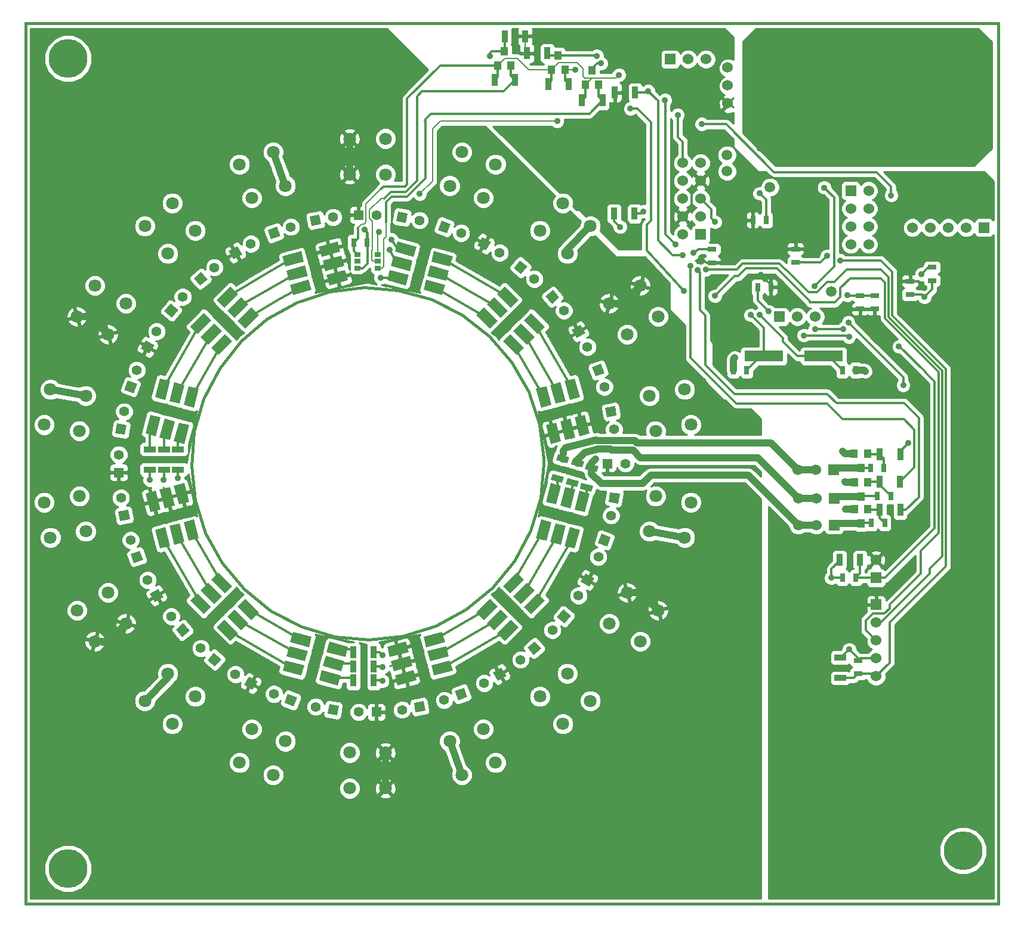
<source format=gtl>
G04 (created by PCBNEW-RS274X (2010-00-09 BZR 23xx)-stable) date So 23 Okt 2011 18:44:42 CEST*
G01*
G70*
G90*
%MOIN*%
G04 Gerber Fmt 3.4, Leading zero omitted, Abs format*
%FSLAX34Y34*%
G04 APERTURE LIST*
%ADD10C,0.006000*%
%ADD11C,0.015000*%
%ADD12R,0.035400X0.066900*%
%ADD13R,0.066900X0.035400*%
%ADD14R,0.216500X0.059000*%
%ADD15C,0.055000*%
%ADD16R,0.055000X0.055000*%
%ADD17C,0.216500*%
%ADD18R,0.060000X0.060000*%
%ADD19C,0.060000*%
%ADD20R,0.039400X0.047200*%
%ADD21C,0.070900*%
%ADD22R,0.035400X0.027600*%
%ADD23R,0.027600X0.051200*%
%ADD24R,0.051200X0.027600*%
%ADD25C,0.059100*%
%ADD26R,0.708700X0.472400*%
%ADD27C,0.035000*%
%ADD28C,0.039400*%
%ADD29C,0.011800*%
%ADD30C,0.007900*%
%ADD31C,0.010000*%
G04 APERTURE END LIST*
G54D10*
G54D11*
X60276Y-41338D02*
X60088Y-43249D01*
X59533Y-45088D01*
X58631Y-46785D01*
X57417Y-48273D01*
X55937Y-49498D01*
X54247Y-50411D01*
X52412Y-50979D01*
X50501Y-51180D01*
X48589Y-51006D01*
X46746Y-50464D01*
X45044Y-49574D01*
X43547Y-48370D01*
X42312Y-46898D01*
X41386Y-45215D01*
X40806Y-43384D01*
X40591Y-41475D01*
X40752Y-39562D01*
X41282Y-37715D01*
X42160Y-36006D01*
X43353Y-34501D01*
X44816Y-33256D01*
X46493Y-32319D01*
X48320Y-31725D01*
X50227Y-31498D01*
X52142Y-31645D01*
X53992Y-32162D01*
X55707Y-33028D01*
X57220Y-34210D01*
X58476Y-35665D01*
X59425Y-37335D01*
X60031Y-39158D01*
X60272Y-41064D01*
X60276Y-41338D01*
X31340Y-16732D02*
X31340Y-65945D01*
X85670Y-16732D02*
X31340Y-16732D01*
X85670Y-65945D02*
X85670Y-16732D01*
X31340Y-65945D02*
X85670Y-65945D01*
G54D12*
X79047Y-40807D03*
X80189Y-40807D03*
X79027Y-42362D03*
X80169Y-42362D03*
X79047Y-43937D03*
X80189Y-43937D03*
G54D10*
G36*
X61319Y-42432D02*
X60674Y-42260D01*
X60765Y-41918D01*
X61410Y-42090D01*
X61319Y-42432D01*
X61319Y-42432D01*
G37*
G36*
X61615Y-41329D02*
X60970Y-41157D01*
X61061Y-40815D01*
X61706Y-40987D01*
X61615Y-41329D01*
X61615Y-41329D01*
G37*
G36*
X62145Y-42668D02*
X61500Y-42496D01*
X61591Y-42154D01*
X62236Y-42326D01*
X62145Y-42668D01*
X62145Y-42668D01*
G37*
G36*
X62441Y-41565D02*
X61796Y-41393D01*
X61887Y-41051D01*
X62532Y-41223D01*
X62441Y-41565D01*
X62441Y-41565D01*
G37*
G36*
X62933Y-42924D02*
X62288Y-42752D01*
X62379Y-42410D01*
X63024Y-42582D01*
X62933Y-42924D01*
X62933Y-42924D01*
G37*
G36*
X63229Y-41821D02*
X62584Y-41649D01*
X62675Y-41307D01*
X63320Y-41479D01*
X63229Y-41821D01*
X63229Y-41821D01*
G37*
G54D12*
X49638Y-53464D03*
X50780Y-53464D03*
X49638Y-52677D03*
X50780Y-52677D03*
X49638Y-51889D03*
X50780Y-51889D03*
G54D13*
X39843Y-40542D03*
X39843Y-41684D03*
X39056Y-40542D03*
X39056Y-41684D03*
X38268Y-40542D03*
X38268Y-41684D03*
G54D12*
X60524Y-20122D03*
X61666Y-20122D03*
X62414Y-21037D03*
X63556Y-21037D03*
X59334Y-18402D03*
X60476Y-18402D03*
X64239Y-20592D03*
X65381Y-20592D03*
X59234Y-17447D03*
X58092Y-17447D03*
X57544Y-19877D03*
X58686Y-19877D03*
G54D14*
X75912Y-35332D03*
X72566Y-35332D03*
G54D10*
G36*
X63500Y-45270D02*
X64016Y-45458D01*
X63828Y-45974D01*
X63312Y-45786D01*
X63500Y-45270D01*
X63500Y-45270D01*
G37*
G54D15*
X63322Y-46562D03*
G54D10*
G36*
X63984Y-42941D02*
X64526Y-43037D01*
X64430Y-43579D01*
X63888Y-43483D01*
X63984Y-42941D01*
X63984Y-42941D01*
G37*
G54D15*
X64033Y-44244D03*
G54D16*
X63831Y-41338D03*
G54D15*
X64831Y-41338D03*
G54D10*
G36*
X62618Y-47478D02*
X63095Y-47753D01*
X62820Y-48230D01*
X62343Y-47955D01*
X62618Y-47478D01*
X62618Y-47478D01*
G37*
G54D15*
X62219Y-48720D03*
G54D10*
G36*
X61367Y-49502D02*
X61788Y-49855D01*
X61435Y-50276D01*
X61014Y-49923D01*
X61367Y-49502D01*
X61367Y-49502D01*
G37*
G54D15*
X60759Y-50655D03*
G54D10*
G36*
X59784Y-51277D02*
X60137Y-51698D01*
X59716Y-52051D01*
X59363Y-51630D01*
X59784Y-51277D01*
X59784Y-51277D01*
G37*
G54D15*
X58984Y-52306D03*
G54D10*
G36*
X46502Y-54405D02*
X46314Y-54921D01*
X45798Y-54733D01*
X45986Y-54217D01*
X46502Y-54405D01*
X46502Y-54405D01*
G37*
G54D15*
X45210Y-54227D03*
G54D10*
G36*
X48831Y-54889D02*
X48735Y-55431D01*
X48193Y-55335D01*
X48289Y-54793D01*
X48831Y-54889D01*
X48831Y-54889D01*
G37*
G54D15*
X47528Y-54938D03*
G54D16*
X50933Y-55236D03*
G54D15*
X49933Y-55236D03*
G54D10*
G36*
X57916Y-52748D02*
X58191Y-53225D01*
X57714Y-53500D01*
X57439Y-53023D01*
X57916Y-52748D01*
X57916Y-52748D01*
G37*
G54D15*
X56949Y-53624D03*
G54D10*
G36*
X55821Y-53875D02*
X56009Y-54391D01*
X55493Y-54579D01*
X55305Y-54063D01*
X55821Y-53875D01*
X55821Y-53875D01*
G37*
G54D15*
X54717Y-54569D03*
G54D10*
G36*
X53562Y-54619D02*
X53658Y-55161D01*
X53116Y-55257D01*
X53020Y-54715D01*
X53562Y-54619D01*
X53562Y-54619D01*
G37*
G54D15*
X52355Y-55112D03*
G54D10*
G36*
X37367Y-37407D02*
X36851Y-37219D01*
X37039Y-36703D01*
X37555Y-36891D01*
X37367Y-37407D01*
X37367Y-37407D01*
G37*
G54D15*
X37545Y-36115D03*
G54D10*
G36*
X36883Y-39736D02*
X36341Y-39640D01*
X36437Y-39098D01*
X36979Y-39194D01*
X36883Y-39736D01*
X36883Y-39736D01*
G37*
G54D15*
X36834Y-38433D03*
G54D16*
X36536Y-41838D03*
G54D15*
X36536Y-40838D03*
G54D10*
G36*
X38249Y-35198D02*
X37772Y-34923D01*
X38047Y-34446D01*
X38524Y-34721D01*
X38249Y-35198D01*
X38249Y-35198D01*
G37*
G54D15*
X38648Y-33956D03*
G54D10*
G36*
X39500Y-33175D02*
X39079Y-32822D01*
X39432Y-32401D01*
X39853Y-32754D01*
X39500Y-33175D01*
X39500Y-33175D01*
G37*
G54D15*
X40108Y-32022D03*
G54D10*
G36*
X41083Y-31400D02*
X40730Y-30979D01*
X41151Y-30626D01*
X41504Y-31047D01*
X41083Y-31400D01*
X41083Y-31400D01*
G37*
G54D15*
X41883Y-30371D03*
G54D10*
G36*
X37153Y-44467D02*
X36611Y-44563D01*
X36515Y-44021D01*
X37057Y-43925D01*
X37153Y-44467D01*
X37153Y-44467D01*
G37*
G54D15*
X36660Y-43260D03*
G54D10*
G36*
X37897Y-46726D02*
X37381Y-46914D01*
X37193Y-46398D01*
X37709Y-46210D01*
X37897Y-46726D01*
X37897Y-46726D01*
G37*
G54D15*
X37203Y-45622D03*
G54D10*
G36*
X39024Y-48821D02*
X38547Y-49096D01*
X38272Y-48619D01*
X38749Y-48344D01*
X39024Y-48821D01*
X39024Y-48821D01*
G37*
G54D15*
X38148Y-47854D03*
G54D10*
G36*
X44294Y-53523D02*
X44019Y-54000D01*
X43542Y-53725D01*
X43817Y-53248D01*
X44294Y-53523D01*
X44294Y-53523D01*
G37*
G54D15*
X43052Y-53124D03*
G54D10*
G36*
X42270Y-52272D02*
X41917Y-52693D01*
X41496Y-52340D01*
X41849Y-51919D01*
X42270Y-52272D01*
X42270Y-52272D01*
G37*
G54D15*
X41117Y-51664D03*
G54D10*
G36*
X40495Y-50689D02*
X40074Y-51042D01*
X39721Y-50621D01*
X40142Y-50268D01*
X40495Y-50689D01*
X40495Y-50689D01*
G37*
G54D15*
X39466Y-49889D03*
G54D10*
G36*
X54365Y-28271D02*
X54553Y-27755D01*
X55069Y-27943D01*
X54881Y-28459D01*
X54365Y-28271D01*
X54365Y-28271D01*
G37*
G54D15*
X55657Y-28449D03*
G54D10*
G36*
X52036Y-27788D02*
X52132Y-27246D01*
X52674Y-27342D01*
X52578Y-27884D01*
X52036Y-27788D01*
X52036Y-27788D01*
G37*
G54D15*
X53339Y-27739D03*
G54D16*
X49933Y-27441D03*
G54D15*
X50933Y-27441D03*
G54D10*
G36*
X56573Y-29154D02*
X56848Y-28677D01*
X57325Y-28952D01*
X57050Y-29429D01*
X56573Y-29154D01*
X56573Y-29154D01*
G37*
G54D15*
X57815Y-29553D03*
G54D10*
G36*
X58597Y-30405D02*
X58950Y-29984D01*
X59371Y-30337D01*
X59018Y-30758D01*
X58597Y-30405D01*
X58597Y-30405D01*
G37*
G54D15*
X59750Y-31013D03*
G54D10*
G36*
X60372Y-31988D02*
X60793Y-31635D01*
X61146Y-32056D01*
X60725Y-32409D01*
X60372Y-31988D01*
X60372Y-31988D01*
G37*
G54D15*
X61401Y-32788D03*
G54D10*
G36*
X61843Y-33855D02*
X62320Y-33580D01*
X62595Y-34057D01*
X62118Y-34332D01*
X61843Y-33855D01*
X61843Y-33855D01*
G37*
G54D15*
X62719Y-34822D03*
G54D10*
G36*
X62970Y-35951D02*
X63486Y-35763D01*
X63674Y-36279D01*
X63158Y-36467D01*
X62970Y-35951D01*
X62970Y-35951D01*
G37*
G54D15*
X63664Y-37055D03*
G54D10*
G36*
X63714Y-38210D02*
X64256Y-38114D01*
X64352Y-38656D01*
X63810Y-38752D01*
X63714Y-38210D01*
X63714Y-38210D01*
G37*
G54D15*
X64207Y-39417D03*
G54D10*
G36*
X42951Y-29929D02*
X42676Y-29452D01*
X43153Y-29177D01*
X43428Y-29654D01*
X42951Y-29929D01*
X42951Y-29929D01*
G37*
G54D15*
X43918Y-29053D03*
G54D10*
G36*
X45046Y-28801D02*
X44858Y-28285D01*
X45374Y-28097D01*
X45562Y-28613D01*
X45046Y-28801D01*
X45046Y-28801D01*
G37*
G54D15*
X46150Y-28107D03*
G54D10*
G36*
X47305Y-28058D02*
X47209Y-27516D01*
X47751Y-27420D01*
X47847Y-27962D01*
X47305Y-28058D01*
X47305Y-28058D01*
G37*
G54D15*
X48512Y-27565D03*
G54D17*
X33701Y-63976D03*
X33701Y-18701D03*
X83701Y-62992D03*
X83701Y-19685D03*
G54D18*
X76477Y-41676D03*
G54D19*
X75477Y-41676D03*
X74477Y-41676D03*
G54D18*
X76497Y-44783D03*
G54D19*
X75497Y-44783D03*
X74497Y-44783D03*
G54D18*
X76497Y-43283D03*
G54D19*
X75497Y-43283D03*
X74497Y-43283D03*
G54D18*
X67339Y-18732D03*
G54D19*
X68339Y-18732D03*
X69339Y-18732D03*
G54D18*
X73439Y-33132D03*
G54D19*
X74439Y-33132D03*
X75439Y-33132D03*
G54D18*
X77421Y-26084D03*
G54D19*
X78421Y-26084D03*
X77421Y-27084D03*
X78421Y-27084D03*
X77421Y-28084D03*
X78421Y-28084D03*
X77421Y-29084D03*
X78421Y-29084D03*
G54D18*
X84874Y-28149D03*
G54D19*
X83874Y-28149D03*
X82874Y-28149D03*
X81874Y-28149D03*
X80874Y-28149D03*
G54D18*
X69039Y-28532D03*
G54D19*
X68039Y-28532D03*
X69039Y-27532D03*
X68039Y-27532D03*
X69039Y-26532D03*
X68039Y-26532D03*
X69039Y-25532D03*
X68039Y-25532D03*
X69039Y-24532D03*
X68039Y-24532D03*
G54D10*
G36*
X60422Y-45665D02*
X59852Y-45512D01*
X60132Y-44467D01*
X60702Y-44620D01*
X60422Y-45665D01*
X60422Y-45665D01*
G37*
G36*
X61220Y-45879D02*
X60650Y-45726D01*
X60930Y-44681D01*
X61500Y-44834D01*
X61220Y-45879D01*
X61220Y-45879D01*
G37*
G36*
X62019Y-46093D02*
X61449Y-45940D01*
X61729Y-44895D01*
X62299Y-45048D01*
X62019Y-46093D01*
X62019Y-46093D01*
G37*
G36*
X62564Y-44059D02*
X61994Y-43906D01*
X62274Y-42861D01*
X62844Y-43014D01*
X62564Y-44059D01*
X62564Y-44059D01*
G37*
G36*
X61766Y-43845D02*
X61196Y-43692D01*
X61476Y-42647D01*
X62046Y-42800D01*
X61766Y-43845D01*
X61766Y-43845D01*
G37*
G36*
X60967Y-43631D02*
X60397Y-43478D01*
X60677Y-42433D01*
X61247Y-42586D01*
X60967Y-43631D01*
X60967Y-43631D01*
G37*
G36*
X56923Y-50081D02*
X56506Y-49664D01*
X57271Y-48899D01*
X57688Y-49316D01*
X56923Y-50081D01*
X56923Y-50081D01*
G37*
G36*
X57507Y-50666D02*
X57090Y-50249D01*
X57855Y-49484D01*
X58272Y-49901D01*
X57507Y-50666D01*
X57507Y-50666D01*
G37*
G36*
X58092Y-51250D02*
X57675Y-50833D01*
X58440Y-50068D01*
X58857Y-50485D01*
X58092Y-51250D01*
X58092Y-51250D01*
G37*
G36*
X59581Y-49761D02*
X59164Y-49344D01*
X59929Y-48579D01*
X60346Y-48996D01*
X59581Y-49761D01*
X59581Y-49761D01*
G37*
G36*
X58997Y-49176D02*
X58580Y-48759D01*
X59345Y-47994D01*
X59762Y-48411D01*
X58997Y-49176D01*
X58997Y-49176D01*
G37*
G36*
X58412Y-48592D02*
X57995Y-48175D01*
X58760Y-47410D01*
X59177Y-47827D01*
X58412Y-48592D01*
X58412Y-48592D01*
G37*
G36*
X51682Y-52151D02*
X51529Y-51581D01*
X52574Y-51301D01*
X52727Y-51871D01*
X51682Y-52151D01*
X51682Y-52151D01*
G37*
G36*
X51896Y-52950D02*
X51743Y-52380D01*
X52788Y-52100D01*
X52941Y-52670D01*
X51896Y-52950D01*
X51896Y-52950D01*
G37*
G36*
X52110Y-53748D02*
X51957Y-53178D01*
X53002Y-52898D01*
X53155Y-53468D01*
X52110Y-53748D01*
X52110Y-53748D01*
G37*
G36*
X54144Y-53203D02*
X53991Y-52633D01*
X55036Y-52353D01*
X55189Y-52923D01*
X54144Y-53203D01*
X54144Y-53203D01*
G37*
G36*
X53930Y-52404D02*
X53777Y-51834D01*
X54822Y-51554D01*
X54975Y-52124D01*
X53930Y-52404D01*
X53930Y-52404D01*
G37*
G36*
X53716Y-51606D02*
X53563Y-51036D01*
X54608Y-50756D01*
X54761Y-51326D01*
X53716Y-51606D01*
X53716Y-51606D01*
G37*
G36*
X39617Y-42586D02*
X40187Y-42433D01*
X40467Y-43478D01*
X39897Y-43631D01*
X39617Y-42586D01*
X39617Y-42586D01*
G37*
G36*
X38818Y-42800D02*
X39388Y-42647D01*
X39668Y-43692D01*
X39098Y-43845D01*
X38818Y-42800D01*
X38818Y-42800D01*
G37*
G36*
X38020Y-43014D02*
X38590Y-42861D01*
X38870Y-43906D01*
X38300Y-44059D01*
X38020Y-43014D01*
X38020Y-43014D01*
G37*
G36*
X38565Y-45048D02*
X39135Y-44895D01*
X39415Y-45940D01*
X38845Y-46093D01*
X38565Y-45048D01*
X38565Y-45048D01*
G37*
G36*
X39364Y-44834D02*
X39934Y-44681D01*
X40214Y-45726D01*
X39644Y-45879D01*
X39364Y-44834D01*
X39364Y-44834D01*
G37*
G36*
X40162Y-44620D02*
X40732Y-44467D01*
X41012Y-45512D01*
X40442Y-45665D01*
X40162Y-44620D01*
X40162Y-44620D01*
G37*
G36*
X41690Y-47827D02*
X42107Y-47410D01*
X42872Y-48175D01*
X42455Y-48592D01*
X41690Y-47827D01*
X41690Y-47827D01*
G37*
G36*
X41105Y-48411D02*
X41522Y-47994D01*
X42287Y-48759D01*
X41870Y-49176D01*
X41105Y-48411D01*
X41105Y-48411D01*
G37*
G36*
X40521Y-48996D02*
X40938Y-48579D01*
X41703Y-49344D01*
X41286Y-49761D01*
X40521Y-48996D01*
X40521Y-48996D01*
G37*
G36*
X42010Y-50485D02*
X42427Y-50068D01*
X43192Y-50833D01*
X42775Y-51250D01*
X42010Y-50485D01*
X42010Y-50485D01*
G37*
G36*
X42595Y-49901D02*
X43012Y-49484D01*
X43777Y-50249D01*
X43360Y-50666D01*
X42595Y-49901D01*
X42595Y-49901D01*
G37*
G36*
X43179Y-49316D02*
X43596Y-48899D01*
X44361Y-49664D01*
X43944Y-50081D01*
X43179Y-49316D01*
X43179Y-49316D01*
G37*
G36*
X46118Y-51326D02*
X46271Y-50756D01*
X47316Y-51036D01*
X47163Y-51606D01*
X46118Y-51326D01*
X46118Y-51326D01*
G37*
G36*
X45904Y-52124D02*
X46057Y-51554D01*
X47102Y-51834D01*
X46949Y-52404D01*
X45904Y-52124D01*
X45904Y-52124D01*
G37*
G36*
X45690Y-52923D02*
X45843Y-52353D01*
X46888Y-52633D01*
X46735Y-53203D01*
X45690Y-52923D01*
X45690Y-52923D01*
G37*
G36*
X47724Y-53468D02*
X47877Y-52898D01*
X48922Y-53178D01*
X48769Y-53748D01*
X47724Y-53468D01*
X47724Y-53468D01*
G37*
G36*
X47938Y-52670D02*
X48091Y-52100D01*
X49136Y-52380D01*
X48983Y-52950D01*
X47938Y-52670D01*
X47938Y-52670D01*
G37*
G36*
X48152Y-51871D02*
X48305Y-51301D01*
X49350Y-51581D01*
X49197Y-52151D01*
X48152Y-51871D01*
X48152Y-51871D01*
G37*
G36*
X40442Y-37011D02*
X41012Y-37164D01*
X40732Y-38209D01*
X40162Y-38056D01*
X40442Y-37011D01*
X40442Y-37011D01*
G37*
G36*
X39644Y-36797D02*
X40214Y-36950D01*
X39934Y-37995D01*
X39364Y-37842D01*
X39644Y-36797D01*
X39644Y-36797D01*
G37*
G36*
X38845Y-36583D02*
X39415Y-36736D01*
X39135Y-37781D01*
X38565Y-37628D01*
X38845Y-36583D01*
X38845Y-36583D01*
G37*
G36*
X38300Y-38617D02*
X38870Y-38770D01*
X38590Y-39815D01*
X38020Y-39662D01*
X38300Y-38617D01*
X38300Y-38617D01*
G37*
G36*
X39098Y-38831D02*
X39668Y-38984D01*
X39388Y-40029D01*
X38818Y-39876D01*
X39098Y-38831D01*
X39098Y-38831D01*
G37*
G36*
X39897Y-39045D02*
X40467Y-39198D01*
X40187Y-40243D01*
X39617Y-40090D01*
X39897Y-39045D01*
X39897Y-39045D01*
G37*
G36*
X43944Y-32595D02*
X44361Y-33012D01*
X43596Y-33777D01*
X43179Y-33360D01*
X43944Y-32595D01*
X43944Y-32595D01*
G37*
G36*
X43360Y-32010D02*
X43777Y-32427D01*
X43012Y-33192D01*
X42595Y-32775D01*
X43360Y-32010D01*
X43360Y-32010D01*
G37*
G36*
X42775Y-31426D02*
X43192Y-31843D01*
X42427Y-32608D01*
X42010Y-32191D01*
X42775Y-31426D01*
X42775Y-31426D01*
G37*
G36*
X41286Y-32915D02*
X41703Y-33332D01*
X40938Y-34097D01*
X40521Y-33680D01*
X41286Y-32915D01*
X41286Y-32915D01*
G37*
G36*
X41870Y-33500D02*
X42287Y-33917D01*
X41522Y-34682D01*
X41105Y-34265D01*
X41870Y-33500D01*
X41870Y-33500D01*
G37*
G36*
X42455Y-34084D02*
X42872Y-34501D01*
X42107Y-35266D01*
X41690Y-34849D01*
X42455Y-34084D01*
X42455Y-34084D01*
G37*
G36*
X49186Y-30522D02*
X49339Y-31092D01*
X48294Y-31372D01*
X48141Y-30802D01*
X49186Y-30522D01*
X49186Y-30522D01*
G37*
G36*
X48972Y-29723D02*
X49125Y-30293D01*
X48080Y-30573D01*
X47927Y-30003D01*
X48972Y-29723D01*
X48972Y-29723D01*
G37*
G36*
X48758Y-28925D02*
X48911Y-29495D01*
X47866Y-29775D01*
X47713Y-29205D01*
X48758Y-28925D01*
X48758Y-28925D01*
G37*
G36*
X46724Y-29470D02*
X46877Y-30040D01*
X45832Y-30320D01*
X45679Y-29750D01*
X46724Y-29470D01*
X46724Y-29470D01*
G37*
G36*
X46938Y-30269D02*
X47091Y-30839D01*
X46046Y-31119D01*
X45893Y-30549D01*
X46938Y-30269D01*
X46938Y-30269D01*
G37*
G36*
X47152Y-31067D02*
X47305Y-31637D01*
X46260Y-31917D01*
X46107Y-31347D01*
X47152Y-31067D01*
X47152Y-31067D01*
G37*
G36*
X61246Y-40090D02*
X60676Y-40243D01*
X60396Y-39198D01*
X60966Y-39045D01*
X61246Y-40090D01*
X61246Y-40090D01*
G37*
G36*
X62045Y-39876D02*
X61475Y-40029D01*
X61195Y-38984D01*
X61765Y-38831D01*
X62045Y-39876D01*
X62045Y-39876D01*
G37*
G36*
X62843Y-39662D02*
X62273Y-39815D01*
X61993Y-38770D01*
X62563Y-38617D01*
X62843Y-39662D01*
X62843Y-39662D01*
G37*
G36*
X62298Y-37628D02*
X61728Y-37781D01*
X61448Y-36736D01*
X62018Y-36583D01*
X62298Y-37628D01*
X62298Y-37628D01*
G37*
G36*
X61499Y-37842D02*
X60929Y-37995D01*
X60649Y-36950D01*
X61219Y-36797D01*
X61499Y-37842D01*
X61499Y-37842D01*
G37*
G36*
X60701Y-38056D02*
X60131Y-38209D01*
X59851Y-37164D01*
X60421Y-37011D01*
X60701Y-38056D01*
X60701Y-38056D01*
G37*
G36*
X59177Y-34849D02*
X58760Y-35266D01*
X57995Y-34501D01*
X58412Y-34084D01*
X59177Y-34849D01*
X59177Y-34849D01*
G37*
G36*
X59762Y-34265D02*
X59345Y-34682D01*
X58580Y-33917D01*
X58997Y-33500D01*
X59762Y-34265D01*
X59762Y-34265D01*
G37*
G36*
X60346Y-33680D02*
X59929Y-34097D01*
X59164Y-33332D01*
X59581Y-32915D01*
X60346Y-33680D01*
X60346Y-33680D01*
G37*
G36*
X58857Y-32191D02*
X58440Y-32608D01*
X57675Y-31843D01*
X58092Y-31426D01*
X58857Y-32191D01*
X58857Y-32191D01*
G37*
G36*
X58272Y-32775D02*
X57855Y-33192D01*
X57090Y-32427D01*
X57507Y-32010D01*
X58272Y-32775D01*
X58272Y-32775D01*
G37*
G36*
X57688Y-33360D02*
X57271Y-33777D01*
X56506Y-33012D01*
X56923Y-32595D01*
X57688Y-33360D01*
X57688Y-33360D01*
G37*
G36*
X54761Y-31347D02*
X54608Y-31917D01*
X53563Y-31637D01*
X53716Y-31067D01*
X54761Y-31347D01*
X54761Y-31347D01*
G37*
G36*
X54975Y-30549D02*
X54822Y-31119D01*
X53777Y-30839D01*
X53930Y-30269D01*
X54975Y-30549D01*
X54975Y-30549D01*
G37*
G36*
X55189Y-29750D02*
X55036Y-30320D01*
X53991Y-30040D01*
X54144Y-29470D01*
X55189Y-29750D01*
X55189Y-29750D01*
G37*
G36*
X53155Y-29205D02*
X53002Y-29775D01*
X51957Y-29495D01*
X52110Y-28925D01*
X53155Y-29205D01*
X53155Y-29205D01*
G37*
G36*
X52941Y-30003D02*
X52788Y-30573D01*
X51743Y-30293D01*
X51896Y-29723D01*
X52941Y-30003D01*
X52941Y-30003D01*
G37*
G36*
X52727Y-30802D02*
X52574Y-31372D01*
X51529Y-31092D01*
X51682Y-30522D01*
X52727Y-30802D01*
X52727Y-30802D01*
G37*
G54D20*
X78377Y-43903D03*
X77629Y-43903D03*
X78003Y-44690D03*
X78362Y-40791D03*
X77614Y-40791D03*
X77988Y-41578D03*
X78377Y-42403D03*
X77629Y-42403D03*
X78003Y-43190D03*
X60709Y-19307D03*
X61457Y-19307D03*
X61083Y-18520D03*
X62604Y-20157D03*
X63352Y-20157D03*
X62978Y-19370D03*
X57704Y-19072D03*
X58452Y-19072D03*
X58078Y-18285D03*
G54D21*
X57586Y-24610D03*
X55706Y-23926D03*
X55022Y-25806D03*
X56902Y-26490D03*
X62876Y-28066D03*
X61344Y-26780D03*
X60058Y-28312D03*
X61590Y-29598D03*
X51433Y-23173D03*
X49433Y-23173D03*
X49433Y-25173D03*
X51433Y-25173D03*
X66665Y-33122D03*
X65665Y-31390D03*
X63933Y-32390D03*
X64933Y-34122D03*
X68149Y-45477D03*
X68496Y-43508D03*
X66527Y-43161D03*
X66180Y-45130D03*
X68496Y-39169D03*
X68149Y-37200D03*
X66180Y-37547D03*
X66527Y-39516D03*
X43281Y-58066D03*
X45161Y-58750D03*
X45845Y-56870D03*
X43965Y-56186D03*
X37991Y-54611D03*
X39523Y-55897D03*
X40809Y-54365D03*
X39277Y-53079D03*
X49433Y-59504D03*
X51433Y-59504D03*
X51433Y-57504D03*
X49433Y-57504D03*
X65665Y-51287D03*
X66665Y-49555D03*
X64933Y-48555D03*
X63933Y-50287D03*
X55706Y-58750D03*
X57586Y-58066D03*
X56902Y-56186D03*
X55022Y-56870D03*
X61344Y-55897D03*
X62876Y-54611D03*
X61590Y-53079D03*
X60058Y-54365D03*
X32371Y-43508D03*
X32718Y-45477D03*
X34687Y-45130D03*
X34340Y-43161D03*
X32718Y-37200D03*
X32371Y-39169D03*
X34340Y-39516D03*
X34687Y-37547D03*
X34202Y-49555D03*
X35202Y-51287D03*
X36934Y-50287D03*
X35934Y-48555D03*
X35202Y-31390D03*
X34202Y-33122D03*
X35934Y-34122D03*
X36934Y-32390D03*
X45161Y-23926D03*
X43281Y-24610D03*
X43965Y-26490D03*
X45845Y-25806D03*
X39523Y-26780D03*
X37991Y-28066D03*
X39277Y-29598D03*
X40809Y-28312D03*
G54D22*
X49868Y-29658D03*
X49868Y-30032D03*
X49868Y-30406D03*
X51010Y-30406D03*
X51010Y-30032D03*
X51010Y-29658D03*
G54D18*
X78839Y-49232D03*
G54D19*
X78839Y-50232D03*
X78839Y-51232D03*
X78839Y-52232D03*
X78839Y-53232D03*
G54D23*
X76959Y-36132D03*
X77707Y-36132D03*
X71619Y-36132D03*
X70871Y-36132D03*
G54D24*
X77939Y-31952D03*
X77939Y-32700D03*
X80739Y-31152D03*
X80739Y-31900D03*
X78760Y-32703D03*
X78760Y-31955D03*
X81969Y-30368D03*
X81969Y-31116D03*
G54D23*
X78538Y-41594D03*
X79286Y-41594D03*
X78912Y-43149D03*
X79660Y-43149D03*
X78577Y-44665D03*
X79325Y-44665D03*
X49660Y-28996D03*
X50408Y-28996D03*
G54D24*
X69684Y-30107D03*
X69684Y-29359D03*
G54D23*
X72969Y-31482D03*
X72221Y-31482D03*
G54D24*
X74339Y-29352D03*
X74339Y-30100D03*
G54D23*
X71959Y-27732D03*
X72707Y-27732D03*
G54D18*
X78839Y-47732D03*
G54D19*
X78839Y-46732D03*
G54D25*
X76339Y-31732D03*
X70512Y-24094D03*
X70512Y-25000D03*
G54D12*
X65344Y-27362D03*
X64202Y-27362D03*
G54D25*
X72914Y-25886D03*
G54D23*
X76959Y-47732D03*
X77707Y-47732D03*
G54D24*
X77839Y-52352D03*
X77839Y-53100D03*
G54D12*
X76799Y-46732D03*
X77941Y-46732D03*
G54D13*
X76839Y-52192D03*
X76839Y-53334D03*
G54D19*
X70552Y-19197D03*
X70552Y-20197D03*
X70552Y-21197D03*
G54D26*
X76064Y-20197D03*
G54D27*
X63252Y-43149D03*
X54804Y-22952D03*
X47339Y-20732D03*
X72402Y-30787D03*
X63662Y-22086D03*
X62776Y-25767D03*
X75589Y-29582D03*
X72089Y-26732D03*
X69079Y-29817D03*
X77239Y-32632D03*
X81539Y-31532D03*
X74804Y-34173D03*
X77323Y-34252D03*
X75433Y-33819D03*
X77008Y-33821D03*
X84339Y-17732D03*
X84339Y-21732D03*
X84339Y-23732D03*
X82339Y-23732D03*
X72339Y-17732D03*
X72339Y-19732D03*
X72339Y-21732D03*
X72339Y-23732D03*
X74339Y-23732D03*
X76339Y-23732D03*
X78339Y-23732D03*
X80339Y-23732D03*
X68864Y-30532D03*
X68465Y-30295D03*
X80353Y-36947D03*
X80650Y-40177D03*
X77289Y-33457D03*
X75945Y-25905D03*
X75414Y-31407D03*
X68032Y-29685D03*
X63465Y-18967D03*
X66103Y-20512D03*
X67638Y-29094D03*
X67048Y-21023D03*
X63229Y-18543D03*
X51063Y-28386D03*
X53347Y-26260D03*
X61024Y-22204D03*
X62048Y-19330D03*
X79685Y-26338D03*
X69095Y-22362D03*
X81378Y-30748D03*
X64479Y-19612D03*
X65118Y-21496D03*
X68111Y-31693D03*
X57284Y-18543D03*
X77339Y-51732D03*
X76339Y-47732D03*
X67756Y-21850D03*
X64528Y-28110D03*
X68642Y-29567D03*
X72839Y-32832D03*
X78229Y-36181D03*
X76969Y-40669D03*
X77088Y-42362D03*
X77147Y-43897D03*
X70945Y-35433D03*
X50256Y-28267D03*
X76089Y-29732D03*
X72339Y-26232D03*
X77239Y-31932D03*
X81539Y-32032D03*
X69843Y-31968D03*
X76839Y-29982D03*
X69339Y-30482D03*
X72339Y-33032D03*
X69839Y-27832D03*
X80119Y-34803D03*
X71839Y-33032D03*
X51772Y-28819D03*
X51654Y-29389D03*
X51162Y-30945D03*
X62579Y-40708D03*
X51260Y-52736D03*
X39036Y-42244D03*
X63170Y-41102D03*
X51260Y-53504D03*
X38268Y-42263D03*
X61516Y-40452D03*
X51260Y-52047D03*
X39823Y-42145D03*
X65827Y-27244D03*
G54D28*
X63933Y-32390D02*
X64665Y-32390D01*
X64665Y-32390D02*
X65665Y-31390D01*
X64933Y-48555D02*
X65665Y-48555D01*
X65665Y-48555D02*
X66665Y-49555D01*
X51433Y-59504D02*
X51433Y-57504D01*
X35202Y-51287D02*
X35934Y-51287D01*
X35934Y-51287D02*
X36934Y-50287D01*
X34202Y-33122D02*
X34934Y-33122D01*
X34934Y-33122D02*
X35934Y-34122D01*
X49433Y-23173D02*
X49433Y-25173D01*
G54D29*
X69684Y-30107D02*
X69369Y-30107D01*
X69369Y-30107D02*
X69079Y-29817D01*
X69039Y-25532D02*
X69039Y-25568D01*
X68544Y-27027D02*
X68039Y-27532D01*
X68544Y-26063D02*
X68544Y-27027D01*
X69039Y-25568D02*
X68544Y-26063D01*
X72969Y-31354D02*
X72969Y-31482D01*
X72402Y-30787D02*
X72969Y-31354D01*
G54D30*
X59234Y-17447D02*
X59234Y-18302D01*
X59234Y-18302D02*
X59334Y-18402D01*
G54D29*
X78760Y-32703D02*
X77942Y-32703D01*
X77942Y-32703D02*
X77939Y-32700D01*
X74339Y-29352D02*
X75359Y-29352D01*
X75359Y-29352D02*
X75589Y-29582D01*
X71959Y-27732D02*
X71959Y-26862D01*
X71959Y-26862D02*
X72089Y-26732D01*
X77307Y-32700D02*
X77939Y-32700D01*
X77239Y-32632D02*
X77307Y-32700D01*
X81159Y-31152D02*
X80739Y-31152D01*
X81539Y-31532D02*
X81159Y-31152D01*
X77244Y-34173D02*
X74804Y-34173D01*
X77323Y-34252D02*
X77244Y-34173D01*
X75433Y-33819D02*
X77006Y-33819D01*
X77006Y-33819D02*
X77008Y-33821D01*
X84339Y-21732D02*
X84339Y-17732D01*
X82339Y-23732D02*
X84339Y-23732D01*
X79589Y-20232D02*
X79589Y-22982D01*
X72339Y-21732D02*
X72339Y-19732D01*
X74339Y-23732D02*
X72339Y-23732D01*
X78339Y-23732D02*
X76339Y-23732D01*
X79589Y-22982D02*
X80339Y-23732D01*
X69298Y-33066D02*
X69298Y-35814D01*
X69298Y-35814D02*
X70289Y-36805D01*
X76654Y-37950D02*
X76624Y-37950D01*
X80391Y-37950D02*
X81221Y-38780D01*
X81221Y-38780D02*
X81221Y-43208D01*
X81221Y-43208D02*
X80492Y-43937D01*
X80492Y-43937D02*
X80189Y-43937D01*
X76654Y-37950D02*
X80391Y-37950D01*
X76115Y-37441D02*
X70925Y-37441D01*
X70925Y-37441D02*
X70289Y-36805D01*
X76624Y-37950D02*
X76115Y-37441D01*
X68989Y-32757D02*
X69298Y-33066D01*
X68989Y-30657D02*
X68989Y-32757D01*
X68864Y-30532D02*
X68989Y-30657D01*
X70109Y-37057D02*
X70089Y-37057D01*
X68465Y-35433D02*
X68465Y-32708D01*
X70089Y-37057D02*
X68465Y-35433D01*
X70109Y-37057D02*
X71043Y-37991D01*
X71043Y-37991D02*
X76102Y-37991D01*
X80985Y-39448D02*
X80985Y-41546D01*
X80395Y-38858D02*
X80985Y-39448D01*
X76969Y-38858D02*
X80395Y-38858D01*
X80985Y-41546D02*
X80169Y-42362D01*
X76102Y-37991D02*
X76969Y-38858D01*
X68464Y-32707D02*
X68465Y-32708D01*
X68464Y-30257D02*
X68464Y-32707D01*
X68465Y-30295D02*
X68464Y-30257D01*
X80189Y-40807D02*
X80189Y-40638D01*
X80650Y-40177D02*
X80189Y-40638D01*
X80353Y-36521D02*
X80353Y-36947D01*
X80353Y-36947D02*
X80355Y-36949D01*
X77289Y-33457D02*
X80353Y-36521D01*
X76489Y-26457D02*
X75945Y-25905D01*
X76489Y-30332D02*
X76489Y-26457D01*
X75414Y-31407D02*
X76489Y-30332D01*
X66654Y-28740D02*
X66654Y-28858D01*
X67481Y-29685D02*
X68032Y-29685D01*
X66654Y-28858D02*
X67481Y-29685D01*
X66107Y-20510D02*
X66104Y-20513D01*
X66103Y-20512D02*
X66104Y-20513D01*
X65381Y-20592D02*
X66025Y-20592D01*
X66025Y-20592D02*
X66107Y-20510D01*
X62978Y-19370D02*
X62978Y-19243D01*
X62978Y-19243D02*
X63254Y-18967D01*
X63254Y-18967D02*
X63465Y-18967D01*
X66654Y-21057D02*
X66107Y-20510D01*
X66654Y-28740D02*
X66654Y-21057D01*
G54D30*
X51454Y-27838D02*
X51454Y-28660D01*
X51339Y-28775D02*
X51339Y-29212D01*
X51454Y-28660D02*
X51339Y-28775D01*
G54D29*
X53662Y-25393D02*
X52638Y-26417D01*
X54233Y-21771D02*
X53978Y-21771D01*
X53642Y-22204D02*
X53662Y-22204D01*
X53662Y-22184D02*
X53642Y-22204D01*
X53662Y-22087D02*
X53662Y-22184D01*
X53978Y-21771D02*
X53662Y-22087D01*
X53662Y-25393D02*
X53662Y-22204D01*
X62822Y-21771D02*
X63556Y-21037D01*
X54233Y-21771D02*
X62822Y-21771D01*
X52638Y-26417D02*
X51770Y-26417D01*
X51770Y-26417D02*
X51454Y-26733D01*
X51454Y-26733D02*
X51454Y-27838D01*
G54D30*
X51339Y-29389D02*
X51339Y-29212D01*
X51339Y-29389D02*
X51339Y-30315D01*
X51339Y-30315D02*
X51248Y-30406D01*
X51248Y-30406D02*
X51010Y-30406D01*
G54D29*
X63352Y-20157D02*
X63352Y-20833D01*
X63352Y-20833D02*
X63556Y-21037D01*
X67074Y-28504D02*
X67074Y-28530D01*
X67087Y-21614D02*
X67074Y-21614D01*
X67074Y-28504D02*
X67074Y-21614D01*
X67048Y-21023D02*
X67074Y-21049D01*
X67074Y-21049D02*
X67074Y-21601D01*
X67074Y-21601D02*
X67087Y-21614D01*
X67074Y-28530D02*
X67638Y-29094D01*
X62363Y-18520D02*
X63206Y-18520D01*
X61733Y-18520D02*
X62363Y-18520D01*
X61083Y-18520D02*
X61733Y-18520D01*
X63206Y-18520D02*
X63229Y-18543D01*
X61083Y-18520D02*
X60594Y-18520D01*
X60594Y-18520D02*
X60476Y-18402D01*
G54D30*
X51010Y-28439D02*
X51063Y-28386D01*
X53347Y-26260D02*
X54056Y-25551D01*
X54056Y-25551D02*
X54056Y-22637D01*
X54056Y-22637D02*
X54489Y-22204D01*
X54489Y-22204D02*
X61024Y-22204D01*
X51010Y-29658D02*
X51010Y-28439D01*
X62025Y-19307D02*
X61457Y-19307D01*
X62048Y-19330D02*
X62025Y-19307D01*
G54D29*
X61457Y-19307D02*
X61457Y-19913D01*
X61457Y-19913D02*
X61666Y-20122D01*
G54D30*
X49902Y-28169D02*
X49902Y-28161D01*
X51178Y-25988D02*
X51178Y-25987D01*
X50347Y-26819D02*
X51178Y-25988D01*
X50347Y-27850D02*
X50347Y-26819D01*
X50237Y-27960D02*
X50347Y-27850D01*
X50103Y-27960D02*
X50237Y-27960D01*
X49902Y-28161D02*
X50103Y-27960D01*
G54D29*
X79685Y-26338D02*
X79685Y-25866D01*
X79685Y-25866D02*
X78858Y-25039D01*
X70473Y-22362D02*
X69095Y-22362D01*
X73150Y-25039D02*
X70473Y-22362D01*
X78858Y-25039D02*
X73150Y-25039D01*
G54D30*
X62756Y-19777D02*
X62573Y-19777D01*
X62481Y-19685D02*
X62481Y-19252D01*
X62573Y-19777D02*
X62481Y-19685D01*
X61693Y-18907D02*
X61109Y-18907D01*
X61693Y-18907D02*
X62136Y-18907D01*
X62136Y-18907D02*
X62481Y-19252D01*
X61109Y-18907D02*
X60709Y-19307D01*
X62678Y-19777D02*
X62678Y-19777D01*
G54D29*
X81969Y-30368D02*
X81758Y-30368D01*
X81758Y-30368D02*
X81378Y-30748D01*
X49660Y-28996D02*
X49660Y-29450D01*
X49660Y-29450D02*
X49868Y-29658D01*
X49902Y-28169D02*
X49902Y-28754D01*
X49902Y-28754D02*
X49660Y-28996D01*
X51320Y-25845D02*
X52522Y-25845D01*
X51320Y-25845D02*
X51178Y-25987D01*
X57704Y-19072D02*
X54491Y-19072D01*
X52522Y-25845D02*
X52638Y-25729D01*
X52638Y-25729D02*
X52638Y-20925D01*
X52638Y-20925D02*
X54491Y-19072D01*
G54D30*
X60709Y-19307D02*
X59426Y-19307D01*
X58095Y-18681D02*
X57704Y-19072D01*
X58800Y-18681D02*
X58095Y-18681D01*
X59426Y-19307D02*
X58800Y-18681D01*
G54D29*
X57704Y-19072D02*
X57704Y-19717D01*
X57704Y-19717D02*
X57544Y-19877D01*
X60709Y-19307D02*
X60709Y-19937D01*
X60709Y-19937D02*
X60524Y-20122D01*
X62604Y-20157D02*
X62604Y-20847D01*
X62604Y-20847D02*
X62414Y-21037D01*
G54D30*
X62984Y-19777D02*
X62756Y-19777D01*
X62756Y-19777D02*
X62678Y-19777D01*
X62984Y-19777D02*
X62604Y-20157D01*
X64314Y-19777D02*
X62984Y-19777D01*
X64479Y-19612D02*
X64314Y-19777D01*
G54D29*
X65118Y-21496D02*
X65512Y-21496D01*
X65512Y-21496D02*
X66260Y-22244D01*
X66260Y-22244D02*
X66260Y-27756D01*
X66024Y-27992D02*
X66260Y-27756D01*
X66260Y-27756D02*
X66260Y-22244D01*
X66260Y-22244D02*
X65512Y-21496D01*
X66024Y-27992D02*
X66024Y-29409D01*
X66024Y-29409D02*
X68111Y-31693D01*
X57284Y-18543D02*
X57284Y-18385D01*
X57384Y-18285D02*
X58078Y-18285D01*
X57284Y-18385D02*
X57384Y-18285D01*
X58092Y-17447D02*
X58092Y-18271D01*
X58092Y-18271D02*
X58078Y-18285D01*
G54D30*
X50536Y-27244D02*
X50536Y-27165D01*
X50536Y-27629D02*
X50536Y-27244D01*
X50709Y-27802D02*
X50536Y-27629D01*
X51189Y-26512D02*
X51362Y-26512D01*
X50536Y-27165D02*
X51189Y-26512D01*
X50709Y-28299D02*
X50709Y-27802D01*
X50670Y-29410D02*
X50670Y-29961D01*
X50709Y-29371D02*
X50670Y-29410D01*
X50709Y-28299D02*
X50709Y-29371D01*
X50670Y-29961D02*
X50741Y-30032D01*
X50741Y-30032D02*
X51010Y-30032D01*
G54D29*
X53189Y-24685D02*
X53189Y-25512D01*
X51733Y-26141D02*
X51362Y-26512D01*
X52560Y-26141D02*
X51733Y-26141D01*
X53189Y-25512D02*
X52560Y-26141D01*
X53189Y-20964D02*
X53189Y-20807D01*
X53189Y-24685D02*
X53189Y-20964D01*
X58051Y-20512D02*
X58686Y-19877D01*
X53484Y-20512D02*
X58051Y-20512D01*
X53189Y-20807D02*
X53484Y-20512D01*
X58452Y-19072D02*
X58452Y-19643D01*
X58452Y-19643D02*
X58686Y-19877D01*
X77839Y-52352D02*
X77839Y-52232D01*
X76879Y-52192D02*
X77339Y-51732D01*
X76879Y-52192D02*
X76839Y-52192D01*
X77839Y-52232D02*
X77339Y-51732D01*
X78839Y-52232D02*
X77959Y-52232D01*
X77959Y-52232D02*
X77839Y-52352D01*
X76959Y-47732D02*
X76339Y-47732D01*
X76799Y-46772D02*
X76339Y-47232D01*
X76339Y-47232D02*
X76339Y-47732D01*
X76799Y-46772D02*
X76799Y-46732D01*
X68039Y-23354D02*
X67756Y-23071D01*
X67756Y-23071D02*
X67756Y-21850D01*
X68039Y-23354D02*
X68039Y-24532D01*
X64202Y-27784D02*
X64528Y-28110D01*
X64202Y-27784D02*
X64202Y-27362D01*
X68937Y-29359D02*
X68642Y-29567D01*
X68937Y-29359D02*
X69684Y-29359D01*
X72221Y-31482D02*
X72221Y-32214D01*
X72221Y-32214D02*
X72839Y-32832D01*
G54D28*
X78180Y-36132D02*
X78229Y-36181D01*
X78180Y-36132D02*
X77707Y-36132D01*
X77614Y-40791D02*
X77091Y-40791D01*
X77091Y-40791D02*
X76969Y-40669D01*
X77629Y-42403D02*
X77129Y-42403D01*
X77129Y-42403D02*
X77088Y-42362D01*
X77629Y-43903D02*
X77153Y-43903D01*
X77153Y-43903D02*
X77147Y-43897D01*
X70871Y-36132D02*
X70871Y-35507D01*
X70871Y-35507D02*
X70945Y-35433D01*
G54D29*
X78760Y-31955D02*
X77942Y-31955D01*
X77942Y-31955D02*
X77939Y-31952D01*
X81969Y-31116D02*
X81969Y-31602D01*
X81969Y-31602D02*
X81539Y-32032D01*
X50408Y-28996D02*
X50408Y-28419D01*
X50165Y-30406D02*
X50433Y-30138D01*
X50433Y-30138D02*
X50433Y-28444D01*
X50433Y-28444D02*
X50256Y-28267D01*
X50165Y-30406D02*
X49868Y-30406D01*
X50408Y-28419D02*
X50256Y-28267D01*
X75721Y-30100D02*
X74339Y-30100D01*
X76089Y-29732D02*
X75721Y-30100D01*
X72707Y-26600D02*
X72707Y-27732D01*
X72339Y-26232D02*
X72707Y-26600D01*
X77939Y-31952D02*
X77259Y-31952D01*
X77259Y-31952D02*
X77239Y-31932D01*
X80739Y-31900D02*
X81407Y-31900D01*
X81407Y-31900D02*
X81539Y-32032D01*
X81339Y-46232D02*
X81339Y-47482D01*
X78268Y-50661D02*
X78839Y-51232D01*
X78268Y-50121D02*
X78268Y-50661D01*
X78665Y-49724D02*
X78268Y-50121D01*
X79315Y-49724D02*
X78665Y-49724D01*
X79589Y-49450D02*
X79315Y-49724D01*
X79589Y-49232D02*
X79589Y-49450D01*
X81339Y-47482D02*
X79589Y-49232D01*
X82339Y-44482D02*
X82339Y-45232D01*
X82339Y-45232D02*
X81339Y-46232D01*
X79339Y-31232D02*
X79339Y-33232D01*
X79339Y-33232D02*
X82339Y-36232D01*
X82339Y-36232D02*
X82339Y-44482D01*
X73741Y-30866D02*
X73308Y-30433D01*
X71142Y-30866D02*
X70945Y-30866D01*
X71575Y-30433D02*
X71142Y-30866D01*
X73308Y-30433D02*
X71575Y-30433D01*
X75139Y-32332D02*
X75139Y-32264D01*
X70945Y-30866D02*
X69843Y-31968D01*
X75139Y-32264D02*
X73741Y-30866D01*
X75139Y-32332D02*
X76539Y-32332D01*
X76539Y-32332D02*
X76839Y-32032D01*
X76839Y-32032D02*
X76839Y-31532D01*
X76839Y-31532D02*
X77389Y-30982D01*
X77389Y-30982D02*
X79089Y-30982D01*
X79089Y-30982D02*
X79339Y-31232D01*
X82737Y-46732D02*
X82737Y-47084D01*
X79589Y-52482D02*
X78839Y-53232D01*
X79589Y-50232D02*
X79589Y-52482D01*
X82737Y-47084D02*
X79589Y-50232D01*
X76839Y-53334D02*
X77605Y-53334D01*
X77605Y-53334D02*
X77839Y-53100D01*
X78839Y-29982D02*
X76839Y-29982D01*
X79089Y-29982D02*
X79740Y-30633D01*
X79740Y-30633D02*
X79740Y-33069D01*
X79740Y-33069D02*
X82737Y-36066D01*
X82737Y-36066D02*
X82737Y-46732D01*
X78839Y-29982D02*
X79089Y-29982D01*
X77839Y-53100D02*
X78707Y-53100D01*
X78707Y-53100D02*
X78839Y-53232D01*
X81839Y-47232D02*
X81839Y-47482D01*
X79089Y-50232D02*
X78839Y-50232D01*
X81839Y-47482D02*
X79089Y-50232D01*
X82538Y-45482D02*
X82538Y-46533D01*
X82538Y-46533D02*
X81839Y-47232D01*
X71053Y-30482D02*
X69839Y-30482D01*
X78839Y-30482D02*
X78589Y-30482D01*
X69839Y-30482D02*
X69339Y-30482D01*
X77214Y-30482D02*
X76514Y-31182D01*
X76514Y-31182D02*
X76114Y-31182D01*
X76114Y-31182D02*
X75539Y-31757D01*
X75539Y-31757D02*
X75066Y-31757D01*
X75066Y-31757D02*
X73800Y-30491D01*
X78589Y-30482D02*
X77214Y-30482D01*
X73759Y-30491D02*
X73425Y-30157D01*
X73425Y-30157D02*
X71378Y-30157D01*
X71378Y-30157D02*
X71053Y-30482D01*
X73800Y-30491D02*
X73759Y-30491D01*
X79089Y-30482D02*
X79538Y-30931D01*
X79538Y-30931D02*
X79538Y-33149D01*
X79538Y-33149D02*
X82538Y-36149D01*
X82538Y-36149D02*
X82538Y-45482D01*
X78839Y-30482D02*
X79089Y-30482D01*
X75912Y-35332D02*
X76159Y-35332D01*
X76159Y-35332D02*
X76959Y-36132D01*
X75912Y-35332D02*
X74439Y-35332D01*
X73639Y-34332D02*
X72339Y-33032D01*
X73639Y-34532D02*
X73639Y-34332D01*
X74439Y-35332D02*
X73639Y-34532D01*
X69639Y-27132D02*
X69039Y-26532D01*
X69639Y-27632D02*
X69639Y-27132D01*
X69839Y-27832D02*
X69639Y-27632D01*
X81589Y-36232D02*
X81589Y-36242D01*
X79339Y-47732D02*
X78839Y-47732D01*
X82108Y-44963D02*
X79339Y-47732D01*
X82108Y-36761D02*
X82108Y-44963D01*
X81589Y-36242D02*
X82108Y-36761D01*
X80119Y-34803D02*
X80119Y-34762D01*
X80119Y-34762D02*
X81589Y-36232D01*
X77941Y-46732D02*
X77941Y-47498D01*
X77941Y-47498D02*
X77707Y-47732D01*
X78839Y-47732D02*
X77707Y-47732D01*
X72566Y-35332D02*
X72419Y-35332D01*
X72419Y-35332D02*
X71619Y-36132D01*
X72566Y-35332D02*
X72566Y-33759D01*
X72566Y-33759D02*
X71839Y-33032D01*
G54D28*
X55022Y-56870D02*
X55022Y-56870D01*
X55022Y-56870D02*
X55706Y-58750D01*
G54D29*
X60276Y-37578D02*
X58586Y-34675D01*
X60276Y-37610D02*
X60276Y-37578D01*
X52556Y-29350D02*
X52126Y-29350D01*
X52126Y-29350D02*
X51772Y-28819D01*
X52078Y-30148D02*
X52342Y-30148D01*
X52078Y-30148D02*
X51654Y-29389D01*
X51164Y-30947D02*
X51162Y-30945D01*
X52128Y-30947D02*
X51164Y-30947D01*
X54590Y-29895D02*
X58268Y-32008D01*
X58268Y-32008D02*
X58266Y-32017D01*
X54376Y-30694D02*
X57678Y-32598D01*
X57678Y-32598D02*
X57681Y-32601D01*
X54162Y-31492D02*
X57107Y-33189D01*
X57107Y-33189D02*
X57097Y-33186D01*
X61870Y-37165D02*
X59755Y-33506D01*
X61873Y-37182D02*
X61870Y-37165D01*
X61044Y-37342D02*
X59171Y-34091D01*
X61074Y-37396D02*
X61044Y-37342D01*
G54D28*
X34687Y-37547D02*
X32718Y-37200D01*
X32718Y-37200D02*
X32718Y-37200D01*
X45845Y-25806D02*
X45161Y-23926D01*
X45161Y-23926D02*
X45161Y-23926D01*
X61590Y-29598D02*
X61590Y-29352D01*
X61590Y-29352D02*
X62876Y-28066D01*
G54D29*
X61874Y-45494D02*
X61890Y-45472D01*
X61890Y-45472D02*
X59755Y-49170D01*
X59171Y-48585D02*
X59171Y-48585D01*
X61075Y-45280D02*
X61075Y-45280D01*
X59171Y-48585D02*
X61075Y-45280D01*
X60277Y-45066D02*
X60277Y-45066D01*
X60277Y-45066D02*
X58586Y-48001D01*
X46278Y-29895D02*
X46208Y-29895D01*
X44942Y-30624D02*
X42601Y-32017D01*
X46208Y-29895D02*
X44942Y-30624D01*
X43770Y-33186D02*
X45433Y-32204D01*
X45433Y-32204D02*
X46706Y-31492D01*
X43186Y-32601D02*
X44635Y-31752D01*
X44635Y-31752D02*
X46492Y-30694D01*
G54D28*
X65953Y-41018D02*
X65676Y-41018D01*
X64000Y-40527D02*
X63321Y-40527D01*
X64075Y-40602D02*
X64000Y-40527D01*
X65260Y-40602D02*
X64075Y-40602D01*
X65676Y-41018D02*
X65260Y-40602D01*
X72232Y-41018D02*
X65953Y-41018D01*
X74497Y-43283D02*
X72232Y-41018D01*
X62164Y-41308D02*
X62145Y-41142D01*
X62145Y-41142D02*
X62579Y-40708D01*
X62579Y-40708D02*
X63321Y-40527D01*
G54D29*
X62145Y-41142D02*
X62579Y-40708D01*
X51201Y-52677D02*
X51260Y-52736D01*
X51201Y-52677D02*
X50780Y-52677D01*
X39056Y-42224D02*
X39036Y-42244D01*
X39056Y-42224D02*
X39056Y-41684D01*
G54D28*
X75497Y-43283D02*
X74497Y-43283D01*
G54D29*
X42284Y-34685D02*
X42281Y-34675D01*
X40587Y-37610D02*
X42284Y-34685D01*
X41693Y-34114D02*
X41696Y-34091D01*
X39789Y-37396D02*
X41693Y-34114D01*
X41103Y-33504D02*
X41112Y-33506D01*
X38990Y-37182D02*
X41103Y-33504D01*
X39843Y-40542D02*
X39843Y-39843D01*
X39843Y-39843D02*
X40042Y-39644D01*
X79047Y-43937D02*
X79047Y-44387D01*
X79047Y-44387D02*
X79325Y-44665D01*
X79047Y-43937D02*
X78411Y-43937D01*
X78411Y-43937D02*
X78377Y-43903D01*
X78912Y-43149D02*
X78044Y-43149D01*
X78044Y-43149D02*
X78003Y-43190D01*
G54D28*
X78003Y-43190D02*
X76590Y-43190D01*
X76590Y-43190D02*
X76497Y-43283D01*
G54D29*
X79027Y-42362D02*
X79027Y-42516D01*
X79027Y-42516D02*
X79660Y-43149D01*
X79027Y-42362D02*
X78418Y-42362D01*
X78418Y-42362D02*
X78377Y-42403D01*
X38268Y-40542D02*
X38268Y-39393D01*
X38268Y-39393D02*
X38445Y-39216D01*
X39056Y-40542D02*
X39056Y-39617D01*
X39056Y-39617D02*
X39243Y-39430D01*
G54D28*
X67185Y-41988D02*
X66260Y-41988D01*
X63493Y-42449D02*
X62952Y-41908D01*
X65799Y-42449D02*
X63493Y-42449D01*
X66260Y-41988D02*
X65799Y-42449D01*
X69587Y-41988D02*
X71702Y-41988D01*
X71702Y-41988D02*
X74497Y-44783D01*
X62952Y-41564D02*
X62952Y-41908D01*
X67185Y-41988D02*
X69587Y-41988D01*
X62952Y-41564D02*
X62952Y-41320D01*
X62952Y-41320D02*
X63170Y-41102D01*
G54D29*
X51220Y-53464D02*
X51260Y-53504D01*
X51220Y-53464D02*
X50780Y-53464D01*
X38268Y-42263D02*
X38268Y-41684D01*
G54D28*
X75497Y-44783D02*
X74497Y-44783D01*
G54D29*
X62656Y-42667D02*
X62656Y-43223D01*
X62656Y-43223D02*
X62419Y-43460D01*
X61868Y-42411D02*
X61849Y-43018D01*
X61849Y-43018D02*
X61621Y-43246D01*
X61042Y-42175D02*
X61061Y-42793D01*
X61061Y-42793D02*
X60822Y-43032D01*
X54590Y-52778D02*
X54567Y-52795D01*
X54567Y-52795D02*
X58266Y-50659D01*
X54376Y-51979D02*
X54351Y-52008D01*
X54351Y-52008D02*
X57681Y-50075D01*
X54162Y-51181D02*
X54174Y-51181D01*
X54174Y-51181D02*
X57097Y-49490D01*
X46280Y-52795D02*
X42601Y-50659D01*
X46289Y-52778D02*
X46280Y-52795D01*
X46503Y-51979D02*
X46496Y-51968D01*
X46496Y-51968D02*
X43186Y-50075D01*
X46717Y-51181D02*
X46713Y-51181D01*
X46713Y-51181D02*
X43770Y-49490D01*
X38990Y-45494D02*
X38996Y-45512D01*
X38996Y-45512D02*
X41112Y-49170D01*
X39789Y-45280D02*
X39784Y-45295D01*
X39784Y-45295D02*
X41696Y-48585D01*
X40587Y-45066D02*
X40571Y-45039D01*
X40571Y-45039D02*
X42281Y-48001D01*
X48751Y-51726D02*
X49475Y-51726D01*
X49475Y-51726D02*
X49638Y-51889D01*
G54D28*
X66260Y-40177D02*
X65484Y-40177D01*
X63259Y-40052D02*
X63218Y-40011D01*
X65359Y-40052D02*
X63259Y-40052D01*
X65484Y-40177D02*
X65359Y-40052D01*
X70552Y-40177D02*
X72978Y-40177D01*
X72978Y-40177D02*
X74477Y-41676D01*
X66260Y-40177D02*
X70552Y-40177D01*
X61516Y-40452D02*
X63218Y-40011D01*
X61338Y-41072D02*
X61357Y-40611D01*
X61357Y-40611D02*
X61516Y-40452D01*
G54D29*
X61357Y-40611D02*
X61516Y-40452D01*
X51102Y-51889D02*
X51260Y-52047D01*
X51102Y-51889D02*
X50780Y-51889D01*
X39843Y-42125D02*
X39823Y-42145D01*
X39843Y-42125D02*
X39843Y-41684D01*
G54D28*
X75477Y-41676D02*
X74477Y-41676D01*
G54D29*
X48537Y-52525D02*
X49486Y-52525D01*
X49486Y-52525D02*
X49638Y-52677D01*
X48323Y-53323D02*
X49497Y-53323D01*
X49497Y-53323D02*
X49638Y-53464D01*
G54D28*
X77988Y-41578D02*
X76575Y-41578D01*
X76575Y-41578D02*
X76477Y-41676D01*
G54D29*
X78538Y-41594D02*
X78004Y-41594D01*
X78004Y-41594D02*
X77988Y-41578D01*
X78577Y-44665D02*
X78028Y-44665D01*
X78028Y-44665D02*
X78003Y-44690D01*
G54D28*
X78003Y-44690D02*
X76590Y-44690D01*
X76590Y-44690D02*
X76497Y-44783D01*
G54D29*
X79047Y-40807D02*
X78378Y-40807D01*
X78378Y-40807D02*
X78362Y-40791D01*
X79286Y-41594D02*
X79286Y-41046D01*
X79286Y-41046D02*
X79047Y-40807D01*
X65709Y-27362D02*
X65344Y-27362D01*
X65827Y-27244D02*
X65709Y-27362D01*
G54D28*
X66180Y-45130D02*
X68149Y-45477D01*
X68149Y-45477D02*
X68149Y-45477D01*
X39277Y-53079D02*
X39277Y-53325D01*
X39277Y-53325D02*
X37991Y-54611D01*
G54D31*
X72133Y-17007D02*
X84543Y-17007D01*
X72053Y-17087D02*
X84623Y-17087D01*
X71973Y-17167D02*
X84703Y-17167D01*
X71893Y-17247D02*
X84783Y-17247D01*
X71813Y-17327D02*
X84863Y-17327D01*
X71733Y-17407D02*
X84943Y-17407D01*
X71653Y-17487D02*
X85023Y-17487D01*
X71573Y-17567D02*
X85103Y-17567D01*
X71493Y-17647D02*
X85183Y-17647D01*
X71413Y-17727D02*
X85263Y-17727D01*
X71388Y-17807D02*
X85289Y-17807D01*
X71388Y-17887D02*
X85289Y-17887D01*
X71388Y-17967D02*
X85289Y-17967D01*
X71388Y-18047D02*
X85289Y-18047D01*
X71388Y-18127D02*
X85289Y-18127D01*
X71388Y-18207D02*
X85289Y-18207D01*
X71388Y-18287D02*
X85289Y-18287D01*
X71388Y-18367D02*
X85289Y-18367D01*
X71388Y-18447D02*
X85289Y-18447D01*
X71388Y-18527D02*
X85289Y-18527D01*
X71388Y-18607D02*
X85289Y-18607D01*
X71388Y-18687D02*
X85289Y-18687D01*
X71388Y-18767D02*
X85289Y-18767D01*
X71388Y-18847D02*
X85289Y-18847D01*
X71388Y-18927D02*
X85289Y-18927D01*
X71388Y-19007D02*
X85289Y-19007D01*
X71388Y-19087D02*
X85289Y-19087D01*
X71388Y-19167D02*
X85289Y-19167D01*
X71388Y-19247D02*
X85289Y-19247D01*
X71388Y-19327D02*
X85289Y-19327D01*
X71388Y-19407D02*
X85289Y-19407D01*
X71388Y-19487D02*
X85289Y-19487D01*
X71388Y-19567D02*
X85289Y-19567D01*
X71388Y-19647D02*
X85289Y-19647D01*
X71388Y-19727D02*
X85289Y-19727D01*
X71388Y-19807D02*
X85289Y-19807D01*
X71388Y-19887D02*
X85289Y-19887D01*
X71388Y-19967D02*
X85289Y-19967D01*
X71388Y-20047D02*
X85289Y-20047D01*
X71388Y-20127D02*
X85289Y-20127D01*
X71388Y-20207D02*
X85289Y-20207D01*
X71388Y-20287D02*
X85289Y-20287D01*
X71388Y-20367D02*
X85289Y-20367D01*
X71388Y-20447D02*
X85289Y-20447D01*
X71388Y-20527D02*
X85289Y-20527D01*
X71388Y-20607D02*
X85289Y-20607D01*
X71388Y-20687D02*
X85289Y-20687D01*
X71388Y-20767D02*
X85289Y-20767D01*
X71388Y-20847D02*
X85289Y-20847D01*
X71388Y-20927D02*
X85289Y-20927D01*
X71388Y-21007D02*
X85289Y-21007D01*
X71388Y-21087D02*
X85289Y-21087D01*
X71388Y-21167D02*
X85289Y-21167D01*
X71388Y-21247D02*
X85289Y-21247D01*
X71388Y-21327D02*
X85289Y-21327D01*
X71388Y-21407D02*
X85289Y-21407D01*
X71388Y-21487D02*
X85289Y-21487D01*
X71388Y-21567D02*
X85289Y-21567D01*
X71388Y-21647D02*
X85289Y-21647D01*
X71388Y-21727D02*
X85289Y-21727D01*
X71388Y-21807D02*
X85289Y-21807D01*
X71388Y-21887D02*
X85289Y-21887D01*
X71388Y-21967D02*
X85289Y-21967D01*
X71388Y-22047D02*
X85289Y-22047D01*
X71388Y-22127D02*
X85289Y-22127D01*
X71388Y-22207D02*
X85289Y-22207D01*
X71388Y-22287D02*
X85289Y-22287D01*
X71388Y-22367D02*
X85289Y-22367D01*
X71388Y-22447D02*
X85289Y-22447D01*
X71388Y-22527D02*
X85289Y-22527D01*
X71388Y-22607D02*
X85289Y-22607D01*
X71388Y-22687D02*
X85289Y-22687D01*
X71388Y-22767D02*
X85289Y-22767D01*
X71395Y-22847D02*
X85289Y-22847D01*
X71475Y-22927D02*
X85289Y-22927D01*
X71555Y-23007D02*
X85289Y-23007D01*
X71635Y-23087D02*
X85289Y-23087D01*
X71715Y-23167D02*
X85289Y-23167D01*
X71795Y-23247D02*
X85289Y-23247D01*
X71875Y-23327D02*
X85289Y-23327D01*
X71955Y-23407D02*
X85289Y-23407D01*
X72035Y-23487D02*
X85289Y-23487D01*
X72115Y-23567D02*
X85289Y-23567D01*
X72195Y-23647D02*
X85289Y-23647D01*
X72275Y-23727D02*
X85273Y-23727D01*
X72355Y-23807D02*
X85193Y-23807D01*
X72435Y-23887D02*
X85113Y-23887D01*
X72515Y-23967D02*
X85033Y-23967D01*
X72595Y-24047D02*
X84953Y-24047D01*
X72675Y-24127D02*
X84873Y-24127D01*
X72755Y-24207D02*
X84793Y-24207D01*
X72835Y-24287D02*
X84713Y-24287D01*
X72915Y-24367D02*
X84633Y-24367D01*
X72995Y-24447D02*
X84553Y-24447D01*
X73075Y-24527D02*
X84473Y-24527D01*
X73155Y-24607D02*
X84393Y-24607D01*
X84318Y-24682D02*
X85289Y-23711D01*
X85289Y-17752D01*
X84543Y-17007D01*
X72133Y-17007D01*
X71388Y-17752D01*
X71388Y-22840D01*
X73229Y-24682D01*
X84318Y-24682D01*
X31615Y-17007D02*
X51505Y-17007D01*
X31615Y-17087D02*
X51585Y-17087D01*
X31615Y-17167D02*
X51665Y-17167D01*
X31615Y-17247D02*
X51745Y-17247D01*
X31615Y-17327D02*
X51825Y-17327D01*
X31615Y-17407D02*
X33345Y-17407D01*
X34059Y-17407D02*
X51906Y-17407D01*
X31615Y-17487D02*
X33151Y-17487D01*
X34252Y-17487D02*
X51986Y-17487D01*
X31615Y-17567D02*
X32957Y-17567D01*
X34444Y-17567D02*
X52066Y-17567D01*
X31615Y-17647D02*
X32871Y-17647D01*
X34531Y-17647D02*
X52146Y-17647D01*
X31615Y-17727D02*
X32791Y-17727D01*
X34611Y-17727D02*
X52227Y-17727D01*
X31615Y-17807D02*
X32711Y-17807D01*
X34691Y-17807D02*
X52307Y-17807D01*
X31615Y-17887D02*
X32631Y-17887D01*
X34771Y-17887D02*
X52387Y-17887D01*
X31615Y-17967D02*
X32564Y-17967D01*
X34840Y-17967D02*
X52467Y-17967D01*
X31615Y-18047D02*
X32531Y-18047D01*
X34873Y-18047D02*
X52548Y-18047D01*
X31615Y-18127D02*
X32497Y-18127D01*
X34906Y-18127D02*
X52628Y-18127D01*
X31615Y-18207D02*
X32464Y-18207D01*
X34939Y-18207D02*
X52708Y-18207D01*
X31615Y-18287D02*
X32431Y-18287D01*
X34972Y-18287D02*
X52788Y-18287D01*
X31615Y-18367D02*
X32398Y-18367D01*
X35005Y-18367D02*
X52869Y-18367D01*
X31615Y-18447D02*
X32369Y-18447D01*
X35033Y-18447D02*
X52949Y-18447D01*
X31615Y-18527D02*
X32369Y-18527D01*
X35033Y-18527D02*
X53029Y-18527D01*
X31615Y-18607D02*
X32369Y-18607D01*
X35033Y-18607D02*
X53109Y-18607D01*
X31615Y-18687D02*
X32369Y-18687D01*
X35033Y-18687D02*
X53190Y-18687D01*
X31615Y-18767D02*
X32369Y-18767D01*
X35033Y-18767D02*
X53270Y-18767D01*
X31615Y-18847D02*
X32369Y-18847D01*
X35033Y-18847D02*
X53350Y-18847D01*
X31615Y-18927D02*
X32369Y-18927D01*
X35033Y-18927D02*
X53430Y-18927D01*
X31615Y-19007D02*
X32386Y-19007D01*
X35016Y-19007D02*
X53511Y-19007D01*
X31615Y-19087D02*
X32419Y-19087D01*
X34983Y-19087D02*
X53591Y-19087D01*
X31615Y-19167D02*
X32452Y-19167D01*
X34949Y-19167D02*
X53671Y-19167D01*
X31615Y-19247D02*
X32485Y-19247D01*
X34916Y-19247D02*
X53751Y-19247D01*
X31615Y-19327D02*
X32518Y-19327D01*
X34883Y-19327D02*
X53799Y-19327D01*
X31615Y-19407D02*
X32551Y-19407D01*
X34850Y-19407D02*
X53719Y-19407D01*
X31615Y-19487D02*
X32603Y-19487D01*
X34799Y-19487D02*
X53639Y-19487D01*
X31615Y-19567D02*
X32683Y-19567D01*
X34719Y-19567D02*
X53559Y-19567D01*
X31615Y-19647D02*
X32763Y-19647D01*
X34639Y-19647D02*
X53479Y-19647D01*
X31615Y-19727D02*
X32843Y-19727D01*
X34559Y-19727D02*
X53399Y-19727D01*
X31615Y-19807D02*
X32923Y-19807D01*
X34479Y-19807D02*
X53319Y-19807D01*
X31615Y-19887D02*
X33083Y-19887D01*
X34319Y-19887D02*
X53239Y-19887D01*
X31615Y-19967D02*
X33276Y-19967D01*
X34125Y-19967D02*
X53159Y-19967D01*
X31615Y-20047D02*
X53080Y-20047D01*
X31615Y-20127D02*
X53000Y-20127D01*
X31615Y-20207D02*
X52920Y-20207D01*
X31615Y-20287D02*
X52840Y-20287D01*
X31615Y-20367D02*
X52760Y-20367D01*
X31615Y-20447D02*
X52680Y-20447D01*
X31615Y-20527D02*
X52600Y-20527D01*
X31615Y-20607D02*
X52520Y-20607D01*
X31615Y-20687D02*
X52440Y-20687D01*
X31615Y-20767D02*
X52380Y-20767D01*
X31615Y-20847D02*
X52345Y-20847D01*
X31615Y-20927D02*
X52329Y-20927D01*
X31615Y-21007D02*
X52329Y-21007D01*
X31615Y-21087D02*
X52329Y-21087D01*
X31615Y-21167D02*
X52329Y-21167D01*
X31615Y-21247D02*
X52329Y-21247D01*
X31615Y-21327D02*
X52329Y-21327D01*
X31615Y-21407D02*
X52329Y-21407D01*
X31615Y-21487D02*
X52329Y-21487D01*
X31615Y-21567D02*
X52329Y-21567D01*
X31615Y-21647D02*
X52329Y-21647D01*
X31615Y-21727D02*
X52329Y-21727D01*
X31615Y-21807D02*
X52329Y-21807D01*
X31615Y-21887D02*
X52329Y-21887D01*
X31615Y-21967D02*
X52329Y-21967D01*
X31615Y-22047D02*
X52329Y-22047D01*
X31615Y-22127D02*
X52329Y-22127D01*
X31615Y-22207D02*
X52329Y-22207D01*
X31615Y-22287D02*
X52329Y-22287D01*
X31615Y-22367D02*
X52329Y-22367D01*
X31615Y-22447D02*
X52329Y-22447D01*
X31615Y-22527D02*
X52329Y-22527D01*
X54574Y-22527D02*
X57041Y-22527D01*
X31615Y-22607D02*
X49243Y-22607D01*
X49608Y-22607D02*
X51224Y-22607D01*
X51643Y-22607D02*
X52329Y-22607D01*
X54494Y-22607D02*
X57121Y-22607D01*
X31615Y-22687D02*
X49111Y-22687D01*
X49756Y-22687D02*
X51066Y-22687D01*
X51800Y-22687D02*
X52329Y-22687D01*
X54414Y-22687D02*
X57201Y-22687D01*
X31615Y-22767D02*
X49097Y-22767D01*
X49768Y-22767D02*
X50986Y-22767D01*
X51880Y-22767D02*
X52329Y-22767D01*
X54345Y-22767D02*
X57281Y-22767D01*
X31615Y-22847D02*
X48957Y-22847D01*
X49037Y-22847D02*
X49177Y-22847D01*
X49688Y-22847D02*
X49830Y-22847D01*
X49909Y-22847D02*
X50916Y-22847D01*
X51952Y-22847D02*
X52329Y-22847D01*
X54345Y-22847D02*
X57362Y-22847D01*
X31615Y-22927D02*
X48894Y-22927D01*
X49117Y-22927D02*
X49257Y-22927D01*
X49608Y-22927D02*
X49750Y-22927D01*
X49976Y-22927D02*
X50883Y-22927D01*
X51984Y-22927D02*
X52329Y-22927D01*
X54345Y-22927D02*
X57442Y-22927D01*
X31615Y-23007D02*
X48864Y-23007D01*
X49197Y-23007D02*
X49337Y-23007D01*
X49528Y-23007D02*
X49670Y-23007D01*
X50010Y-23007D02*
X50849Y-23007D01*
X52017Y-23007D02*
X52329Y-23007D01*
X54345Y-23007D02*
X57522Y-23007D01*
X31615Y-23087D02*
X48837Y-23087D01*
X49277Y-23087D02*
X49417Y-23087D01*
X49448Y-23087D02*
X49590Y-23087D01*
X50022Y-23087D02*
X50830Y-23087D01*
X52036Y-23087D02*
X52329Y-23087D01*
X54345Y-23087D02*
X57602Y-23087D01*
X31615Y-23167D02*
X48840Y-23167D01*
X49357Y-23167D02*
X49510Y-23167D01*
X50025Y-23167D02*
X50830Y-23167D01*
X52036Y-23167D02*
X52329Y-23167D01*
X54345Y-23167D02*
X57683Y-23167D01*
X31615Y-23247D02*
X48844Y-23247D01*
X49288Y-23247D02*
X49430Y-23247D01*
X49437Y-23247D02*
X49577Y-23247D01*
X50029Y-23247D02*
X50830Y-23247D01*
X52036Y-23247D02*
X52329Y-23247D01*
X54345Y-23247D02*
X57763Y-23247D01*
X31615Y-23327D02*
X45033Y-23327D01*
X45292Y-23327D02*
X48851Y-23327D01*
X49208Y-23327D02*
X49350Y-23327D01*
X49517Y-23327D02*
X49657Y-23327D01*
X50006Y-23327D02*
X50844Y-23327D01*
X52022Y-23327D02*
X52329Y-23327D01*
X54345Y-23327D02*
X55578Y-23327D01*
X55837Y-23327D02*
X57843Y-23327D01*
X31615Y-23407D02*
X44838Y-23407D01*
X45484Y-23407D02*
X48885Y-23407D01*
X49128Y-23407D02*
X49270Y-23407D01*
X49597Y-23407D02*
X49737Y-23407D01*
X49977Y-23407D02*
X50877Y-23407D01*
X51988Y-23407D02*
X52329Y-23407D01*
X54345Y-23407D02*
X55383Y-23407D01*
X56029Y-23407D02*
X57923Y-23407D01*
X31615Y-23487D02*
X44747Y-23487D01*
X45575Y-23487D02*
X48921Y-23487D01*
X49048Y-23487D02*
X49190Y-23487D01*
X49677Y-23487D02*
X49817Y-23487D01*
X49945Y-23487D02*
X50909Y-23487D01*
X51955Y-23487D02*
X52329Y-23487D01*
X54345Y-23487D02*
X55292Y-23487D01*
X56120Y-23487D02*
X58004Y-23487D01*
X31615Y-23567D02*
X44667Y-23567D01*
X45655Y-23567D02*
X49110Y-23567D01*
X49757Y-23567D02*
X50974Y-23567D01*
X51892Y-23567D02*
X52329Y-23567D01*
X54345Y-23567D02*
X55212Y-23567D01*
X56200Y-23567D02*
X58084Y-23567D01*
X31615Y-23647D02*
X44624Y-23647D01*
X45699Y-23647D02*
X49106Y-23647D01*
X49759Y-23647D02*
X51054Y-23647D01*
X51812Y-23647D02*
X52329Y-23647D01*
X54345Y-23647D02*
X55169Y-23647D01*
X56244Y-23647D02*
X58164Y-23647D01*
X31615Y-23727D02*
X44591Y-23727D01*
X45732Y-23727D02*
X49225Y-23727D01*
X49652Y-23727D02*
X51194Y-23727D01*
X51671Y-23727D02*
X52329Y-23727D01*
X54345Y-23727D02*
X55136Y-23727D01*
X56277Y-23727D02*
X58244Y-23727D01*
X31615Y-23807D02*
X44558Y-23807D01*
X45764Y-23807D02*
X52329Y-23807D01*
X54345Y-23807D02*
X55103Y-23807D01*
X56309Y-23807D02*
X58325Y-23807D01*
X31615Y-23887D02*
X44558Y-23887D01*
X45764Y-23887D02*
X52329Y-23887D01*
X54345Y-23887D02*
X55103Y-23887D01*
X56309Y-23887D02*
X58405Y-23887D01*
X31615Y-23967D02*
X44558Y-23967D01*
X45764Y-23967D02*
X52329Y-23967D01*
X54345Y-23967D02*
X55103Y-23967D01*
X56309Y-23967D02*
X58485Y-23967D01*
X31615Y-24047D02*
X43065Y-24047D01*
X43499Y-24047D02*
X44558Y-24047D01*
X45764Y-24047D02*
X52329Y-24047D01*
X54345Y-24047D02*
X55103Y-24047D01*
X56309Y-24047D02*
X57370Y-24047D01*
X57804Y-24047D02*
X58565Y-24047D01*
X31615Y-24127D02*
X42911Y-24127D01*
X43651Y-24127D02*
X44591Y-24127D01*
X45730Y-24127D02*
X52329Y-24127D01*
X54345Y-24127D02*
X55136Y-24127D01*
X56275Y-24127D02*
X57216Y-24127D01*
X57956Y-24127D02*
X58646Y-24127D01*
X31615Y-24207D02*
X42831Y-24207D01*
X43731Y-24207D02*
X44624Y-24207D01*
X45739Y-24207D02*
X52329Y-24207D01*
X54345Y-24207D02*
X55169Y-24207D01*
X56242Y-24207D02*
X57136Y-24207D01*
X58036Y-24207D02*
X58726Y-24207D01*
X31615Y-24287D02*
X42763Y-24287D01*
X43801Y-24287D02*
X44669Y-24287D01*
X45768Y-24287D02*
X52329Y-24287D01*
X54345Y-24287D02*
X55214Y-24287D01*
X56198Y-24287D02*
X57068Y-24287D01*
X58106Y-24287D02*
X58806Y-24287D01*
X31615Y-24367D02*
X42729Y-24367D01*
X43834Y-24367D02*
X44749Y-24367D01*
X45797Y-24367D02*
X52329Y-24367D01*
X54345Y-24367D02*
X55294Y-24367D01*
X56118Y-24367D02*
X57034Y-24367D01*
X58139Y-24367D02*
X58886Y-24367D01*
X31615Y-24447D02*
X42696Y-24447D01*
X43866Y-24447D02*
X44843Y-24447D01*
X45826Y-24447D02*
X52329Y-24447D01*
X54345Y-24447D02*
X55388Y-24447D01*
X56025Y-24447D02*
X57001Y-24447D01*
X58171Y-24447D02*
X58967Y-24447D01*
X31615Y-24527D02*
X42678Y-24527D01*
X43884Y-24527D02*
X44903Y-24527D01*
X45856Y-24527D02*
X52329Y-24527D01*
X54345Y-24527D02*
X55580Y-24527D01*
X55829Y-24527D02*
X56983Y-24527D01*
X58189Y-24527D02*
X59047Y-24527D01*
X31615Y-24607D02*
X42678Y-24607D01*
X43884Y-24607D02*
X44932Y-24607D01*
X45885Y-24607D02*
X49243Y-24607D01*
X49608Y-24607D02*
X51223Y-24607D01*
X51643Y-24607D02*
X52329Y-24607D01*
X54345Y-24607D02*
X56983Y-24607D01*
X58189Y-24607D02*
X59127Y-24607D01*
X31615Y-24687D02*
X42678Y-24687D01*
X43884Y-24687D02*
X44961Y-24687D01*
X45914Y-24687D02*
X49111Y-24687D01*
X49756Y-24687D02*
X51066Y-24687D01*
X51800Y-24687D02*
X52329Y-24687D01*
X54345Y-24687D02*
X56983Y-24687D01*
X58189Y-24687D02*
X59207Y-24687D01*
X31615Y-24767D02*
X42693Y-24767D01*
X43869Y-24767D02*
X44991Y-24767D01*
X45943Y-24767D02*
X49097Y-24767D01*
X49768Y-24767D02*
X50986Y-24767D01*
X51880Y-24767D02*
X52329Y-24767D01*
X54345Y-24767D02*
X56998Y-24767D01*
X58174Y-24767D02*
X59288Y-24767D01*
X31615Y-24847D02*
X42726Y-24847D01*
X43835Y-24847D02*
X45020Y-24847D01*
X45972Y-24847D02*
X48957Y-24847D01*
X49037Y-24847D02*
X49177Y-24847D01*
X49688Y-24847D02*
X49830Y-24847D01*
X49909Y-24847D02*
X50916Y-24847D01*
X51952Y-24847D02*
X52329Y-24847D01*
X54345Y-24847D02*
X57031Y-24847D01*
X58140Y-24847D02*
X59368Y-24847D01*
X31615Y-24927D02*
X42759Y-24927D01*
X43802Y-24927D02*
X45049Y-24927D01*
X46001Y-24927D02*
X48894Y-24927D01*
X49117Y-24927D02*
X49257Y-24927D01*
X49608Y-24927D02*
X49750Y-24927D01*
X49976Y-24927D02*
X50883Y-24927D01*
X51984Y-24927D02*
X52329Y-24927D01*
X54345Y-24927D02*
X57064Y-24927D01*
X58107Y-24927D02*
X59448Y-24927D01*
X31615Y-25007D02*
X42825Y-25007D01*
X43737Y-25007D02*
X45078Y-25007D01*
X46030Y-25007D02*
X48864Y-25007D01*
X49197Y-25007D02*
X49337Y-25007D01*
X49528Y-25007D02*
X49670Y-25007D01*
X50010Y-25007D02*
X50849Y-25007D01*
X52017Y-25007D02*
X52329Y-25007D01*
X54345Y-25007D02*
X57130Y-25007D01*
X58042Y-25007D02*
X59528Y-25007D01*
X31615Y-25087D02*
X42905Y-25087D01*
X43657Y-25087D02*
X45107Y-25087D01*
X46059Y-25087D02*
X48837Y-25087D01*
X49277Y-25087D02*
X49417Y-25087D01*
X49448Y-25087D02*
X49590Y-25087D01*
X50022Y-25087D02*
X50830Y-25087D01*
X52036Y-25087D02*
X52329Y-25087D01*
X54345Y-25087D02*
X57210Y-25087D01*
X57962Y-25087D02*
X59609Y-25087D01*
X31615Y-25167D02*
X43049Y-25167D01*
X43512Y-25167D02*
X45136Y-25167D01*
X46088Y-25167D02*
X48840Y-25167D01*
X49357Y-25167D02*
X49510Y-25167D01*
X50025Y-25167D02*
X50830Y-25167D01*
X52036Y-25167D02*
X52329Y-25167D01*
X54345Y-25167D02*
X57354Y-25167D01*
X57817Y-25167D02*
X59689Y-25167D01*
X31615Y-25247D02*
X45165Y-25247D01*
X46117Y-25247D02*
X48844Y-25247D01*
X49288Y-25247D02*
X49430Y-25247D01*
X49437Y-25247D02*
X49577Y-25247D01*
X50029Y-25247D02*
X50830Y-25247D01*
X52036Y-25247D02*
X52329Y-25247D01*
X54345Y-25247D02*
X54796Y-25247D01*
X55249Y-25247D02*
X59769Y-25247D01*
X31615Y-25327D02*
X45194Y-25327D01*
X46219Y-25327D02*
X48851Y-25327D01*
X49208Y-25327D02*
X49350Y-25327D01*
X49517Y-25327D02*
X49657Y-25327D01*
X50006Y-25327D02*
X50844Y-25327D01*
X52022Y-25327D02*
X52329Y-25327D01*
X54345Y-25327D02*
X54648Y-25327D01*
X55396Y-25327D02*
X59849Y-25327D01*
X31615Y-25407D02*
X45224Y-25407D01*
X46299Y-25407D02*
X48885Y-25407D01*
X49128Y-25407D02*
X49270Y-25407D01*
X49597Y-25407D02*
X49737Y-25407D01*
X49977Y-25407D02*
X50877Y-25407D01*
X51988Y-25407D02*
X52329Y-25407D01*
X54345Y-25407D02*
X54568Y-25407D01*
X55476Y-25407D02*
X59930Y-25407D01*
X31615Y-25487D02*
X45253Y-25487D01*
X46367Y-25487D02*
X48921Y-25487D01*
X49048Y-25487D02*
X49190Y-25487D01*
X49677Y-25487D02*
X49817Y-25487D01*
X49945Y-25487D02*
X50909Y-25487D01*
X51955Y-25487D02*
X52329Y-25487D01*
X54345Y-25487D02*
X54502Y-25487D01*
X55544Y-25487D02*
X60010Y-25487D01*
X31615Y-25567D02*
X45282Y-25567D01*
X46399Y-25567D02*
X49110Y-25567D01*
X49757Y-25567D02*
X50974Y-25567D01*
X54341Y-25567D02*
X54469Y-25567D01*
X55576Y-25567D02*
X60090Y-25567D01*
X31615Y-25647D02*
X45258Y-25647D01*
X46432Y-25647D02*
X49106Y-25647D01*
X49759Y-25647D02*
X51054Y-25647D01*
X54325Y-25647D02*
X54435Y-25647D01*
X55609Y-25647D02*
X60170Y-25647D01*
X31615Y-25727D02*
X45242Y-25727D01*
X46448Y-25727D02*
X49225Y-25727D01*
X49652Y-25727D02*
X51002Y-25727D01*
X54279Y-25727D02*
X54419Y-25727D01*
X55625Y-25727D02*
X60251Y-25727D01*
X31615Y-25807D02*
X45242Y-25807D01*
X46448Y-25807D02*
X50935Y-25807D01*
X54208Y-25807D02*
X54419Y-25807D01*
X55625Y-25807D02*
X60331Y-25807D01*
X31615Y-25887D02*
X43846Y-25887D01*
X44087Y-25887D02*
X45242Y-25887D01*
X46448Y-25887D02*
X50870Y-25887D01*
X54128Y-25887D02*
X54419Y-25887D01*
X55625Y-25887D02*
X56783Y-25887D01*
X57024Y-25887D02*
X60411Y-25887D01*
X31615Y-25967D02*
X43651Y-25967D01*
X44279Y-25967D02*
X45259Y-25967D01*
X46431Y-25967D02*
X50790Y-25967D01*
X54048Y-25967D02*
X54436Y-25967D01*
X55608Y-25967D02*
X56588Y-25967D01*
X57216Y-25967D02*
X60491Y-25967D01*
X31615Y-26047D02*
X43555Y-26047D01*
X44375Y-26047D02*
X45292Y-26047D01*
X46398Y-26047D02*
X50710Y-26047D01*
X53968Y-26047D02*
X54469Y-26047D01*
X55575Y-26047D02*
X56492Y-26047D01*
X57312Y-26047D02*
X60571Y-26047D01*
X31615Y-26127D02*
X43475Y-26127D01*
X44455Y-26127D02*
X45324Y-26127D01*
X46364Y-26127D02*
X50630Y-26127D01*
X53888Y-26127D02*
X54501Y-26127D01*
X55541Y-26127D02*
X56412Y-26127D01*
X57392Y-26127D02*
X60652Y-26127D01*
X31615Y-26207D02*
X39331Y-26207D01*
X39717Y-26207D02*
X43430Y-26207D01*
X44501Y-26207D02*
X45393Y-26207D01*
X46297Y-26207D02*
X50550Y-26207D01*
X53808Y-26207D02*
X54570Y-26207D01*
X55474Y-26207D02*
X56367Y-26207D01*
X57438Y-26207D02*
X60732Y-26207D01*
X31615Y-26287D02*
X39163Y-26287D01*
X39883Y-26287D02*
X43397Y-26287D01*
X44534Y-26287D02*
X45473Y-26287D01*
X46217Y-26287D02*
X50471Y-26287D01*
X53772Y-26287D02*
X54650Y-26287D01*
X55394Y-26287D02*
X56334Y-26287D01*
X57471Y-26287D02*
X60812Y-26287D01*
X31615Y-26367D02*
X39083Y-26367D01*
X39963Y-26367D02*
X43363Y-26367D01*
X44567Y-26367D02*
X45623Y-26367D01*
X46066Y-26367D02*
X50391Y-26367D01*
X53762Y-26367D02*
X54800Y-26367D01*
X55243Y-26367D02*
X56300Y-26367D01*
X57504Y-26367D02*
X60892Y-26367D01*
X31615Y-26447D02*
X39009Y-26447D01*
X40039Y-26447D02*
X43362Y-26447D01*
X44568Y-26447D02*
X50311Y-26447D01*
X53729Y-26447D02*
X56299Y-26447D01*
X57505Y-26447D02*
X60830Y-26447D01*
X31615Y-26527D02*
X38975Y-26527D01*
X40072Y-26527D02*
X43362Y-26527D01*
X44568Y-26527D02*
X50231Y-26527D01*
X52963Y-26527D02*
X53013Y-26527D01*
X53681Y-26527D02*
X56299Y-26527D01*
X57505Y-26527D02*
X60796Y-26527D01*
X31615Y-26607D02*
X38942Y-26607D01*
X40104Y-26607D02*
X43362Y-26607D01*
X44568Y-26607D02*
X50151Y-26607D01*
X52883Y-26607D02*
X53093Y-26607D01*
X53601Y-26607D02*
X56299Y-26607D01*
X57505Y-26607D02*
X60763Y-26607D01*
X31615Y-26687D02*
X38920Y-26687D01*
X40126Y-26687D02*
X43393Y-26687D01*
X44536Y-26687D02*
X50095Y-26687D01*
X52778Y-26687D02*
X56330Y-26687D01*
X57473Y-26687D02*
X60741Y-26687D01*
X31615Y-26767D02*
X38920Y-26767D01*
X40126Y-26767D02*
X43426Y-26767D01*
X44503Y-26767D02*
X50069Y-26767D01*
X51855Y-26767D02*
X56363Y-26767D01*
X57440Y-26767D02*
X60741Y-26767D01*
X31615Y-26847D02*
X38920Y-26847D01*
X40126Y-26847D02*
X43469Y-26847D01*
X44461Y-26847D02*
X50058Y-26847D01*
X51775Y-26847D02*
X56406Y-26847D01*
X57398Y-26847D02*
X60741Y-26847D01*
X31615Y-26927D02*
X38931Y-26927D01*
X40115Y-26927D02*
X43549Y-26927D01*
X44381Y-26927D02*
X49585Y-26927D01*
X49833Y-26927D02*
X50034Y-26927D01*
X51763Y-26927D02*
X56486Y-26927D01*
X57318Y-26927D02*
X60752Y-26927D01*
X31615Y-27007D02*
X38964Y-27007D01*
X40081Y-27007D02*
X43637Y-27007D01*
X44293Y-27007D02*
X49465Y-27007D01*
X49883Y-27007D02*
X49983Y-27007D01*
X51763Y-27007D02*
X52063Y-27007D01*
X52207Y-27007D02*
X56574Y-27007D01*
X57230Y-27007D02*
X60785Y-27007D01*
X31615Y-27087D02*
X38997Y-27087D01*
X40048Y-27087D02*
X43829Y-27087D01*
X44098Y-27087D02*
X48295Y-27087D01*
X48731Y-27087D02*
X49422Y-27087D01*
X49883Y-27087D02*
X49983Y-27087D01*
X51763Y-27087D02*
X51939Y-27087D01*
X52664Y-27087D02*
X56766Y-27087D01*
X57035Y-27087D02*
X60818Y-27087D01*
X31615Y-27167D02*
X39057Y-27167D01*
X39989Y-27167D02*
X47757Y-27167D01*
X47757Y-27167D02*
X48168Y-27167D01*
X48857Y-27167D02*
X49409Y-27167D01*
X49883Y-27167D02*
X49983Y-27167D01*
X51763Y-27167D02*
X51893Y-27167D01*
X52855Y-27167D02*
X60878Y-27167D01*
X31615Y-27247D02*
X39137Y-27247D01*
X39909Y-27247D02*
X47301Y-27247D01*
X47936Y-27247D02*
X48088Y-27247D01*
X48937Y-27247D02*
X49409Y-27247D01*
X49883Y-27247D02*
X49983Y-27247D01*
X51763Y-27247D02*
X51879Y-27247D01*
X52908Y-27247D02*
X53156Y-27247D01*
X53524Y-27247D02*
X60958Y-27247D01*
X61729Y-27247D02*
X61775Y-27247D01*
X31615Y-27327D02*
X39267Y-27327D01*
X39778Y-27327D02*
X47044Y-27327D01*
X47987Y-27327D02*
X48042Y-27327D01*
X48982Y-27327D02*
X49409Y-27327D01*
X49883Y-27327D02*
X49983Y-27327D01*
X51763Y-27327D02*
X51865Y-27327D01*
X52925Y-27327D02*
X53009Y-27327D01*
X53670Y-27327D02*
X61088Y-27327D01*
X61599Y-27327D02*
X61855Y-27327D01*
X31615Y-27407D02*
X46982Y-27407D01*
X48001Y-27407D02*
X48009Y-27407D01*
X49015Y-27407D02*
X49983Y-27407D01*
X51763Y-27407D02*
X51851Y-27407D01*
X52913Y-27407D02*
X52928Y-27407D01*
X53750Y-27407D02*
X61935Y-27407D01*
X31615Y-27487D02*
X37814Y-27487D01*
X38170Y-27487D02*
X46962Y-27487D01*
X49037Y-27487D02*
X49983Y-27487D01*
X51763Y-27487D02*
X51837Y-27487D01*
X53803Y-27487D02*
X62015Y-27487D01*
X31615Y-27567D02*
X37637Y-27567D01*
X38345Y-27567D02*
X46965Y-27567D01*
X49037Y-27567D02*
X49408Y-27567D01*
X51763Y-27567D02*
X51823Y-27567D01*
X53836Y-27567D02*
X54388Y-27567D01*
X54766Y-27567D02*
X62096Y-27567D01*
X31615Y-27647D02*
X37557Y-27647D01*
X38425Y-27647D02*
X45890Y-27647D01*
X46412Y-27647D02*
X46980Y-27647D01*
X49037Y-27647D02*
X49408Y-27647D01*
X51763Y-27647D02*
X51809Y-27647D01*
X53864Y-27647D02*
X54327Y-27647D01*
X54986Y-27647D02*
X62176Y-27647D01*
X31615Y-27727D02*
X37479Y-27727D01*
X38504Y-27727D02*
X40647Y-27727D01*
X40974Y-27727D02*
X45788Y-27727D01*
X46513Y-27727D02*
X46994Y-27727D01*
X49013Y-27727D02*
X49409Y-27727D01*
X51763Y-27727D02*
X51795Y-27727D01*
X53864Y-27727D02*
X54298Y-27727D01*
X55204Y-27727D02*
X59896Y-27727D01*
X60223Y-27727D02*
X62256Y-27727D01*
X31615Y-27807D02*
X37446Y-27807D01*
X38537Y-27807D02*
X40461Y-27807D01*
X41157Y-27807D02*
X45707Y-27807D01*
X46593Y-27807D02*
X47008Y-27807D01*
X48980Y-27807D02*
X49426Y-27807D01*
X51763Y-27807D02*
X51786Y-27807D01*
X53864Y-27807D02*
X54269Y-27807D01*
X55281Y-27807D02*
X59710Y-27807D01*
X60406Y-27807D02*
X62330Y-27807D01*
X31615Y-27887D02*
X37413Y-27887D01*
X38570Y-27887D02*
X40381Y-27887D01*
X41237Y-27887D02*
X45221Y-27887D01*
X45514Y-27887D02*
X45673Y-27887D01*
X46627Y-27887D02*
X47022Y-27887D01*
X48086Y-27887D02*
X48091Y-27887D01*
X48932Y-27887D02*
X49477Y-27887D01*
X51753Y-27887D02*
X51803Y-27887D01*
X52830Y-27887D02*
X52832Y-27887D01*
X53846Y-27887D02*
X54240Y-27887D01*
X55317Y-27887D02*
X59630Y-27887D01*
X60486Y-27887D02*
X62297Y-27887D01*
X31615Y-27967D02*
X37388Y-27967D01*
X38594Y-27967D02*
X40301Y-27967D01*
X41317Y-27967D02*
X45001Y-27967D01*
X45593Y-27967D02*
X45640Y-27967D01*
X46661Y-27967D02*
X47036Y-27967D01*
X48100Y-27967D02*
X48171Y-27967D01*
X48852Y-27967D02*
X49673Y-27967D01*
X51743Y-27967D02*
X51858Y-27967D01*
X52816Y-27967D02*
X52865Y-27967D01*
X53813Y-27967D02*
X54211Y-27967D01*
X55320Y-27967D02*
X55450Y-27967D01*
X55866Y-27967D02*
X59550Y-27967D01*
X60566Y-27967D02*
X62273Y-27967D01*
X31615Y-28047D02*
X37388Y-28047D01*
X38594Y-28047D02*
X40266Y-28047D01*
X41353Y-28047D02*
X44781Y-28047D01*
X45623Y-28047D02*
X45625Y-28047D01*
X46675Y-28047D02*
X47050Y-28047D01*
X48082Y-28047D02*
X48303Y-28047D01*
X48719Y-28047D02*
X49620Y-28047D01*
X51743Y-28047D02*
X52069Y-28047D01*
X52768Y-28047D02*
X52904Y-28047D01*
X53773Y-28047D02*
X54182Y-28047D01*
X55295Y-28047D02*
X55316Y-28047D01*
X55998Y-28047D02*
X59515Y-28047D01*
X60602Y-28047D02*
X62263Y-28047D01*
X31615Y-28127D02*
X37388Y-28127D01*
X38594Y-28127D02*
X40233Y-28127D01*
X41385Y-28127D02*
X44662Y-28127D01*
X46675Y-28127D02*
X47064Y-28127D01*
X48034Y-28127D02*
X49602Y-28127D01*
X51743Y-28127D02*
X52525Y-28127D01*
X52629Y-28127D02*
X52984Y-28127D01*
X53693Y-28127D02*
X54153Y-28127D01*
X56078Y-28127D02*
X59482Y-28127D01*
X60634Y-28127D02*
X62183Y-28127D01*
X31615Y-28207D02*
X37397Y-28207D01*
X38585Y-28207D02*
X40206Y-28207D01*
X41412Y-28207D02*
X44620Y-28207D01*
X46675Y-28207D02*
X47105Y-28207D01*
X47892Y-28207D02*
X49593Y-28207D01*
X51743Y-28207D02*
X53096Y-28207D01*
X53580Y-28207D02*
X54124Y-28207D01*
X56125Y-28207D02*
X59455Y-28207D01*
X60661Y-28207D02*
X62103Y-28207D01*
X31615Y-28287D02*
X37429Y-28287D01*
X38552Y-28287D02*
X40206Y-28287D01*
X41412Y-28287D02*
X44608Y-28287D01*
X46643Y-28287D02*
X47198Y-28287D01*
X47435Y-28287D02*
X49593Y-28287D01*
X51743Y-28287D02*
X54116Y-28287D01*
X56158Y-28287D02*
X59455Y-28287D01*
X60661Y-28287D02*
X62023Y-28287D01*
X31615Y-28367D02*
X37462Y-28367D01*
X38519Y-28367D02*
X40206Y-28367D01*
X41412Y-28367D02*
X44622Y-28367D01*
X46610Y-28367D02*
X49593Y-28367D01*
X51743Y-28367D02*
X54134Y-28367D01*
X56182Y-28367D02*
X59455Y-28367D01*
X60661Y-28367D02*
X61943Y-28367D01*
X31615Y-28447D02*
X37519Y-28447D01*
X38463Y-28447D02*
X40212Y-28447D01*
X41406Y-28447D02*
X44651Y-28447D01*
X46552Y-28447D02*
X49593Y-28447D01*
X51985Y-28447D02*
X54187Y-28447D01*
X56182Y-28447D02*
X56747Y-28447D01*
X56948Y-28447D02*
X59461Y-28447D01*
X60655Y-28447D02*
X61863Y-28447D01*
X31615Y-28527D02*
X37599Y-28527D01*
X38383Y-28527D02*
X40245Y-28527D01*
X41372Y-28527D02*
X44680Y-28527D01*
X45797Y-28527D02*
X45827Y-28527D01*
X46472Y-28527D02*
X49386Y-28527D01*
X52081Y-28527D02*
X54338Y-28527D01*
X55121Y-28527D02*
X55132Y-28527D01*
X56182Y-28527D02*
X56648Y-28527D01*
X57089Y-28527D02*
X59494Y-28527D01*
X60621Y-28527D02*
X61783Y-28527D01*
X31615Y-28607D02*
X37721Y-28607D01*
X38261Y-28607D02*
X40278Y-28607D01*
X41339Y-28607D02*
X43624Y-28607D01*
X44214Y-28607D02*
X44709Y-28607D01*
X45812Y-28607D02*
X45984Y-28607D01*
X46314Y-28607D02*
X49308Y-28607D01*
X52145Y-28607D02*
X54558Y-28607D01*
X55084Y-28607D02*
X55154Y-28607D01*
X56160Y-28607D02*
X56601Y-28607D01*
X57132Y-28607D02*
X59527Y-28607D01*
X60588Y-28607D02*
X61703Y-28607D01*
X31615Y-28687D02*
X40331Y-28687D01*
X41287Y-28687D02*
X43542Y-28687D01*
X44295Y-28687D02*
X44738Y-28687D01*
X45802Y-28687D02*
X48685Y-28687D01*
X48844Y-28687D02*
X49275Y-28687D01*
X52184Y-28687D02*
X54778Y-28687D01*
X54982Y-28687D02*
X55187Y-28687D01*
X56126Y-28687D02*
X56555Y-28687D01*
X57102Y-28687D02*
X57219Y-28687D01*
X57365Y-28687D02*
X59580Y-28687D01*
X60536Y-28687D02*
X61623Y-28687D01*
X62886Y-28687D02*
X63220Y-28687D01*
X31615Y-28767D02*
X40411Y-28767D01*
X41207Y-28767D02*
X43469Y-28767D01*
X44368Y-28767D02*
X44767Y-28767D01*
X45762Y-28767D02*
X48385Y-28767D01*
X48952Y-28767D02*
X49273Y-28767D01*
X52482Y-28767D02*
X55232Y-28767D01*
X56081Y-28767D02*
X56569Y-28767D01*
X57056Y-28767D02*
X57172Y-28767D01*
X57497Y-28767D02*
X59660Y-28767D01*
X60456Y-28767D02*
X61543Y-28767D01*
X62806Y-28767D02*
X63300Y-28767D01*
X31615Y-28847D02*
X40524Y-28847D01*
X41093Y-28847D02*
X43435Y-28847D01*
X44401Y-28847D02*
X44796Y-28847D01*
X45650Y-28847D02*
X48249Y-28847D01*
X48996Y-28847D02*
X49273Y-28847D01*
X52781Y-28847D02*
X55312Y-28847D01*
X56001Y-28847D02*
X56692Y-28847D01*
X57010Y-28847D02*
X57126Y-28847D01*
X57554Y-28847D02*
X59773Y-28847D01*
X60342Y-28847D02*
X61463Y-28847D01*
X62726Y-28847D02*
X63380Y-28847D01*
X31615Y-28927D02*
X43146Y-28927D01*
X43181Y-28927D02*
X43402Y-28927D01*
X44434Y-28927D02*
X44825Y-28927D01*
X45430Y-28927D02*
X47788Y-28927D01*
X48148Y-28927D02*
X48250Y-28927D01*
X49017Y-28927D02*
X49273Y-28927D01*
X53079Y-28927D02*
X55438Y-28927D01*
X55874Y-28927D02*
X56416Y-28927D01*
X56632Y-28927D02*
X56831Y-28927D01*
X56964Y-28927D02*
X57080Y-28927D01*
X57576Y-28927D02*
X61383Y-28927D01*
X62646Y-28927D02*
X63460Y-28927D01*
X31615Y-29007D02*
X39129Y-29007D01*
X39429Y-29007D02*
X42948Y-29007D01*
X43340Y-29007D02*
X43393Y-29007D01*
X44443Y-29007D02*
X44898Y-29007D01*
X45210Y-29007D02*
X47563Y-29007D01*
X48169Y-29007D02*
X48271Y-29007D01*
X49039Y-29007D02*
X49273Y-29007D01*
X53307Y-29007D02*
X56371Y-29007D01*
X56771Y-29007D02*
X57034Y-29007D01*
X57568Y-29007D02*
X61303Y-29007D01*
X62566Y-29007D02*
X63541Y-29007D01*
X31615Y-29087D02*
X38935Y-29087D01*
X39619Y-29087D02*
X42875Y-29087D01*
X43389Y-29087D02*
X43393Y-29087D01*
X44443Y-29087D02*
X47494Y-29087D01*
X48191Y-29087D02*
X48292Y-29087D01*
X49018Y-29087D02*
X49273Y-29087D01*
X53375Y-29087D02*
X56332Y-29087D01*
X56871Y-29087D02*
X56987Y-29087D01*
X57533Y-29087D02*
X57567Y-29087D01*
X58063Y-29087D02*
X61240Y-29087D01*
X62486Y-29087D02*
X63621Y-29087D01*
X31615Y-29167D02*
X38855Y-29167D01*
X39699Y-29167D02*
X42671Y-29167D01*
X42741Y-29167D02*
X42887Y-29167D01*
X44439Y-29167D02*
X47468Y-29167D01*
X48212Y-29167D02*
X48314Y-29167D01*
X48801Y-29167D02*
X49273Y-29167D01*
X53401Y-29167D02*
X56321Y-29167D01*
X56825Y-29167D02*
X56941Y-29167D01*
X58172Y-29167D02*
X61168Y-29167D01*
X62406Y-29167D02*
X63701Y-29167D01*
X31615Y-29247D02*
X38775Y-29247D01*
X39779Y-29247D02*
X42534Y-29247D01*
X42818Y-29247D02*
X42933Y-29247D01*
X44406Y-29247D02*
X46594Y-29247D01*
X46836Y-29247D02*
X47466Y-29247D01*
X48233Y-29247D02*
X48335Y-29247D01*
X48503Y-29247D02*
X48891Y-29247D01*
X49095Y-29247D02*
X49273Y-29247D01*
X53401Y-29247D02*
X54033Y-29247D01*
X54273Y-29247D02*
X56340Y-29247D01*
X56778Y-29247D02*
X56895Y-29247D01*
X58252Y-29247D02*
X61088Y-29247D01*
X62326Y-29247D02*
X63781Y-29247D01*
X31615Y-29327D02*
X38737Y-29327D01*
X39818Y-29327D02*
X42459Y-29327D01*
X42864Y-29327D02*
X42979Y-29327D01*
X44372Y-29327D02*
X46295Y-29327D01*
X46929Y-29327D02*
X47487Y-29327D01*
X48206Y-29327D02*
X48591Y-29327D01*
X49125Y-29327D02*
X49283Y-29327D01*
X53379Y-29327D02*
X53940Y-29327D01*
X54572Y-29327D02*
X56392Y-29327D01*
X56732Y-29327D02*
X56849Y-29327D01*
X58290Y-29327D02*
X61050Y-29327D01*
X62246Y-29327D02*
X63861Y-29327D01*
X31615Y-29407D02*
X38704Y-29407D01*
X39851Y-29407D02*
X42431Y-29407D01*
X42910Y-29407D02*
X43025Y-29407D01*
X44306Y-29407D02*
X45997Y-29407D01*
X46966Y-29407D02*
X47508Y-29407D01*
X47906Y-29407D02*
X48378Y-29407D01*
X49146Y-29407D02*
X49325Y-29407D01*
X53358Y-29407D02*
X53903Y-29407D01*
X54871Y-29407D02*
X56512Y-29407D01*
X56686Y-29407D02*
X56803Y-29407D01*
X58323Y-29407D02*
X61017Y-29407D01*
X62166Y-29407D02*
X63942Y-29407D01*
X31615Y-29487D02*
X38674Y-29487D01*
X39880Y-29487D02*
X42429Y-29487D01*
X42957Y-29487D02*
X43071Y-29487D01*
X44226Y-29487D02*
X45698Y-29487D01*
X46987Y-29487D02*
X47589Y-29487D01*
X47606Y-29487D02*
X47994Y-29487D01*
X48298Y-29487D02*
X48400Y-29487D01*
X49162Y-29487D02*
X49358Y-29487D01*
X53336Y-29487D02*
X53882Y-29487D01*
X55169Y-29487D02*
X56763Y-29487D01*
X58340Y-29487D02*
X60987Y-29487D01*
X62193Y-29487D02*
X64022Y-29487D01*
X31615Y-29567D02*
X38674Y-29567D01*
X39880Y-29567D02*
X42455Y-29567D01*
X42928Y-29567D02*
X43117Y-29567D01*
X43666Y-29567D02*
X43786Y-29567D01*
X44048Y-29567D02*
X45509Y-29567D01*
X47009Y-29567D02*
X47696Y-29567D01*
X48319Y-29567D02*
X48421Y-29567D01*
X49168Y-29567D02*
X49374Y-29567D01*
X53315Y-29567D02*
X53861Y-29567D01*
X55360Y-29567D02*
X56788Y-29567D01*
X57257Y-29567D02*
X57290Y-29567D01*
X58340Y-29567D02*
X60987Y-29567D01*
X62193Y-29567D02*
X64102Y-29567D01*
X31615Y-29647D02*
X38674Y-29647D01*
X39880Y-29647D02*
X42500Y-29647D01*
X42789Y-29647D02*
X42990Y-29647D01*
X43050Y-29647D02*
X43164Y-29647D01*
X43678Y-29647D02*
X45452Y-29647D01*
X47030Y-29647D02*
X47586Y-29647D01*
X48341Y-29647D02*
X48443Y-29647D01*
X49210Y-29647D02*
X49427Y-29647D01*
X53293Y-29647D02*
X53839Y-29647D01*
X55417Y-29647D02*
X56929Y-29647D01*
X57173Y-29647D02*
X57290Y-29647D01*
X58340Y-29647D02*
X60987Y-29647D01*
X62193Y-29647D02*
X64182Y-29647D01*
X31615Y-29727D02*
X38678Y-29727D01*
X39876Y-29727D02*
X42571Y-29727D01*
X42650Y-29727D02*
X42851Y-29727D01*
X43096Y-29727D02*
X43210Y-29727D01*
X43665Y-29727D02*
X45432Y-29727D01*
X47052Y-29727D02*
X47594Y-29727D01*
X48362Y-29727D02*
X48464Y-29727D01*
X49231Y-29727D02*
X49442Y-29727D01*
X53272Y-29727D02*
X53818Y-29727D01*
X55437Y-29727D02*
X57319Y-29727D01*
X58311Y-29727D02*
X60991Y-29727D01*
X62189Y-29727D02*
X64262Y-29727D01*
X31615Y-29807D02*
X38710Y-29807D01*
X39843Y-29807D02*
X42713Y-29807D01*
X43142Y-29807D02*
X43256Y-29807D01*
X43623Y-29807D02*
X45436Y-29807D01*
X47073Y-29807D02*
X47616Y-29807D01*
X48384Y-29807D02*
X48485Y-29807D01*
X49254Y-29807D02*
X49442Y-29807D01*
X53251Y-29807D02*
X53796Y-29807D01*
X55431Y-29807D02*
X57352Y-29807D01*
X58278Y-29807D02*
X58773Y-29807D01*
X59128Y-29807D02*
X61023Y-29807D01*
X62156Y-29807D02*
X65968Y-29807D01*
X31615Y-29887D02*
X38743Y-29887D01*
X39810Y-29887D02*
X41681Y-29887D01*
X42087Y-29887D02*
X42660Y-29887D01*
X43188Y-29887D02*
X43302Y-29887D01*
X43522Y-29887D02*
X45457Y-29887D01*
X47094Y-29887D02*
X47637Y-29887D01*
X48405Y-29887D02*
X48507Y-29887D01*
X49230Y-29887D02*
X49442Y-29887D01*
X53230Y-29887D02*
X53775Y-29887D01*
X55409Y-29887D02*
X57406Y-29887D01*
X58223Y-29887D02*
X58707Y-29887D01*
X59223Y-29887D02*
X61056Y-29887D01*
X62123Y-29887D02*
X66041Y-29887D01*
X31615Y-29967D02*
X38793Y-29967D01*
X39761Y-29967D02*
X41545Y-29967D01*
X42222Y-29967D02*
X42685Y-29967D01*
X43234Y-29967D02*
X45464Y-29967D01*
X47116Y-29967D02*
X47681Y-29967D01*
X48426Y-29967D02*
X48528Y-29967D01*
X49008Y-29967D02*
X49442Y-29967D01*
X53187Y-29967D02*
X53754Y-29967D01*
X55388Y-29967D02*
X57486Y-29967D01*
X58143Y-29967D02*
X58639Y-29967D01*
X59318Y-29967D02*
X61106Y-29967D01*
X62074Y-29967D02*
X66115Y-29967D01*
X31615Y-30047D02*
X38873Y-30047D01*
X39681Y-30047D02*
X41465Y-30047D01*
X42302Y-30047D02*
X42732Y-30047D01*
X43222Y-30047D02*
X45324Y-30047D01*
X47126Y-30047D02*
X47681Y-30047D01*
X48448Y-30047D02*
X48550Y-30047D01*
X48710Y-30047D02*
X49097Y-30047D01*
X49312Y-30047D02*
X49442Y-30047D01*
X53186Y-30047D02*
X53740Y-30047D01*
X55476Y-30047D02*
X57635Y-30047D01*
X57993Y-30047D02*
X58572Y-30047D01*
X59414Y-30047D02*
X61186Y-30047D01*
X61994Y-30047D02*
X66188Y-30047D01*
X31615Y-30127D02*
X38978Y-30127D01*
X39576Y-30127D02*
X41416Y-30127D01*
X42350Y-30127D02*
X42801Y-30127D01*
X43106Y-30127D02*
X45185Y-30127D01*
X47144Y-30127D02*
X47702Y-30127D01*
X48412Y-30127D02*
X48797Y-30127D01*
X49339Y-30127D02*
X49442Y-30127D01*
X53165Y-30127D02*
X53724Y-30127D01*
X55615Y-30127D02*
X58505Y-30127D01*
X59509Y-30127D02*
X61291Y-30127D01*
X61889Y-30127D02*
X66261Y-30127D01*
X31615Y-30207D02*
X41383Y-30207D01*
X42384Y-30207D02*
X45046Y-30207D01*
X47180Y-30207D02*
X47723Y-30207D01*
X48112Y-30207D02*
X48593Y-30207D01*
X49360Y-30207D02*
X49442Y-30207D01*
X53143Y-30207D02*
X53689Y-30207D01*
X55754Y-30207D02*
X58438Y-30207D01*
X59585Y-30207D02*
X66334Y-30207D01*
X31615Y-30287D02*
X41358Y-30287D01*
X42408Y-30287D02*
X44907Y-30287D01*
X47201Y-30287D02*
X47807Y-30287D01*
X47812Y-30287D02*
X48201Y-30287D01*
X48512Y-30287D02*
X48614Y-30287D01*
X49376Y-30287D02*
X49442Y-30287D01*
X53122Y-30287D02*
X53668Y-30287D01*
X55893Y-30287D02*
X58373Y-30287D01*
X59617Y-30287D02*
X66407Y-30287D01*
X31615Y-30367D02*
X41358Y-30367D01*
X42408Y-30367D02*
X44767Y-30367D01*
X47223Y-30367D02*
X47903Y-30367D01*
X48534Y-30367D02*
X48636Y-30367D01*
X49382Y-30367D02*
X49442Y-30367D01*
X53100Y-30367D02*
X53647Y-30367D01*
X56032Y-30367D02*
X58348Y-30367D01*
X59623Y-30367D02*
X66480Y-30367D01*
X31615Y-30447D02*
X40976Y-30447D01*
X41327Y-30447D02*
X41358Y-30447D01*
X42408Y-30447D02*
X44632Y-30447D01*
X47244Y-30447D02*
X47799Y-30447D01*
X48555Y-30447D02*
X48657Y-30447D01*
X49424Y-30447D02*
X49442Y-30447D01*
X50560Y-30447D02*
X50584Y-30447D01*
X53079Y-30447D02*
X53625Y-30447D01*
X56171Y-30447D02*
X58350Y-30447D01*
X59598Y-30447D02*
X66553Y-30447D01*
X31615Y-30527D02*
X40881Y-30527D01*
X42386Y-30527D02*
X44498Y-30527D01*
X47266Y-30527D02*
X47809Y-30527D01*
X48577Y-30527D02*
X48678Y-30527D01*
X50480Y-30527D02*
X50584Y-30527D01*
X53057Y-30527D02*
X53604Y-30527D01*
X56311Y-30527D02*
X58379Y-30527D01*
X59537Y-30527D02*
X59552Y-30527D01*
X59952Y-30527D02*
X66626Y-30527D01*
X31615Y-30607D02*
X40785Y-30607D01*
X42353Y-30607D02*
X44364Y-30607D01*
X47287Y-30607D02*
X47831Y-30607D01*
X48598Y-30607D02*
X48700Y-30607D01*
X50400Y-30607D02*
X50589Y-30607D01*
X53036Y-30607D02*
X53582Y-30607D01*
X56450Y-30607D02*
X58449Y-30607D01*
X60087Y-30607D02*
X66699Y-30607D01*
X31615Y-30687D02*
X40690Y-30687D01*
X42309Y-30687D02*
X44230Y-30687D01*
X47309Y-30687D02*
X47852Y-30687D01*
X48619Y-30687D02*
X48721Y-30687D01*
X49444Y-30687D02*
X49482Y-30687D01*
X50288Y-30687D02*
X50624Y-30687D01*
X53015Y-30687D02*
X53561Y-30687D01*
X56589Y-30687D02*
X58545Y-30687D01*
X60167Y-30687D02*
X66772Y-30687D01*
X31615Y-30767D02*
X40595Y-30767D01*
X42229Y-30767D02*
X44095Y-30767D01*
X47330Y-30767D02*
X47895Y-30767D01*
X48640Y-30767D02*
X48743Y-30767D01*
X49218Y-30767D02*
X49578Y-30767D01*
X50156Y-30767D02*
X50721Y-30767D01*
X52973Y-30767D02*
X53539Y-30767D01*
X56728Y-30767D02*
X58640Y-30767D01*
X60217Y-30767D02*
X66845Y-30767D01*
X31615Y-30847D02*
X34937Y-30847D01*
X35468Y-30847D02*
X40518Y-30847D01*
X42105Y-30847D02*
X43961Y-30847D01*
X47340Y-30847D02*
X47895Y-30847D01*
X48662Y-30847D02*
X48764Y-30847D01*
X48920Y-30847D02*
X49308Y-30847D01*
X49528Y-30847D02*
X50743Y-30847D01*
X52972Y-30847D02*
X53527Y-30847D01*
X56867Y-30847D02*
X58735Y-30847D01*
X60250Y-30847D02*
X65416Y-30847D01*
X65746Y-30847D02*
X66918Y-30847D01*
X31615Y-30927D02*
X34812Y-30927D01*
X35592Y-30927D02*
X40485Y-30927D01*
X41728Y-30927D02*
X43827Y-30927D01*
X47359Y-30927D02*
X47916Y-30927D01*
X48622Y-30927D02*
X49008Y-30927D01*
X49554Y-30927D02*
X50737Y-30927D01*
X52951Y-30927D02*
X53509Y-30927D01*
X57006Y-30927D02*
X58830Y-30927D01*
X59201Y-30927D02*
X59225Y-30927D01*
X60275Y-30927D02*
X65290Y-30927D01*
X65737Y-30927D02*
X65841Y-30927D01*
X66041Y-30927D02*
X66992Y-30927D01*
X31615Y-31007D02*
X34732Y-31007D01*
X35672Y-31007D02*
X40477Y-31007D01*
X41754Y-31007D02*
X43692Y-31007D01*
X47394Y-31007D02*
X47937Y-31007D01*
X48322Y-31007D02*
X48807Y-31007D01*
X49575Y-31007D02*
X50737Y-31007D01*
X52929Y-31007D02*
X53475Y-31007D01*
X57145Y-31007D02*
X58977Y-31007D01*
X59034Y-31007D02*
X59225Y-31007D01*
X60275Y-31007D02*
X65208Y-31007D01*
X65715Y-31007D02*
X65820Y-31007D01*
X66123Y-31007D02*
X67065Y-31007D01*
X31615Y-31087D02*
X34675Y-31087D01*
X35730Y-31087D02*
X40502Y-31087D01*
X41750Y-31087D02*
X43558Y-31087D01*
X47416Y-31087D02*
X48411Y-31087D01*
X48727Y-31087D02*
X48829Y-31087D01*
X49590Y-31087D02*
X50760Y-31087D01*
X52908Y-31087D02*
X53454Y-31087D01*
X57284Y-31087D02*
X59225Y-31087D01*
X60275Y-31087D02*
X65146Y-31087D01*
X65694Y-31087D02*
X65798Y-31087D01*
X66174Y-31087D02*
X67138Y-31087D01*
X31615Y-31167D02*
X34642Y-31167D01*
X35763Y-31167D02*
X40561Y-31167D01*
X41722Y-31167D02*
X43423Y-31167D01*
X47437Y-31167D02*
X48113Y-31167D01*
X48748Y-31167D02*
X48850Y-31167D01*
X49579Y-31167D02*
X50793Y-31167D01*
X52886Y-31167D02*
X53432Y-31167D01*
X57423Y-31167D02*
X59245Y-31167D01*
X60254Y-31167D02*
X65149Y-31167D01*
X65673Y-31167D02*
X65777Y-31167D01*
X66225Y-31167D02*
X67211Y-31167D01*
X31615Y-31247D02*
X34609Y-31247D01*
X35796Y-31247D02*
X40628Y-31247D01*
X41653Y-31247D02*
X42601Y-31247D01*
X42949Y-31247D02*
X43289Y-31247D01*
X47459Y-31247D02*
X48013Y-31247D01*
X48770Y-31247D02*
X48871Y-31247D01*
X49536Y-31247D02*
X50279Y-31247D01*
X50598Y-31247D02*
X50863Y-31247D01*
X52865Y-31247D02*
X53411Y-31247D01*
X57563Y-31247D02*
X57918Y-31247D01*
X58266Y-31247D02*
X59278Y-31247D01*
X60221Y-31247D02*
X65324Y-31247D01*
X65651Y-31247D02*
X65755Y-31247D01*
X66241Y-31247D02*
X67284Y-31247D01*
X31615Y-31327D02*
X34599Y-31327D01*
X35805Y-31327D02*
X40696Y-31327D01*
X41558Y-31327D02*
X42522Y-31327D01*
X43029Y-31327D02*
X43155Y-31327D01*
X47480Y-31327D02*
X48023Y-31327D01*
X48791Y-31327D02*
X48893Y-31327D01*
X49424Y-31327D02*
X49875Y-31327D01*
X51350Y-31327D02*
X51442Y-31327D01*
X52843Y-31327D02*
X53389Y-31327D01*
X57702Y-31327D02*
X57838Y-31327D01*
X58346Y-31327D02*
X59321Y-31327D01*
X60178Y-31327D02*
X65106Y-31327D01*
X65237Y-31327D02*
X65622Y-31327D01*
X65630Y-31327D02*
X65734Y-31327D01*
X66255Y-31327D02*
X67289Y-31327D01*
X31615Y-31407D02*
X34599Y-31407D01*
X35805Y-31407D02*
X40763Y-31407D01*
X41462Y-31407D02*
X42442Y-31407D01*
X47502Y-31407D02*
X48045Y-31407D01*
X48812Y-31407D02*
X48923Y-31407D01*
X49126Y-31407D02*
X49470Y-31407D01*
X51406Y-31407D02*
X51743Y-31407D01*
X52822Y-31407D02*
X53368Y-31407D01*
X58426Y-31407D02*
X59401Y-31407D01*
X60098Y-31407D02*
X60687Y-31407D01*
X60895Y-31407D02*
X65067Y-31407D01*
X65537Y-31407D02*
X65921Y-31407D01*
X66265Y-31407D02*
X67289Y-31407D01*
X31615Y-31487D02*
X34599Y-31487D01*
X35805Y-31487D02*
X40830Y-31487D01*
X41367Y-31487D02*
X42362Y-31487D01*
X47523Y-31487D02*
X48067Y-31487D01*
X48781Y-31487D02*
X49065Y-31487D01*
X51810Y-31487D02*
X52041Y-31487D01*
X52800Y-31487D02*
X53346Y-31487D01*
X58506Y-31487D02*
X59521Y-31487D01*
X59977Y-31487D02*
X60581Y-31487D01*
X60995Y-31487D02*
X65081Y-31487D01*
X65587Y-31487D02*
X65691Y-31487D01*
X65835Y-31487D02*
X67289Y-31487D01*
X31615Y-31567D02*
X34622Y-31567D01*
X35781Y-31567D02*
X39836Y-31567D01*
X40382Y-31567D02*
X40897Y-31567D01*
X41272Y-31567D02*
X42282Y-31567D01*
X47544Y-31567D02*
X48133Y-31567D01*
X48528Y-31567D02*
X48663Y-31567D01*
X52215Y-31567D02*
X52340Y-31567D01*
X52734Y-31567D02*
X53325Y-31567D01*
X58586Y-31567D02*
X60486Y-31567D01*
X61062Y-31567D02*
X65094Y-31567D01*
X65565Y-31567D02*
X65670Y-31567D01*
X66133Y-31567D02*
X67289Y-31567D01*
X31615Y-31647D02*
X34655Y-31647D01*
X35748Y-31647D02*
X39741Y-31647D01*
X40476Y-31647D02*
X41045Y-31647D01*
X41129Y-31647D02*
X42202Y-31647D01*
X47554Y-31647D02*
X48261Y-31647D01*
X52619Y-31647D02*
X53313Y-31647D01*
X58666Y-31647D02*
X60391Y-31647D01*
X61129Y-31647D02*
X65126Y-31647D01*
X65544Y-31647D02*
X65648Y-31647D01*
X66188Y-31647D02*
X67289Y-31647D01*
X31615Y-31727D02*
X34688Y-31727D01*
X35715Y-31727D02*
X39662Y-31727D01*
X40554Y-31727D02*
X42122Y-31727D01*
X47540Y-31727D02*
X47858Y-31727D01*
X53024Y-31727D02*
X53327Y-31727D01*
X58746Y-31727D02*
X60296Y-31727D01*
X61196Y-31727D02*
X65177Y-31727D01*
X65522Y-31727D02*
X65627Y-31727D01*
X66157Y-31727D02*
X67289Y-31727D01*
X31615Y-31807D02*
X34766Y-31807D01*
X35638Y-31807D02*
X36767Y-31807D01*
X37104Y-31807D02*
X39629Y-31807D01*
X40587Y-31807D02*
X42042Y-31807D01*
X58826Y-31807D02*
X60201Y-31807D01*
X61264Y-31807D02*
X63831Y-31807D01*
X63970Y-31807D02*
X65229Y-31807D01*
X65501Y-31807D02*
X65606Y-31807D01*
X66096Y-31807D02*
X67289Y-31807D01*
X31615Y-31887D02*
X34846Y-31887D01*
X35558Y-31887D02*
X36584Y-31887D01*
X37284Y-31887D02*
X39596Y-31887D01*
X40621Y-31887D02*
X41962Y-31887D01*
X58906Y-31887D02*
X60144Y-31887D01*
X61331Y-31887D02*
X63621Y-31887D01*
X64015Y-31887D02*
X64120Y-31887D01*
X64257Y-31887D02*
X65333Y-31887D01*
X65479Y-31887D02*
X65584Y-31887D01*
X65986Y-31887D02*
X67289Y-31887D01*
X31615Y-31967D02*
X35018Y-31967D01*
X35384Y-31967D02*
X36504Y-31967D01*
X37364Y-31967D02*
X39583Y-31967D01*
X40633Y-31967D02*
X41882Y-31967D01*
X58986Y-31967D02*
X60124Y-31967D01*
X61380Y-31967D02*
X63507Y-31967D01*
X63994Y-31967D02*
X64099Y-31967D01*
X64361Y-31967D02*
X65621Y-31967D01*
X65801Y-31967D02*
X67289Y-31967D01*
X31615Y-32047D02*
X36424Y-32047D01*
X37444Y-32047D02*
X39583Y-32047D01*
X40633Y-32047D02*
X41802Y-32047D01*
X59066Y-32047D02*
X60128Y-32047D01*
X61397Y-32047D02*
X63445Y-32047D01*
X63973Y-32047D02*
X64077Y-32047D01*
X64417Y-32047D02*
X67289Y-32047D01*
X31615Y-32127D02*
X36391Y-32127D01*
X37478Y-32127D02*
X39583Y-32127D01*
X40633Y-32127D02*
X41767Y-32127D01*
X59101Y-32127D02*
X60163Y-32127D01*
X61390Y-32127D02*
X63409Y-32127D01*
X63951Y-32127D02*
X64056Y-32127D01*
X64468Y-32127D02*
X67289Y-32127D01*
X31615Y-32207D02*
X36357Y-32207D01*
X37511Y-32207D02*
X39269Y-32207D01*
X39590Y-32207D02*
X39616Y-32207D01*
X40599Y-32207D02*
X41761Y-32207D01*
X59106Y-32207D02*
X60229Y-32207D01*
X61348Y-32207D02*
X63443Y-32207D01*
X63930Y-32207D02*
X64034Y-32207D01*
X64503Y-32207D02*
X67289Y-32207D01*
X31615Y-32287D02*
X36331Y-32287D01*
X37537Y-32287D02*
X39203Y-32287D01*
X40566Y-32287D02*
X41779Y-32287D01*
X59086Y-32287D02*
X60296Y-32287D01*
X61564Y-32287D02*
X63741Y-32287D01*
X63909Y-32287D02*
X64013Y-32287D01*
X64516Y-32287D02*
X67289Y-32287D01*
X31615Y-32367D02*
X36331Y-32367D01*
X37537Y-32367D02*
X39135Y-32367D01*
X40505Y-32367D02*
X41833Y-32367D01*
X59033Y-32367D02*
X60364Y-32367D01*
X61723Y-32367D02*
X63339Y-32367D01*
X63655Y-32367D02*
X64039Y-32367D01*
X64530Y-32367D02*
X67289Y-32367D01*
X31615Y-32447D02*
X36331Y-32447D01*
X37537Y-32447D02*
X39068Y-32447D01*
X40425Y-32447D02*
X41913Y-32447D01*
X58953Y-32447D02*
X60431Y-32447D01*
X61803Y-32447D02*
X63342Y-32447D01*
X63866Y-32447D02*
X64339Y-32447D01*
X64497Y-32447D02*
X67289Y-32447D01*
X31615Y-32527D02*
X34180Y-32527D01*
X34250Y-32527D02*
X36338Y-32527D01*
X37530Y-32527D02*
X39001Y-32527D01*
X40260Y-32527D02*
X41993Y-32527D01*
X58873Y-32527D02*
X60498Y-32527D01*
X61861Y-32527D02*
X63356Y-32527D01*
X63844Y-32527D02*
X63948Y-32527D01*
X64252Y-32527D02*
X66527Y-32527D01*
X66806Y-32527D02*
X67289Y-32527D01*
X31615Y-32607D02*
X33896Y-32607D01*
X33980Y-32607D02*
X34116Y-32607D01*
X34495Y-32607D02*
X36371Y-32607D01*
X37497Y-32607D02*
X38934Y-32607D01*
X40059Y-32607D02*
X42073Y-32607D01*
X58793Y-32607D02*
X60566Y-32607D01*
X60876Y-32607D02*
X60907Y-32607D01*
X61895Y-32607D02*
X63369Y-32607D01*
X63823Y-32607D02*
X63927Y-32607D01*
X64447Y-32607D02*
X66332Y-32607D01*
X66998Y-32607D02*
X67289Y-32607D01*
X31615Y-32687D02*
X33800Y-32687D01*
X34034Y-32687D02*
X34137Y-32687D01*
X34610Y-32687D02*
X36403Y-32687D01*
X37463Y-32687D02*
X38867Y-32687D01*
X40098Y-32687D02*
X41185Y-32687D01*
X41386Y-32687D02*
X42153Y-32687D01*
X58713Y-32687D02*
X59480Y-32687D01*
X59683Y-32687D02*
X60876Y-32687D01*
X61926Y-32687D02*
X63420Y-32687D01*
X63801Y-32687D02*
X63905Y-32687D01*
X64456Y-32687D02*
X66247Y-32687D01*
X67083Y-32687D02*
X67289Y-32687D01*
X31615Y-32767D02*
X33720Y-32767D01*
X34056Y-32767D02*
X34158Y-32767D01*
X34677Y-32767D02*
X36458Y-32767D01*
X37410Y-32767D02*
X38835Y-32767D01*
X40105Y-32767D02*
X41081Y-32767D01*
X41491Y-32767D02*
X42233Y-32767D01*
X58634Y-32767D02*
X59376Y-32767D01*
X59786Y-32767D02*
X60876Y-32767D01*
X61926Y-32767D02*
X63471Y-32767D01*
X63780Y-32767D02*
X63884Y-32767D01*
X64395Y-32767D02*
X66167Y-32767D01*
X67163Y-32767D02*
X67304Y-32767D01*
X31615Y-32847D02*
X33679Y-32847D01*
X34077Y-32847D02*
X34179Y-32847D01*
X34727Y-32847D02*
X36538Y-32847D01*
X37330Y-32847D02*
X38830Y-32847D01*
X40085Y-32847D02*
X41002Y-32847D01*
X41571Y-32847D02*
X42355Y-32847D01*
X58513Y-32847D02*
X59297Y-32847D01*
X59866Y-32847D02*
X60876Y-32847D01*
X61926Y-32847D02*
X63549Y-32847D01*
X63758Y-32847D02*
X63863Y-32847D01*
X64317Y-32847D02*
X66127Y-32847D01*
X67205Y-32847D02*
X67384Y-32847D01*
X31615Y-32927D02*
X33637Y-32927D01*
X34099Y-32927D02*
X34201Y-32927D01*
X34711Y-32927D02*
X36654Y-32927D01*
X37214Y-32927D02*
X38852Y-32927D01*
X40033Y-32927D02*
X40922Y-32927D01*
X41651Y-32927D02*
X42394Y-32927D01*
X58472Y-32927D02*
X59217Y-32927D01*
X59946Y-32927D02*
X60890Y-32927D01*
X61911Y-32927D02*
X63845Y-32927D01*
X64191Y-32927D02*
X66093Y-32927D01*
X67237Y-32927D02*
X67464Y-32927D01*
X31615Y-33007D02*
X33616Y-33007D01*
X34120Y-33007D02*
X34222Y-33007D01*
X34438Y-33007D02*
X38911Y-33007D01*
X39966Y-33007D02*
X40842Y-33007D01*
X41731Y-33007D02*
X42474Y-33007D01*
X58392Y-33007D02*
X59137Y-33007D01*
X60026Y-33007D02*
X60923Y-33007D01*
X61878Y-33007D02*
X66062Y-33007D01*
X67268Y-33007D02*
X67544Y-33007D01*
X31615Y-33087D02*
X33606Y-33087D01*
X34141Y-33087D02*
X34526Y-33087D01*
X34787Y-33087D02*
X39007Y-33087D01*
X39899Y-33087D02*
X40762Y-33087D01*
X41811Y-33087D02*
X42554Y-33087D01*
X58312Y-33087D02*
X59057Y-33087D01*
X60106Y-33087D02*
X60957Y-33087D01*
X61844Y-33087D02*
X66062Y-33087D01*
X67268Y-33087D02*
X67624Y-33087D01*
X31615Y-33167D02*
X33626Y-33167D01*
X33840Y-33167D02*
X34265Y-33167D01*
X34797Y-33167D02*
X39102Y-33167D01*
X39832Y-33167D02*
X40682Y-33167D01*
X41891Y-33167D02*
X42634Y-33167D01*
X58232Y-33167D02*
X58977Y-33167D01*
X60186Y-33167D02*
X61037Y-33167D01*
X61764Y-33167D02*
X66062Y-33167D01*
X67268Y-33167D02*
X67704Y-33167D01*
X31615Y-33247D02*
X33929Y-33247D01*
X34185Y-33247D02*
X34287Y-33247D01*
X34786Y-33247D02*
X39197Y-33247D01*
X39764Y-33247D02*
X40602Y-33247D01*
X41938Y-33247D02*
X42714Y-33247D01*
X58152Y-33247D02*
X58930Y-33247D01*
X60266Y-33247D02*
X61136Y-33247D01*
X61664Y-33247D02*
X66064Y-33247D01*
X67266Y-33247D02*
X67784Y-33247D01*
X31615Y-33327D02*
X33691Y-33327D01*
X34206Y-33327D02*
X34308Y-33327D01*
X34762Y-33327D02*
X39292Y-33327D01*
X39697Y-33327D02*
X40522Y-33327D01*
X42050Y-33327D02*
X42794Y-33327D01*
X58072Y-33327D02*
X58817Y-33327D01*
X60346Y-33327D02*
X62336Y-33327D01*
X62336Y-33327D02*
X66097Y-33327D01*
X67233Y-33327D02*
X67864Y-33327D01*
X31615Y-33407D02*
X33675Y-33407D01*
X34227Y-33407D02*
X34330Y-33407D01*
X34720Y-33407D02*
X39405Y-33407D01*
X39594Y-33407D02*
X40442Y-33407D01*
X42130Y-33407D02*
X42880Y-33407D01*
X57988Y-33407D02*
X58738Y-33407D01*
X60426Y-33407D02*
X62121Y-33407D01*
X62504Y-33407D02*
X66130Y-33407D01*
X67199Y-33407D02*
X67944Y-33407D01*
X31615Y-33487D02*
X33735Y-33487D01*
X34249Y-33487D02*
X34351Y-33487D01*
X34678Y-33487D02*
X38409Y-33487D01*
X38889Y-33487D02*
X40362Y-33487D01*
X42210Y-33487D02*
X42961Y-33487D01*
X57904Y-33487D02*
X58658Y-33487D01*
X60506Y-33487D02*
X62043Y-33487D01*
X62555Y-33487D02*
X66177Y-33487D01*
X67153Y-33487D02*
X68024Y-33487D01*
X31615Y-33567D02*
X33803Y-33567D01*
X34270Y-33567D02*
X34373Y-33567D01*
X34592Y-33567D02*
X35867Y-33567D01*
X36150Y-33567D02*
X38295Y-33567D01*
X39002Y-33567D02*
X40299Y-33567D01*
X42290Y-33567D02*
X43033Y-33567D01*
X57833Y-33567D02*
X58578Y-33567D01*
X60570Y-33567D02*
X61843Y-33567D01*
X61897Y-33567D02*
X62052Y-33567D01*
X62601Y-33567D02*
X64697Y-33567D01*
X65170Y-33567D02*
X66257Y-33567D01*
X67073Y-33567D02*
X68104Y-33567D01*
X31615Y-33647D02*
X33928Y-33647D01*
X34291Y-33647D02*
X34472Y-33647D01*
X34496Y-33647D02*
X35580Y-33647D01*
X35755Y-33647D02*
X35858Y-33647D01*
X36303Y-33647D02*
X38215Y-33647D01*
X39082Y-33647D02*
X40272Y-33647D01*
X42370Y-33647D02*
X43113Y-33647D01*
X57753Y-33647D02*
X58498Y-33647D01*
X60595Y-33647D02*
X61707Y-33647D01*
X61983Y-33647D02*
X62098Y-33647D01*
X62604Y-33647D02*
X64555Y-33647D01*
X65311Y-33647D02*
X66356Y-33647D01*
X66974Y-33647D02*
X68156Y-33647D01*
X31615Y-33727D02*
X35485Y-33727D01*
X35777Y-33727D02*
X35880Y-33727D01*
X36375Y-33727D02*
X38175Y-33727D01*
X39122Y-33727D02*
X40272Y-33727D01*
X42450Y-33727D02*
X43193Y-33727D01*
X57673Y-33727D02*
X58418Y-33727D01*
X60595Y-33727D02*
X61629Y-33727D01*
X62029Y-33727D02*
X62144Y-33727D01*
X62515Y-33727D02*
X64475Y-33727D01*
X65391Y-33727D02*
X68156Y-33727D01*
X31615Y-33807D02*
X35431Y-33807D01*
X35798Y-33807D02*
X35901Y-33807D01*
X36443Y-33807D02*
X38142Y-33807D01*
X39155Y-33807D02*
X40303Y-33807D01*
X42512Y-33807D02*
X43273Y-33807D01*
X57593Y-33807D02*
X58356Y-33807D01*
X60562Y-33807D02*
X61599Y-33807D01*
X62076Y-33807D02*
X62190Y-33807D01*
X62377Y-33807D02*
X62578Y-33807D01*
X62740Y-33807D02*
X64411Y-33807D01*
X65456Y-33807D02*
X68156Y-33807D01*
X31615Y-33887D02*
X35390Y-33887D01*
X35820Y-33887D02*
X35922Y-33887D01*
X36451Y-33887D02*
X38123Y-33887D01*
X39173Y-33887D02*
X40375Y-33887D01*
X42611Y-33887D02*
X43353Y-33887D01*
X57513Y-33887D02*
X58256Y-33887D01*
X60490Y-33887D02*
X61596Y-33887D01*
X62122Y-33887D02*
X62236Y-33887D01*
X62238Y-33887D02*
X62439Y-33887D01*
X62786Y-33887D02*
X64378Y-33887D01*
X65489Y-33887D02*
X68156Y-33887D01*
X31615Y-33967D02*
X35354Y-33967D01*
X35841Y-33967D02*
X35943Y-33967D01*
X36319Y-33967D02*
X38123Y-33967D01*
X39173Y-33967D02*
X40455Y-33967D01*
X42691Y-33967D02*
X43433Y-33967D01*
X57434Y-33967D02*
X58177Y-33967D01*
X60410Y-33967D02*
X61620Y-33967D01*
X62100Y-33967D02*
X62300Y-33967D01*
X62831Y-33967D02*
X64345Y-33967D01*
X65522Y-33967D02*
X68156Y-33967D01*
X31615Y-34047D02*
X35343Y-34047D01*
X35863Y-34047D02*
X35965Y-34047D01*
X36021Y-34047D02*
X36408Y-34047D01*
X36483Y-34047D02*
X38123Y-34047D01*
X39173Y-34047D02*
X40436Y-34047D01*
X42771Y-34047D02*
X43472Y-34047D01*
X57389Y-34047D02*
X58097Y-34047D01*
X60425Y-34047D02*
X61665Y-34047D01*
X61961Y-34047D02*
X62162Y-34047D01*
X62845Y-34047D02*
X64330Y-34047D01*
X65536Y-34047D02*
X68156Y-34047D01*
X31615Y-34127D02*
X35333Y-34127D01*
X35722Y-34127D02*
X36108Y-34127D01*
X36534Y-34127D02*
X38150Y-34127D01*
X39145Y-34127D02*
X40390Y-34127D01*
X42851Y-34127D02*
X43353Y-34127D01*
X57507Y-34127D02*
X58017Y-34127D01*
X60471Y-34127D02*
X61727Y-34127D01*
X61822Y-34127D02*
X62023Y-34127D01*
X62833Y-34127D02*
X64330Y-34127D01*
X65536Y-34127D02*
X68156Y-34127D01*
X31615Y-34207D02*
X35394Y-34207D01*
X35422Y-34207D02*
X35810Y-34207D01*
X35906Y-34207D02*
X36008Y-34207D01*
X36524Y-34207D02*
X37980Y-34207D01*
X38131Y-34207D02*
X38183Y-34207D01*
X39112Y-34207D02*
X40344Y-34207D01*
X42931Y-34207D02*
X43262Y-34207D01*
X57604Y-34207D02*
X57937Y-34207D01*
X60518Y-34207D02*
X61885Y-34207D01*
X62792Y-34207D02*
X64330Y-34207D01*
X65536Y-34207D02*
X68156Y-34207D01*
X31615Y-34287D02*
X35512Y-34287D01*
X35927Y-34287D02*
X36029Y-34287D01*
X36513Y-34287D02*
X37852Y-34287D01*
X39059Y-34287D02*
X40298Y-34287D01*
X43011Y-34287D02*
X43207Y-34287D01*
X57664Y-34287D02*
X57857Y-34287D01*
X60564Y-34287D02*
X61828Y-34287D01*
X62694Y-34287D02*
X64348Y-34287D01*
X65517Y-34287D02*
X68156Y-34287D01*
X31615Y-34367D02*
X35415Y-34367D01*
X35949Y-34367D02*
X36051Y-34367D01*
X36473Y-34367D02*
X37805Y-34367D01*
X38979Y-34367D02*
X40252Y-34367D01*
X43087Y-34367D02*
X43153Y-34367D01*
X57717Y-34367D02*
X57782Y-34367D01*
X60610Y-34367D02*
X61850Y-34367D01*
X62993Y-34367D02*
X64381Y-34367D01*
X65484Y-34367D02*
X68156Y-34367D01*
X31615Y-34447D02*
X35434Y-34447D01*
X35970Y-34447D02*
X36072Y-34447D01*
X36431Y-34447D02*
X37759Y-34447D01*
X38834Y-34447D02*
X40206Y-34447D01*
X60656Y-34447D02*
X61896Y-34447D01*
X63087Y-34447D02*
X64414Y-34447D01*
X65451Y-34447D02*
X68156Y-34447D01*
X31615Y-34527D02*
X35501Y-34527D01*
X35991Y-34527D02*
X36094Y-34527D01*
X36371Y-34527D02*
X37766Y-34527D01*
X38685Y-34527D02*
X40160Y-34527D01*
X60702Y-34527D02*
X61963Y-34527D01*
X63165Y-34527D02*
X64485Y-34527D01*
X65381Y-34527D02*
X68156Y-34527D01*
X31615Y-34607D02*
X35584Y-34607D01*
X36012Y-34607D02*
X36115Y-34607D01*
X36276Y-34607D02*
X37876Y-34607D01*
X38750Y-34607D02*
X40114Y-34607D01*
X60749Y-34607D02*
X62240Y-34607D01*
X63198Y-34607D02*
X64565Y-34607D01*
X65301Y-34607D02*
X68156Y-34607D01*
X31615Y-34687D02*
X35737Y-34687D01*
X35990Y-34687D02*
X37620Y-34687D01*
X37815Y-34687D02*
X38014Y-34687D01*
X38773Y-34687D02*
X40068Y-34687D01*
X60795Y-34687D02*
X62207Y-34687D01*
X63232Y-34687D02*
X64720Y-34687D01*
X65144Y-34687D02*
X68156Y-34687D01*
X31615Y-34767D02*
X37574Y-34767D01*
X37954Y-34767D02*
X38152Y-34767D01*
X38768Y-34767D02*
X40022Y-34767D01*
X60841Y-34767D02*
X62194Y-34767D01*
X63244Y-34767D02*
X68156Y-34767D01*
X31615Y-34847D02*
X37532Y-34847D01*
X38075Y-34847D02*
X38290Y-34847D01*
X38739Y-34847D02*
X39976Y-34847D01*
X60887Y-34847D02*
X62194Y-34847D01*
X63244Y-34847D02*
X68156Y-34847D01*
X31615Y-34927D02*
X37521Y-34927D01*
X38029Y-34927D02*
X38145Y-34927D01*
X38230Y-34927D02*
X38429Y-34927D01*
X38693Y-34927D02*
X39930Y-34927D01*
X60933Y-34927D02*
X62194Y-34927D01*
X63244Y-34927D02*
X68156Y-34927D01*
X31615Y-35007D02*
X37537Y-35007D01*
X37983Y-35007D02*
X38099Y-35007D01*
X38369Y-35007D02*
X38568Y-35007D01*
X38585Y-35007D02*
X39884Y-35007D01*
X60979Y-35007D02*
X62227Y-35007D01*
X63210Y-35007D02*
X68156Y-35007D01*
X31615Y-35087D02*
X37585Y-35087D01*
X37937Y-35087D02*
X38053Y-35087D01*
X38507Y-35087D02*
X39838Y-35087D01*
X61026Y-35087D02*
X62260Y-35087D01*
X63177Y-35087D02*
X68156Y-35087D01*
X31615Y-35167D02*
X37696Y-35167D01*
X37890Y-35167D02*
X38007Y-35167D01*
X38544Y-35167D02*
X39792Y-35167D01*
X61072Y-35167D02*
X62321Y-35167D01*
X63116Y-35167D02*
X68156Y-35167D01*
X31615Y-35247D02*
X37961Y-35247D01*
X38508Y-35247D02*
X39746Y-35247D01*
X61118Y-35247D02*
X62401Y-35247D01*
X63036Y-35247D02*
X68156Y-35247D01*
X31615Y-35327D02*
X37980Y-35327D01*
X38461Y-35327D02*
X39700Y-35327D01*
X61164Y-35327D02*
X62565Y-35327D01*
X62871Y-35327D02*
X68156Y-35327D01*
X31615Y-35407D02*
X38113Y-35407D01*
X38384Y-35407D02*
X39654Y-35407D01*
X61210Y-35407D02*
X68156Y-35407D01*
X31615Y-35487D02*
X39608Y-35487D01*
X61257Y-35487D02*
X68166Y-35487D01*
X31615Y-35567D02*
X39562Y-35567D01*
X61303Y-35567D02*
X63295Y-35567D01*
X63645Y-35567D02*
X68190Y-35567D01*
X31615Y-35647D02*
X37304Y-35647D01*
X37789Y-35647D02*
X39516Y-35647D01*
X61349Y-35647D02*
X63075Y-35647D01*
X63710Y-35647D02*
X68244Y-35647D01*
X31615Y-35727D02*
X37191Y-35727D01*
X37900Y-35727D02*
X39470Y-35727D01*
X61395Y-35727D02*
X62855Y-35727D01*
X63739Y-35727D02*
X68323Y-35727D01*
X31615Y-35807D02*
X37111Y-35807D01*
X37980Y-35807D02*
X39424Y-35807D01*
X61441Y-35807D02*
X62763Y-35807D01*
X63768Y-35807D02*
X68403Y-35807D01*
X31615Y-35887D02*
X37071Y-35887D01*
X38019Y-35887D02*
X39378Y-35887D01*
X61488Y-35887D02*
X62725Y-35887D01*
X63798Y-35887D02*
X68483Y-35887D01*
X31615Y-35967D02*
X37038Y-35967D01*
X38052Y-35967D02*
X39332Y-35967D01*
X61534Y-35967D02*
X62720Y-35967D01*
X63827Y-35967D02*
X68563Y-35967D01*
X31615Y-36047D02*
X37020Y-36047D01*
X38070Y-36047D02*
X39286Y-36047D01*
X61580Y-36047D02*
X62739Y-36047D01*
X63856Y-36047D02*
X68643Y-36047D01*
X31615Y-36127D02*
X37020Y-36127D01*
X38070Y-36127D02*
X39240Y-36127D01*
X61626Y-36127D02*
X62768Y-36127D01*
X63885Y-36127D02*
X68723Y-36127D01*
X31615Y-36207D02*
X37020Y-36207D01*
X38070Y-36207D02*
X39194Y-36207D01*
X61672Y-36207D02*
X62797Y-36207D01*
X63914Y-36207D02*
X68803Y-36207D01*
X31615Y-36287D02*
X37048Y-36287D01*
X38042Y-36287D02*
X39148Y-36287D01*
X61719Y-36287D02*
X62826Y-36287D01*
X63923Y-36287D02*
X68883Y-36287D01*
X31615Y-36367D02*
X37081Y-36367D01*
X38009Y-36367D02*
X38722Y-36367D01*
X39002Y-36367D02*
X39102Y-36367D01*
X61765Y-36367D02*
X61860Y-36367D01*
X62142Y-36367D02*
X62855Y-36367D01*
X63908Y-36367D02*
X68963Y-36367D01*
X31615Y-36447D02*
X37134Y-36447D01*
X37955Y-36447D02*
X38635Y-36447D01*
X62228Y-36447D02*
X62884Y-36447D01*
X63859Y-36447D02*
X69043Y-36447D01*
X31615Y-36527D02*
X36863Y-36527D01*
X37875Y-36527D02*
X38603Y-36527D01*
X62262Y-36527D02*
X62913Y-36527D01*
X63723Y-36527D02*
X69123Y-36527D01*
X31615Y-36607D02*
X32575Y-36607D01*
X32864Y-36607D02*
X36809Y-36607D01*
X37728Y-36607D02*
X38581Y-36607D01*
X62283Y-36607D02*
X62947Y-36607D01*
X63955Y-36607D02*
X68006Y-36607D01*
X68295Y-36607D02*
X69203Y-36607D01*
X31615Y-36687D02*
X32380Y-36687D01*
X33056Y-36687D02*
X36780Y-36687D01*
X37702Y-36687D02*
X38560Y-36687D01*
X62304Y-36687D02*
X63039Y-36687D01*
X63283Y-36687D02*
X63289Y-36687D01*
X64039Y-36687D02*
X67811Y-36687D01*
X68487Y-36687D02*
X69283Y-36687D01*
X31615Y-36767D02*
X32298Y-36767D01*
X33138Y-36767D02*
X36751Y-36767D01*
X37773Y-36767D02*
X38538Y-36767D01*
X62326Y-36767D02*
X63215Y-36767D01*
X64113Y-36767D02*
X67729Y-36767D01*
X68569Y-36767D02*
X69303Y-36767D01*
X31615Y-36847D02*
X32218Y-36847D01*
X33293Y-36847D02*
X36722Y-36847D01*
X37803Y-36847D02*
X38517Y-36847D01*
X62347Y-36847D02*
X63182Y-36847D01*
X64146Y-36847D02*
X67649Y-36847D01*
X68649Y-36847D02*
X69383Y-36847D01*
X31615Y-36927D02*
X32179Y-36927D01*
X33748Y-36927D02*
X36692Y-36927D01*
X37806Y-36927D02*
X38496Y-36927D01*
X62369Y-36927D02*
X63149Y-36927D01*
X64180Y-36927D02*
X67610Y-36927D01*
X68689Y-36927D02*
X69463Y-36927D01*
X31615Y-37007D02*
X32145Y-37007D01*
X34205Y-37007D02*
X34412Y-37007D01*
X34960Y-37007D02*
X36663Y-37007D01*
X37778Y-37007D02*
X38474Y-37007D01*
X62390Y-37007D02*
X63139Y-37007D01*
X64189Y-37007D02*
X65908Y-37007D01*
X66453Y-37007D02*
X67576Y-37007D01*
X68722Y-37007D02*
X69543Y-37007D01*
X31615Y-37087D02*
X32115Y-37087D01*
X35080Y-37087D02*
X36634Y-37087D01*
X37748Y-37087D02*
X38453Y-37087D01*
X62412Y-37087D02*
X63139Y-37087D01*
X64189Y-37087D02*
X65787Y-37087D01*
X66574Y-37087D02*
X67546Y-37087D01*
X68752Y-37087D02*
X69623Y-37087D01*
X31615Y-37167D02*
X32115Y-37167D01*
X35160Y-37167D02*
X36605Y-37167D01*
X37719Y-37167D02*
X38431Y-37167D01*
X62433Y-37167D02*
X63142Y-37167D01*
X64186Y-37167D02*
X65707Y-37167D01*
X66654Y-37167D02*
X67546Y-37167D01*
X68752Y-37167D02*
X69703Y-37167D01*
X31615Y-37247D02*
X32115Y-37247D01*
X35216Y-37247D02*
X36602Y-37247D01*
X37690Y-37247D02*
X38410Y-37247D01*
X62454Y-37247D02*
X63175Y-37247D01*
X64152Y-37247D02*
X65652Y-37247D01*
X66709Y-37247D02*
X67546Y-37247D01*
X68752Y-37247D02*
X69783Y-37247D01*
X31615Y-37327D02*
X32118Y-37327D01*
X35249Y-37327D02*
X36626Y-37327D01*
X37661Y-37327D02*
X38389Y-37327D01*
X62476Y-37327D02*
X63208Y-37327D01*
X64119Y-37327D02*
X65619Y-37327D01*
X66742Y-37327D02*
X67549Y-37327D01*
X68749Y-37327D02*
X69863Y-37327D01*
X31615Y-37407D02*
X32151Y-37407D01*
X35282Y-37407D02*
X36686Y-37407D01*
X37632Y-37407D02*
X38367Y-37407D01*
X62497Y-37407D02*
X63273Y-37407D01*
X64054Y-37407D02*
X65585Y-37407D01*
X66775Y-37407D02*
X67582Y-37407D01*
X68716Y-37407D02*
X69943Y-37407D01*
X31615Y-37487D02*
X32183Y-37487D01*
X35290Y-37487D02*
X36857Y-37487D01*
X37603Y-37487D02*
X38346Y-37487D01*
X62519Y-37487D02*
X63353Y-37487D01*
X63974Y-37487D02*
X65577Y-37487D01*
X66783Y-37487D02*
X67614Y-37487D01*
X68682Y-37487D02*
X70023Y-37487D01*
X31615Y-37567D02*
X32232Y-37567D01*
X35290Y-37567D02*
X37077Y-37567D01*
X37558Y-37567D02*
X38324Y-37567D01*
X62540Y-37567D02*
X63527Y-37567D01*
X63799Y-37567D02*
X65577Y-37567D01*
X66783Y-37567D02*
X67663Y-37567D01*
X68635Y-37567D02*
X70103Y-37567D01*
X31615Y-37647D02*
X32312Y-37647D01*
X35290Y-37647D02*
X37297Y-37647D01*
X37442Y-37647D02*
X38316Y-37647D01*
X62546Y-37647D02*
X65577Y-37647D01*
X66783Y-37647D02*
X67743Y-37647D01*
X68555Y-37647D02*
X70183Y-37647D01*
X31615Y-37727D02*
X32414Y-37727D01*
X33021Y-37727D02*
X33134Y-37727D01*
X35265Y-37727D02*
X38334Y-37727D01*
X62528Y-37727D02*
X65602Y-37727D01*
X66758Y-37727D02*
X67845Y-37727D01*
X68453Y-37727D02*
X70263Y-37727D01*
X31615Y-37807D02*
X33588Y-37807D01*
X35232Y-37807D02*
X38388Y-37807D01*
X62474Y-37807D02*
X65634Y-37807D01*
X66725Y-37807D02*
X70422Y-37807D01*
X31615Y-37887D02*
X34043Y-37887D01*
X35198Y-37887D02*
X38570Y-37887D01*
X62294Y-37887D02*
X64114Y-37887D01*
X64366Y-37887D02*
X65667Y-37887D01*
X66691Y-37887D02*
X70502Y-37887D01*
X31615Y-37967D02*
X34254Y-37967D01*
X35120Y-37967D02*
X36588Y-37967D01*
X37082Y-37967D02*
X38868Y-37967D01*
X61996Y-37967D02*
X63658Y-37967D01*
X64457Y-37967D02*
X65747Y-37967D01*
X66613Y-37967D02*
X70582Y-37967D01*
X31615Y-38047D02*
X34334Y-38047D01*
X35040Y-38047D02*
X36478Y-38047D01*
X37191Y-38047D02*
X39221Y-38047D01*
X61641Y-38047D02*
X63525Y-38047D01*
X64498Y-38047D02*
X65827Y-38047D01*
X66533Y-38047D02*
X70662Y-38047D01*
X31615Y-38127D02*
X34510Y-38127D01*
X34862Y-38127D02*
X36398Y-38127D01*
X37271Y-38127D02*
X39466Y-38127D01*
X61398Y-38127D02*
X63478Y-38127D01*
X64512Y-38127D02*
X66003Y-38127D01*
X66355Y-38127D02*
X70742Y-38127D01*
X31615Y-38207D02*
X36360Y-38207D01*
X37309Y-38207D02*
X39764Y-38207D01*
X61100Y-38207D02*
X63461Y-38207D01*
X64526Y-38207D02*
X70822Y-38207D01*
X31615Y-38287D02*
X36326Y-38287D01*
X37342Y-38287D02*
X40060Y-38287D01*
X60801Y-38287D02*
X63475Y-38287D01*
X64540Y-38287D02*
X70979Y-38287D01*
X31615Y-38367D02*
X36309Y-38367D01*
X37359Y-38367D02*
X38291Y-38367D01*
X38329Y-38367D02*
X40361Y-38367D01*
X60503Y-38367D02*
X62536Y-38367D01*
X62573Y-38367D02*
X63489Y-38367D01*
X64554Y-38367D02*
X71911Y-38367D01*
X31615Y-38447D02*
X36309Y-38447D01*
X37359Y-38447D02*
X38117Y-38447D01*
X38627Y-38447D02*
X40659Y-38447D01*
X40817Y-38447D02*
X40882Y-38447D01*
X59981Y-38447D02*
X60045Y-38447D01*
X60204Y-38447D02*
X62308Y-38447D01*
X62747Y-38447D02*
X63503Y-38447D01*
X64568Y-38447D02*
X71992Y-38447D01*
X31615Y-38527D02*
X36309Y-38527D01*
X37359Y-38527D02*
X38067Y-38527D01*
X38926Y-38527D02*
X40866Y-38527D01*
X59997Y-38527D02*
X61938Y-38527D01*
X62182Y-38527D02*
X62285Y-38527D01*
X62797Y-38527D02*
X63517Y-38527D01*
X64582Y-38527D02*
X72073Y-38527D01*
X31615Y-38607D02*
X32152Y-38607D01*
X32591Y-38607D02*
X36338Y-38607D01*
X37330Y-38607D02*
X38046Y-38607D01*
X39224Y-38607D02*
X40850Y-38607D01*
X60013Y-38607D02*
X61638Y-38607D01*
X62203Y-38607D02*
X62306Y-38607D01*
X62819Y-38607D02*
X63531Y-38607D01*
X64596Y-38607D02*
X68277Y-38607D01*
X68716Y-38607D02*
X72155Y-38607D01*
X31615Y-38687D02*
X32000Y-38687D01*
X32742Y-38687D02*
X36371Y-38687D01*
X37297Y-38687D02*
X38024Y-38687D01*
X39522Y-38687D02*
X40835Y-38687D01*
X60028Y-38687D02*
X61495Y-38687D01*
X62225Y-38687D02*
X62328Y-38687D01*
X62840Y-38687D02*
X63545Y-38687D01*
X64599Y-38687D02*
X68125Y-38687D01*
X68867Y-38687D02*
X72236Y-38687D01*
X31615Y-38767D02*
X31920Y-38767D01*
X32822Y-38767D02*
X36425Y-38767D01*
X37242Y-38767D02*
X38003Y-38767D01*
X39796Y-38767D02*
X40819Y-38767D01*
X60044Y-38767D02*
X61068Y-38767D01*
X61391Y-38767D02*
X61494Y-38767D01*
X62246Y-38767D02*
X62349Y-38767D01*
X62862Y-38767D02*
X63559Y-38767D01*
X64577Y-38767D02*
X68045Y-38767D01*
X68947Y-38767D02*
X72317Y-38767D01*
X31615Y-38847D02*
X31852Y-38847D01*
X32891Y-38847D02*
X36423Y-38847D01*
X36444Y-38847D02*
X36505Y-38847D01*
X37162Y-38847D02*
X37981Y-38847D01*
X40119Y-38847D02*
X40803Y-38847D01*
X60060Y-38847D02*
X60740Y-38847D01*
X61412Y-38847D02*
X61515Y-38847D01*
X62268Y-38847D02*
X62370Y-38847D01*
X62883Y-38847D02*
X63575Y-38847D01*
X64514Y-38847D02*
X67977Y-38847D01*
X69016Y-38847D02*
X72391Y-38847D01*
X31615Y-38927D02*
X31819Y-38927D01*
X32924Y-38927D02*
X34187Y-38927D01*
X34496Y-38927D02*
X36252Y-38927D01*
X37010Y-38927D02*
X37960Y-38927D01*
X40417Y-38927D02*
X40787Y-38927D01*
X60076Y-38927D02*
X60444Y-38927D01*
X60540Y-38927D02*
X60681Y-38927D01*
X61434Y-38927D02*
X61537Y-38927D01*
X62289Y-38927D02*
X62392Y-38927D01*
X62905Y-38927D02*
X63627Y-38927D01*
X64398Y-38927D02*
X66374Y-38927D01*
X66682Y-38927D02*
X67944Y-38927D01*
X69049Y-38927D02*
X72391Y-38927D01*
X31615Y-39007D02*
X31786Y-39007D01*
X32957Y-39007D02*
X33996Y-39007D01*
X34684Y-39007D02*
X36200Y-39007D01*
X37148Y-39007D02*
X37938Y-39007D01*
X40629Y-39007D02*
X40771Y-39007D01*
X60092Y-39007D02*
X60235Y-39007D01*
X60599Y-39007D02*
X60702Y-39007D01*
X61455Y-39007D02*
X61558Y-39007D01*
X62311Y-39007D02*
X62413Y-39007D01*
X62892Y-39007D02*
X63874Y-39007D01*
X64540Y-39007D02*
X66183Y-39007D01*
X66871Y-39007D02*
X67911Y-39007D01*
X69082Y-39007D02*
X72391Y-39007D01*
X31615Y-39087D02*
X31768Y-39087D01*
X32974Y-39087D02*
X33916Y-39087D01*
X34764Y-39087D02*
X36186Y-39087D01*
X37208Y-39087D02*
X37917Y-39087D01*
X40691Y-39087D02*
X40755Y-39087D01*
X60108Y-39087D02*
X60173Y-39087D01*
X60620Y-39087D02*
X60723Y-39087D01*
X61477Y-39087D02*
X61579Y-39087D01*
X62332Y-39087D02*
X62434Y-39087D01*
X62705Y-39087D02*
X63794Y-39087D01*
X64620Y-39087D02*
X66103Y-39087D01*
X66951Y-39087D02*
X67893Y-39087D01*
X69099Y-39087D02*
X72391Y-39087D01*
X31615Y-39167D02*
X31768Y-39167D01*
X32974Y-39167D02*
X33836Y-39167D01*
X34844Y-39167D02*
X36172Y-39167D01*
X37228Y-39167D02*
X37896Y-39167D01*
X40714Y-39167D02*
X40740Y-39167D01*
X60124Y-39167D02*
X60150Y-39167D01*
X60642Y-39167D02*
X60745Y-39167D01*
X61498Y-39167D02*
X61601Y-39167D01*
X62354Y-39167D02*
X62792Y-39167D01*
X62946Y-39167D02*
X63743Y-39167D01*
X64672Y-39167D02*
X66023Y-39167D01*
X67031Y-39167D02*
X67893Y-39167D01*
X69099Y-39167D02*
X72391Y-39167D01*
X31615Y-39247D02*
X31768Y-39247D01*
X32974Y-39247D02*
X33799Y-39247D01*
X34882Y-39247D02*
X36158Y-39247D01*
X37221Y-39247D02*
X37874Y-39247D01*
X40711Y-39247D02*
X40724Y-39247D01*
X60139Y-39247D02*
X60151Y-39247D01*
X60663Y-39247D02*
X60766Y-39247D01*
X61520Y-39247D02*
X61622Y-39247D01*
X62107Y-39247D02*
X62494Y-39247D01*
X62991Y-39247D02*
X63709Y-39247D01*
X64705Y-39247D02*
X65986Y-39247D01*
X67069Y-39247D02*
X67893Y-39247D01*
X69099Y-39247D02*
X72391Y-39247D01*
X31615Y-39327D02*
X31783Y-39327D01*
X32958Y-39327D02*
X33766Y-39327D01*
X34915Y-39327D02*
X36144Y-39327D01*
X37207Y-39327D02*
X37853Y-39327D01*
X40689Y-39327D02*
X40708Y-39327D01*
X60155Y-39327D02*
X60172Y-39327D01*
X60685Y-39327D02*
X60787Y-39327D01*
X61541Y-39327D02*
X61643Y-39327D01*
X61812Y-39327D02*
X62196Y-39327D01*
X63012Y-39327D02*
X63682Y-39327D01*
X64732Y-39327D02*
X65953Y-39327D01*
X67102Y-39327D02*
X67908Y-39327D01*
X69083Y-39327D02*
X72391Y-39327D01*
X31615Y-39407D02*
X31816Y-39407D01*
X32925Y-39407D02*
X33737Y-39407D01*
X34943Y-39407D02*
X36130Y-39407D01*
X37193Y-39407D02*
X37831Y-39407D01*
X40668Y-39407D02*
X40692Y-39407D01*
X60171Y-39407D02*
X60194Y-39407D01*
X60706Y-39407D02*
X60809Y-39407D01*
X61514Y-39407D02*
X61897Y-39407D01*
X63033Y-39407D02*
X63682Y-39407D01*
X64732Y-39407D02*
X65924Y-39407D01*
X67130Y-39407D02*
X67941Y-39407D01*
X69050Y-39407D02*
X72391Y-39407D01*
X31615Y-39487D02*
X31849Y-39487D01*
X32891Y-39487D02*
X33737Y-39487D01*
X34943Y-39487D02*
X36116Y-39487D01*
X37179Y-39487D02*
X37810Y-39487D01*
X40647Y-39487D02*
X40676Y-39487D01*
X60187Y-39487D02*
X60215Y-39487D01*
X60728Y-39487D02*
X60830Y-39487D01*
X61215Y-39487D02*
X61600Y-39487D01*
X61686Y-39487D02*
X61687Y-39487D01*
X63054Y-39487D02*
X63682Y-39487D01*
X64732Y-39487D02*
X65924Y-39487D01*
X67130Y-39487D02*
X67974Y-39487D01*
X69016Y-39487D02*
X72391Y-39487D01*
X31615Y-39567D02*
X31916Y-39567D01*
X32826Y-39567D02*
X33737Y-39567D01*
X34943Y-39567D02*
X36102Y-39567D01*
X37165Y-39567D02*
X37788Y-39567D01*
X40625Y-39567D02*
X40660Y-39567D01*
X60203Y-39567D02*
X60236Y-39567D01*
X60749Y-39567D02*
X60851Y-39567D01*
X60915Y-39567D02*
X61300Y-39567D01*
X61708Y-39567D02*
X61709Y-39567D01*
X63076Y-39567D02*
X63203Y-39567D01*
X63235Y-39567D02*
X63700Y-39567D01*
X64713Y-39567D02*
X65924Y-39567D01*
X67130Y-39567D02*
X68041Y-39567D01*
X68951Y-39567D02*
X72391Y-39567D01*
X31615Y-39647D02*
X31996Y-39647D01*
X32746Y-39647D02*
X33741Y-39647D01*
X34938Y-39647D02*
X36088Y-39647D01*
X37151Y-39647D02*
X37767Y-39647D01*
X40604Y-39647D02*
X40645Y-39647D01*
X60219Y-39647D02*
X60258Y-39647D01*
X60618Y-39647D02*
X61002Y-39647D01*
X61729Y-39647D02*
X61730Y-39647D01*
X65542Y-39647D02*
X65928Y-39647D01*
X67125Y-39647D02*
X68121Y-39647D01*
X68871Y-39647D02*
X72391Y-39647D01*
X31615Y-39727D02*
X32141Y-39727D01*
X32599Y-39727D02*
X33774Y-39727D01*
X34905Y-39727D02*
X36105Y-39727D01*
X37137Y-39727D02*
X37777Y-39727D01*
X40582Y-39727D02*
X40629Y-39727D01*
X60235Y-39727D02*
X60704Y-39727D01*
X61751Y-39727D02*
X61751Y-39727D01*
X65662Y-39727D02*
X65960Y-39727D01*
X67092Y-39727D02*
X68266Y-39727D01*
X68724Y-39727D02*
X72391Y-39727D01*
X31615Y-39807D02*
X33807Y-39807D01*
X34872Y-39807D02*
X36154Y-39807D01*
X37123Y-39807D02*
X37815Y-39807D01*
X40561Y-39807D02*
X40613Y-39807D01*
X60251Y-39807D02*
X60405Y-39807D01*
X61772Y-39807D02*
X61772Y-39807D01*
X31615Y-39887D02*
X33858Y-39887D01*
X34822Y-39887D02*
X36306Y-39887D01*
X37081Y-39887D02*
X37903Y-39887D01*
X40539Y-39887D02*
X40597Y-39887D01*
X60266Y-39887D02*
X60328Y-39887D01*
X61794Y-39887D02*
X61794Y-39887D01*
X31615Y-39967D02*
X33938Y-39967D01*
X34742Y-39967D02*
X36762Y-39967D01*
X36986Y-39967D02*
X37959Y-39967D01*
X40518Y-39967D02*
X40581Y-39967D01*
X60282Y-39967D02*
X60343Y-39967D01*
X31615Y-40047D02*
X34046Y-40047D01*
X34634Y-40047D02*
X37959Y-40047D01*
X40497Y-40047D02*
X40565Y-40047D01*
X60298Y-40047D02*
X60365Y-40047D01*
X31615Y-40127D02*
X37859Y-40127D01*
X40475Y-40127D02*
X40550Y-40127D01*
X60314Y-40127D02*
X60386Y-40127D01*
X31615Y-40207D02*
X37740Y-40207D01*
X40454Y-40207D02*
X40534Y-40207D01*
X60330Y-40207D02*
X60408Y-40207D01*
X31615Y-40287D02*
X37697Y-40287D01*
X40432Y-40287D02*
X40518Y-40287D01*
X60346Y-40287D02*
X60429Y-40287D01*
X31615Y-40367D02*
X36302Y-40367D01*
X36772Y-40367D02*
X37685Y-40367D01*
X40426Y-40367D02*
X40502Y-40367D01*
X60362Y-40367D02*
X60457Y-40367D01*
X60956Y-40367D02*
X60962Y-40367D01*
X60984Y-40367D02*
X60993Y-40367D01*
X31615Y-40447D02*
X36185Y-40447D01*
X36888Y-40447D02*
X37685Y-40447D01*
X40426Y-40447D02*
X40486Y-40447D01*
X60377Y-40447D02*
X60531Y-40447D01*
X60879Y-40447D02*
X60943Y-40447D01*
X31615Y-40527D02*
X36105Y-40527D01*
X36968Y-40527D02*
X37685Y-40527D01*
X40426Y-40527D02*
X40470Y-40527D01*
X60393Y-40527D02*
X60927Y-40527D01*
X31615Y-40607D02*
X36064Y-40607D01*
X37009Y-40607D02*
X37685Y-40607D01*
X40426Y-40607D02*
X40455Y-40607D01*
X60409Y-40607D02*
X60911Y-40607D01*
X31615Y-40687D02*
X36031Y-40687D01*
X37042Y-40687D02*
X37685Y-40687D01*
X40426Y-40687D02*
X40439Y-40687D01*
X60425Y-40687D02*
X60846Y-40687D01*
X31615Y-40767D02*
X36011Y-40767D01*
X37061Y-40767D02*
X37685Y-40767D01*
X60441Y-40767D02*
X60817Y-40767D01*
X31615Y-40847D02*
X36011Y-40847D01*
X37061Y-40847D02*
X37717Y-40847D01*
X40393Y-40847D02*
X40406Y-40847D01*
X60457Y-40847D02*
X60795Y-40847D01*
X31615Y-40927D02*
X36011Y-40927D01*
X37061Y-40927D02*
X37790Y-40927D01*
X40321Y-40927D02*
X40391Y-40927D01*
X60473Y-40927D02*
X60774Y-40927D01*
X31615Y-41007D02*
X36037Y-41007D01*
X37034Y-41007D02*
X40375Y-41007D01*
X60489Y-41007D02*
X60752Y-41007D01*
X31615Y-41087D02*
X36071Y-41087D01*
X37001Y-41087D02*
X40359Y-41087D01*
X60504Y-41087D02*
X60730Y-41087D01*
X31615Y-41167D02*
X36122Y-41167D01*
X36949Y-41167D02*
X40343Y-41167D01*
X60520Y-41167D02*
X60719Y-41167D01*
X31615Y-41247D02*
X36202Y-41247D01*
X36869Y-41247D02*
X40328Y-41247D01*
X60536Y-41247D02*
X60734Y-41247D01*
X31615Y-41327D02*
X36180Y-41327D01*
X36893Y-41327D02*
X37762Y-41327D01*
X60542Y-41327D02*
X60782Y-41327D01*
X31615Y-41407D02*
X36065Y-41407D01*
X37007Y-41407D02*
X37706Y-41407D01*
X60540Y-41407D02*
X60941Y-41407D01*
X31615Y-41487D02*
X36024Y-41487D01*
X37049Y-41487D02*
X37685Y-41487D01*
X60524Y-41487D02*
X61190Y-41487D01*
X31615Y-41567D02*
X36012Y-41567D01*
X37061Y-41567D02*
X37685Y-41567D01*
X60508Y-41567D02*
X61538Y-41567D01*
X31615Y-41647D02*
X36012Y-41647D01*
X37061Y-41647D02*
X37685Y-41647D01*
X60492Y-41647D02*
X61781Y-41647D01*
X31615Y-41727D02*
X36012Y-41727D01*
X37060Y-41727D02*
X37685Y-41727D01*
X60476Y-41727D02*
X60598Y-41727D01*
X61018Y-41727D02*
X62019Y-41727D01*
X31615Y-41807D02*
X37685Y-41807D01*
X60460Y-41807D02*
X60538Y-41807D01*
X61316Y-41807D02*
X62381Y-41807D01*
X31615Y-41887D02*
X37685Y-41887D01*
X60444Y-41887D02*
X60516Y-41887D01*
X61555Y-41887D02*
X62505Y-41887D01*
X31615Y-41967D02*
X36011Y-41967D01*
X36486Y-41967D02*
X36586Y-41967D01*
X37060Y-41967D02*
X37708Y-41967D01*
X40402Y-41967D02*
X40433Y-41967D01*
X60428Y-41967D02*
X60494Y-41967D01*
X61859Y-41967D02*
X62516Y-41967D01*
X31615Y-42047D02*
X36011Y-42047D01*
X36486Y-42047D02*
X36586Y-42047D01*
X37060Y-42047D02*
X37768Y-42047D01*
X40343Y-42047D02*
X40449Y-42047D01*
X60413Y-42047D02*
X60473Y-42047D01*
X62157Y-42047D02*
X62532Y-42047D01*
X31615Y-42127D02*
X36011Y-42127D01*
X36486Y-42127D02*
X36586Y-42127D01*
X37060Y-42127D02*
X37864Y-42127D01*
X40248Y-42127D02*
X40465Y-42127D01*
X60397Y-42127D02*
X60451Y-42127D01*
X62386Y-42127D02*
X62570Y-42127D01*
X31615Y-42207D02*
X36030Y-42207D01*
X36486Y-42207D02*
X36586Y-42207D01*
X37041Y-42207D02*
X37843Y-42207D01*
X40294Y-42207D02*
X40480Y-42207D01*
X60381Y-42207D02*
X60430Y-42207D01*
X62588Y-42207D02*
X62624Y-42207D01*
X31615Y-42287D02*
X36083Y-42287D01*
X36486Y-42287D02*
X36586Y-42287D01*
X36989Y-42287D02*
X37843Y-42287D01*
X40389Y-42287D02*
X40496Y-42287D01*
X60365Y-42287D02*
X60425Y-42287D01*
X31615Y-42367D02*
X37851Y-42367D01*
X40428Y-42367D02*
X40512Y-42367D01*
X60349Y-42367D02*
X60437Y-42367D01*
X31615Y-42447D02*
X37884Y-42447D01*
X40449Y-42447D02*
X40528Y-42447D01*
X60333Y-42447D02*
X60416Y-42447D01*
X66432Y-42447D02*
X71528Y-42447D01*
X31615Y-42527D02*
X37931Y-42527D01*
X40471Y-42527D02*
X40544Y-42527D01*
X60317Y-42527D02*
X60395Y-42527D01*
X66352Y-42527D02*
X71608Y-42527D01*
X31615Y-42607D02*
X34101Y-42607D01*
X34579Y-42607D02*
X38011Y-42607D01*
X39875Y-42607D02*
X39876Y-42607D01*
X40492Y-42607D02*
X40560Y-42607D01*
X60302Y-42607D02*
X60373Y-42607D01*
X66272Y-42607D02*
X66287Y-42607D01*
X66766Y-42607D02*
X71688Y-42607D01*
X31615Y-42687D02*
X33961Y-42687D01*
X34719Y-42687D02*
X38180Y-42687D01*
X39040Y-42687D02*
X39041Y-42687D01*
X39897Y-42687D02*
X39898Y-42687D01*
X40514Y-42687D02*
X40576Y-42687D01*
X60286Y-42687D02*
X60352Y-42687D01*
X66906Y-42687D02*
X71768Y-42687D01*
X31615Y-42767D02*
X33881Y-42767D01*
X34799Y-42767D02*
X36478Y-42767D01*
X36843Y-42767D02*
X37980Y-42767D01*
X38205Y-42767D02*
X38311Y-42767D01*
X39062Y-42767D02*
X39063Y-42767D01*
X39919Y-42767D02*
X39920Y-42767D01*
X40535Y-42767D02*
X40591Y-42767D01*
X60270Y-42767D02*
X60330Y-42767D01*
X66986Y-42767D02*
X71848Y-42767D01*
X31615Y-42847D02*
X33818Y-42847D01*
X34864Y-42847D02*
X36331Y-42847D01*
X36990Y-42847D02*
X37829Y-42847D01*
X38229Y-42847D02*
X38332Y-42847D01*
X39083Y-42847D02*
X39084Y-42847D01*
X39940Y-42847D02*
X39941Y-42847D01*
X40502Y-42847D02*
X40607Y-42847D01*
X60254Y-42847D02*
X60309Y-42847D01*
X63210Y-42847D02*
X63299Y-42847D01*
X65991Y-42847D02*
X66004Y-42847D01*
X67051Y-42847D02*
X71928Y-42847D01*
X31615Y-42927D02*
X32197Y-42927D01*
X32545Y-42927D02*
X33785Y-42927D01*
X34896Y-42927D02*
X36251Y-42927D01*
X37070Y-42927D02*
X37783Y-42927D01*
X38251Y-42927D02*
X38354Y-42927D01*
X39105Y-42927D02*
X39106Y-42927D01*
X39962Y-42927D02*
X39963Y-42927D01*
X40241Y-42927D02*
X40623Y-42927D01*
X60238Y-42927D02*
X60288Y-42927D01*
X63189Y-42927D02*
X63734Y-42927D01*
X64753Y-42927D02*
X65971Y-42927D01*
X67083Y-42927D02*
X68324Y-42927D01*
X68670Y-42927D02*
X72008Y-42927D01*
X31615Y-43007D02*
X32019Y-43007D01*
X32723Y-43007D02*
X33751Y-43007D01*
X34929Y-43007D02*
X36197Y-43007D01*
X37124Y-43007D02*
X37771Y-43007D01*
X38272Y-43007D02*
X38375Y-43007D01*
X39127Y-43007D02*
X39128Y-43007D01*
X39943Y-43007D02*
X40327Y-43007D01*
X40600Y-43007D02*
X40639Y-43007D01*
X60222Y-43007D02*
X60266Y-43007D01*
X63168Y-43007D02*
X63720Y-43007D01*
X64774Y-43007D02*
X65938Y-43007D01*
X67116Y-43007D02*
X68144Y-43007D01*
X68848Y-43007D02*
X72088Y-43007D01*
X31615Y-43087D02*
X31939Y-43087D01*
X32803Y-43087D02*
X33737Y-43087D01*
X34943Y-43087D02*
X36164Y-43087D01*
X37157Y-43087D02*
X37781Y-43087D01*
X38294Y-43087D02*
X38396Y-43087D01*
X39148Y-43087D02*
X39149Y-43087D01*
X39645Y-43087D02*
X40108Y-43087D01*
X40621Y-43087D02*
X40655Y-43087D01*
X60206Y-43087D02*
X60245Y-43087D01*
X63121Y-43087D02*
X63706Y-43087D01*
X64769Y-43087D02*
X65924Y-43087D01*
X67130Y-43087D02*
X68064Y-43087D01*
X68928Y-43087D02*
X72168Y-43087D01*
X31615Y-43167D02*
X31860Y-43167D01*
X32883Y-43167D02*
X33737Y-43167D01*
X34943Y-43167D02*
X36135Y-43167D01*
X37185Y-43167D02*
X37803Y-43167D01*
X38315Y-43167D02*
X38418Y-43167D01*
X39170Y-43167D02*
X39171Y-43167D01*
X39344Y-43167D02*
X39730Y-43167D01*
X40027Y-43167D02*
X40129Y-43167D01*
X40642Y-43167D02*
X40671Y-43167D01*
X60190Y-43167D02*
X60223Y-43167D01*
X63059Y-43167D02*
X63692Y-43167D01*
X64755Y-43167D02*
X65924Y-43167D01*
X67130Y-43167D02*
X67985Y-43167D01*
X69008Y-43167D02*
X72248Y-43167D01*
X31615Y-43247D02*
X31827Y-43247D01*
X32916Y-43247D02*
X33737Y-43247D01*
X34943Y-43247D02*
X36135Y-43247D01*
X37185Y-43247D02*
X37824Y-43247D01*
X38337Y-43247D02*
X38439Y-43247D01*
X39046Y-43247D02*
X39431Y-43247D01*
X40049Y-43247D02*
X40151Y-43247D01*
X40664Y-43247D02*
X40687Y-43247D01*
X60175Y-43247D02*
X60202Y-43247D01*
X63038Y-43247D02*
X63678Y-43247D01*
X64741Y-43247D02*
X65924Y-43247D01*
X67130Y-43247D02*
X67952Y-43247D01*
X69041Y-43247D02*
X72328Y-43247D01*
X31615Y-43327D02*
X31793Y-43327D01*
X32949Y-43327D02*
X33756Y-43327D01*
X34924Y-43327D02*
X36135Y-43327D01*
X37185Y-43327D02*
X37845Y-43327D01*
X38358Y-43327D02*
X38460Y-43327D01*
X38749Y-43327D02*
X39134Y-43327D01*
X39214Y-43327D02*
X39316Y-43327D01*
X40070Y-43327D02*
X40172Y-43327D01*
X40685Y-43327D02*
X40702Y-43327D01*
X60159Y-43327D02*
X60180Y-43327D01*
X63016Y-43327D02*
X63664Y-43327D01*
X64727Y-43327D02*
X65943Y-43327D01*
X67111Y-43327D02*
X67918Y-43327D01*
X69074Y-43327D02*
X72391Y-43327D01*
X31615Y-43407D02*
X31768Y-43407D01*
X32974Y-43407D02*
X33789Y-43407D01*
X34890Y-43407D02*
X36152Y-43407D01*
X37167Y-43407D02*
X37867Y-43407D01*
X38380Y-43407D02*
X38834Y-43407D01*
X39235Y-43407D02*
X39337Y-43407D01*
X40091Y-43407D02*
X40194Y-43407D01*
X40706Y-43407D02*
X40718Y-43407D01*
X60143Y-43407D02*
X60159Y-43407D01*
X62995Y-43407D02*
X63650Y-43407D01*
X64713Y-43407D02*
X65976Y-43407D01*
X67077Y-43407D02*
X67893Y-43407D01*
X69099Y-43407D02*
X72391Y-43407D01*
X31615Y-43487D02*
X31768Y-43487D01*
X32974Y-43487D02*
X33821Y-43487D01*
X34857Y-43487D02*
X36185Y-43487D01*
X37134Y-43487D02*
X37888Y-43487D01*
X38152Y-43487D02*
X38536Y-43487D01*
X39257Y-43487D02*
X39359Y-43487D01*
X40113Y-43487D02*
X40215Y-43487D01*
X40716Y-43487D02*
X40734Y-43487D01*
X60127Y-43487D02*
X60147Y-43487D01*
X62974Y-43487D02*
X63636Y-43487D01*
X64699Y-43487D02*
X66008Y-43487D01*
X67044Y-43487D02*
X67893Y-43487D01*
X69099Y-43487D02*
X72391Y-43487D01*
X31615Y-43567D02*
X31768Y-43567D01*
X32974Y-43567D02*
X33893Y-43567D01*
X34787Y-43567D02*
X36224Y-43567D01*
X37095Y-43567D02*
X38238Y-43567D01*
X38423Y-43567D02*
X38525Y-43567D01*
X39278Y-43567D02*
X39380Y-43567D01*
X40134Y-43567D02*
X40237Y-43567D01*
X40703Y-43567D02*
X40750Y-43567D01*
X60111Y-43567D02*
X60160Y-43567D01*
X62952Y-43567D02*
X63652Y-43567D01*
X64685Y-43567D02*
X66080Y-43567D01*
X66974Y-43567D02*
X67893Y-43567D01*
X69099Y-43567D02*
X72391Y-43567D01*
X31615Y-43647D02*
X31776Y-43647D01*
X32966Y-43647D02*
X33973Y-43647D01*
X34707Y-43647D02*
X36304Y-43647D01*
X37014Y-43647D02*
X37984Y-43647D01*
X38444Y-43647D02*
X38546Y-43647D01*
X39299Y-43647D02*
X39402Y-43647D01*
X40155Y-43647D02*
X40258Y-43647D01*
X40656Y-43647D02*
X40766Y-43647D01*
X60095Y-43647D02*
X60207Y-43647D01*
X62931Y-43647D02*
X63699Y-43647D01*
X64671Y-43647D02*
X66160Y-43647D01*
X66894Y-43647D02*
X67901Y-43647D01*
X69091Y-43647D02*
X72391Y-43647D01*
X31615Y-43727D02*
X31808Y-43727D01*
X32933Y-43727D02*
X34130Y-43727D01*
X34549Y-43727D02*
X36415Y-43727D01*
X37208Y-43727D02*
X37952Y-43727D01*
X38465Y-43727D02*
X38568Y-43727D01*
X39321Y-43727D02*
X39423Y-43727D01*
X40177Y-43727D02*
X40285Y-43727D01*
X40499Y-43727D02*
X40782Y-43727D01*
X60079Y-43727D02*
X60364Y-43727D01*
X62910Y-43727D02*
X63835Y-43727D01*
X64630Y-43727D02*
X66317Y-43727D01*
X66736Y-43727D02*
X67933Y-43727D01*
X69058Y-43727D02*
X72391Y-43727D01*
X31615Y-43807D02*
X31841Y-43807D01*
X32899Y-43807D02*
X36389Y-43807D01*
X37277Y-43807D02*
X37974Y-43807D01*
X38487Y-43807D02*
X38589Y-43807D01*
X39342Y-43807D02*
X39445Y-43807D01*
X40149Y-43807D02*
X40798Y-43807D01*
X60064Y-43807D02*
X60663Y-43807D01*
X62888Y-43807D02*
X63728Y-43807D01*
X64537Y-43807D02*
X67966Y-43807D01*
X69024Y-43807D02*
X72391Y-43807D01*
X31615Y-43887D02*
X31897Y-43887D01*
X32845Y-43887D02*
X36306Y-43887D01*
X37304Y-43887D02*
X37995Y-43887D01*
X38508Y-43887D02*
X38611Y-43887D01*
X39363Y-43887D02*
X39466Y-43887D01*
X39823Y-43887D02*
X40813Y-43887D01*
X60048Y-43887D02*
X61039Y-43887D01*
X62867Y-43887D02*
X63648Y-43887D01*
X64419Y-43887D02*
X68022Y-43887D01*
X68970Y-43887D02*
X72391Y-43887D01*
X31615Y-43967D02*
X31977Y-43967D01*
X32765Y-43967D02*
X36273Y-43967D01*
X37318Y-43967D02*
X38017Y-43967D01*
X38529Y-43967D02*
X38632Y-43967D01*
X39380Y-43967D02*
X39531Y-43967D01*
X39606Y-43967D02*
X40829Y-43967D01*
X60032Y-43967D02*
X61260Y-43967D01*
X62846Y-43967D02*
X63580Y-43967D01*
X64487Y-43967D02*
X68102Y-43967D01*
X68890Y-43967D02*
X72391Y-43967D01*
X31615Y-44047D02*
X32096Y-44047D01*
X32646Y-44047D02*
X36267Y-44047D01*
X37332Y-44047D02*
X38038Y-44047D01*
X38551Y-44047D02*
X38654Y-44047D01*
X39309Y-44047D02*
X40845Y-44047D01*
X60016Y-44047D02*
X61559Y-44047D01*
X62824Y-44047D02*
X63547Y-44047D01*
X64520Y-44047D02*
X68221Y-44047D01*
X68771Y-44047D02*
X72391Y-44047D01*
X31615Y-44127D02*
X36281Y-44127D01*
X37346Y-44127D02*
X38060Y-44127D01*
X38572Y-44127D02*
X38675Y-44127D01*
X38991Y-44127D02*
X40861Y-44127D01*
X60000Y-44127D02*
X61871Y-44127D01*
X62803Y-44127D02*
X63513Y-44127D01*
X64553Y-44127D02*
X72391Y-44127D01*
X31615Y-44207D02*
X36295Y-44207D01*
X37360Y-44207D02*
X38099Y-44207D01*
X38568Y-44207D02*
X40877Y-44207D01*
X59984Y-44207D02*
X62155Y-44207D01*
X62764Y-44207D02*
X63508Y-44207D01*
X64558Y-44207D02*
X72391Y-44207D01*
X31615Y-44287D02*
X36309Y-44287D01*
X37374Y-44287D02*
X38197Y-44287D01*
X38412Y-44287D02*
X40441Y-44287D01*
X60421Y-44287D02*
X62453Y-44287D01*
X62666Y-44287D02*
X63508Y-44287D01*
X64558Y-44287D02*
X72391Y-44287D01*
X31615Y-44367D02*
X36323Y-44367D01*
X37388Y-44367D02*
X40143Y-44367D01*
X60719Y-44367D02*
X63515Y-44367D01*
X64550Y-44367D02*
X72391Y-44367D01*
X31615Y-44447D02*
X36337Y-44447D01*
X37402Y-44447D02*
X39846Y-44447D01*
X61018Y-44447D02*
X63549Y-44447D01*
X64517Y-44447D02*
X72391Y-44447D01*
X31615Y-44527D02*
X34568Y-44527D01*
X34809Y-44527D02*
X36351Y-44527D01*
X37394Y-44527D02*
X39545Y-44527D01*
X61316Y-44527D02*
X63582Y-44527D01*
X64484Y-44527D02*
X66061Y-44527D01*
X66302Y-44527D02*
X72391Y-44527D01*
X31615Y-44607D02*
X34373Y-44607D01*
X35001Y-44607D02*
X36365Y-44607D01*
X37358Y-44607D02*
X39251Y-44607D01*
X61615Y-44607D02*
X63653Y-44607D01*
X64412Y-44607D02*
X65866Y-44607D01*
X66494Y-44607D02*
X72391Y-44607D01*
X31615Y-44687D02*
X34277Y-44687D01*
X35097Y-44687D02*
X36395Y-44687D01*
X37270Y-44687D02*
X38949Y-44687D01*
X61914Y-44687D02*
X63733Y-44687D01*
X64332Y-44687D02*
X65770Y-44687D01*
X66590Y-44687D02*
X72391Y-44687D01*
X31615Y-44767D02*
X34197Y-44767D01*
X35177Y-44767D02*
X36469Y-44767D01*
X36884Y-44767D02*
X38651Y-44767D01*
X62212Y-44767D02*
X63923Y-44767D01*
X64141Y-44767D02*
X65690Y-44767D01*
X66699Y-44767D02*
X72391Y-44767D01*
X31615Y-44847D02*
X34152Y-44847D01*
X35223Y-44847D02*
X38418Y-44847D01*
X62448Y-44847D02*
X65645Y-44847D01*
X67152Y-44847D02*
X72391Y-44847D01*
X31615Y-44927D02*
X32470Y-44927D01*
X32967Y-44927D02*
X34119Y-44927D01*
X35256Y-44927D02*
X38348Y-44927D01*
X62517Y-44927D02*
X65612Y-44927D01*
X67606Y-44927D02*
X67899Y-44927D01*
X68399Y-44927D02*
X72391Y-44927D01*
X31615Y-45007D02*
X32335Y-45007D01*
X33101Y-45007D02*
X34085Y-45007D01*
X35289Y-45007D02*
X38320Y-45007D01*
X62545Y-45007D02*
X65578Y-45007D01*
X68532Y-45007D02*
X72391Y-45007D01*
X31615Y-45087D02*
X32255Y-45087D01*
X33181Y-45087D02*
X34084Y-45087D01*
X35290Y-45087D02*
X38317Y-45087D01*
X62546Y-45087D02*
X63330Y-45087D01*
X63726Y-45087D02*
X65577Y-45087D01*
X68612Y-45087D02*
X72391Y-45087D01*
X31615Y-45167D02*
X32194Y-45167D01*
X33243Y-45167D02*
X34084Y-45167D01*
X35290Y-45167D02*
X36931Y-45167D01*
X37477Y-45167D02*
X38338Y-45167D01*
X62524Y-45167D02*
X63273Y-45167D01*
X63946Y-45167D02*
X65577Y-45167D01*
X68674Y-45167D02*
X72391Y-45167D01*
X31615Y-45247D02*
X32161Y-45247D01*
X33276Y-45247D02*
X34084Y-45247D01*
X35290Y-45247D02*
X36836Y-45247D01*
X37571Y-45247D02*
X38360Y-45247D01*
X62503Y-45247D02*
X63243Y-45247D01*
X64156Y-45247D02*
X65577Y-45247D01*
X68707Y-45247D02*
X72391Y-45247D01*
X31615Y-45327D02*
X32128Y-45327D01*
X33309Y-45327D02*
X34115Y-45327D01*
X35258Y-45327D02*
X36757Y-45327D01*
X37649Y-45327D02*
X38381Y-45327D01*
X62481Y-45327D02*
X63214Y-45327D01*
X64230Y-45327D02*
X65608Y-45327D01*
X68740Y-45327D02*
X72391Y-45327D01*
X31615Y-45407D02*
X32115Y-45407D01*
X33321Y-45407D02*
X34148Y-45407D01*
X35225Y-45407D02*
X36724Y-45407D01*
X37682Y-45407D02*
X38403Y-45407D01*
X62460Y-45407D02*
X63185Y-45407D01*
X64264Y-45407D02*
X65641Y-45407D01*
X68752Y-45407D02*
X72391Y-45407D01*
X31615Y-45487D02*
X32115Y-45487D01*
X33321Y-45487D02*
X34191Y-45487D01*
X35183Y-45487D02*
X36691Y-45487D01*
X37716Y-45487D02*
X38424Y-45487D01*
X62438Y-45487D02*
X63156Y-45487D01*
X64267Y-45487D02*
X65684Y-45487D01*
X68752Y-45487D02*
X72391Y-45487D01*
X31615Y-45567D02*
X32115Y-45567D01*
X33321Y-45567D02*
X34271Y-45567D01*
X35103Y-45567D02*
X36678Y-45567D01*
X37728Y-45567D02*
X38446Y-45567D01*
X62417Y-45567D02*
X63127Y-45567D01*
X64241Y-45567D02*
X65764Y-45567D01*
X68752Y-45567D02*
X72391Y-45567D01*
X31615Y-45647D02*
X32135Y-45647D01*
X33300Y-45647D02*
X34359Y-45647D01*
X35015Y-45647D02*
X36678Y-45647D01*
X37728Y-45647D02*
X38467Y-45647D01*
X62396Y-45647D02*
X63098Y-45647D01*
X64212Y-45647D02*
X65852Y-45647D01*
X66507Y-45647D02*
X66539Y-45647D01*
X68731Y-45647D02*
X72391Y-45647D01*
X31615Y-45727D02*
X32168Y-45727D01*
X33267Y-45727D02*
X34551Y-45727D01*
X34820Y-45727D02*
X36678Y-45727D01*
X37728Y-45727D02*
X38488Y-45727D01*
X62374Y-45727D02*
X63069Y-45727D01*
X64183Y-45727D02*
X66044Y-45727D01*
X66313Y-45727D02*
X66993Y-45727D01*
X68698Y-45727D02*
X72391Y-45727D01*
X31615Y-45807D02*
X32201Y-45807D01*
X33233Y-45807D02*
X36711Y-45807D01*
X37694Y-45807D02*
X38510Y-45807D01*
X62353Y-45807D02*
X63063Y-45807D01*
X64154Y-45807D02*
X67448Y-45807D01*
X68664Y-45807D02*
X72391Y-45807D01*
X31615Y-45887D02*
X32275Y-45887D01*
X33161Y-45887D02*
X36744Y-45887D01*
X37661Y-45887D02*
X38531Y-45887D01*
X62331Y-45887D02*
X63083Y-45887D01*
X64125Y-45887D02*
X67706Y-45887D01*
X68592Y-45887D02*
X72391Y-45887D01*
X31615Y-45967D02*
X32355Y-45967D01*
X33081Y-45967D02*
X36805Y-45967D01*
X37600Y-45967D02*
X37647Y-45967D01*
X37779Y-45967D02*
X38553Y-45967D01*
X62310Y-45967D02*
X63140Y-45967D01*
X64096Y-45967D02*
X67786Y-45967D01*
X68512Y-45967D02*
X72391Y-45967D01*
X31615Y-46047D02*
X32517Y-46047D01*
X32917Y-46047D02*
X36885Y-46047D01*
X37899Y-46047D02*
X38574Y-46047D01*
X62288Y-46047D02*
X63194Y-46047D01*
X64066Y-46047D02*
X67948Y-46047D01*
X68348Y-46047D02*
X72391Y-46047D01*
X31615Y-46127D02*
X37049Y-46127D01*
X37945Y-46127D02*
X38596Y-46127D01*
X62267Y-46127D02*
X63015Y-46127D01*
X64026Y-46127D02*
X72391Y-46127D01*
X31615Y-46207D02*
X37033Y-46207D01*
X37974Y-46207D02*
X38618Y-46207D01*
X62246Y-46207D02*
X62935Y-46207D01*
X63710Y-46207D02*
X63740Y-46207D01*
X63918Y-46207D02*
X72391Y-46207D01*
X31615Y-46287D02*
X36970Y-46287D01*
X38003Y-46287D02*
X38683Y-46287D01*
X39081Y-46287D02*
X39085Y-46287D01*
X61775Y-46287D02*
X61784Y-46287D01*
X62180Y-46287D02*
X62868Y-46287D01*
X63777Y-46287D02*
X72391Y-46287D01*
X31615Y-46367D02*
X36945Y-46367D01*
X38033Y-46367D02*
X39131Y-46367D01*
X61729Y-46367D02*
X62835Y-46367D01*
X63810Y-46367D02*
X72391Y-46367D01*
X31615Y-46447D02*
X36945Y-46447D01*
X38062Y-46447D02*
X39178Y-46447D01*
X61683Y-46447D02*
X62802Y-46447D01*
X63843Y-46447D02*
X72391Y-46447D01*
X31615Y-46527D02*
X36974Y-46527D01*
X38091Y-46527D02*
X39224Y-46527D01*
X61637Y-46527D02*
X62797Y-46527D01*
X63847Y-46527D02*
X72391Y-46527D01*
X31615Y-46607D02*
X37003Y-46607D01*
X38120Y-46607D02*
X39270Y-46607D01*
X61591Y-46607D02*
X62797Y-46607D01*
X63847Y-46607D02*
X72391Y-46607D01*
X31615Y-46687D02*
X37032Y-46687D01*
X38149Y-46687D02*
X39316Y-46687D01*
X61544Y-46687D02*
X62805Y-46687D01*
X63838Y-46687D02*
X72391Y-46687D01*
X31615Y-46767D02*
X37061Y-46767D01*
X38145Y-46767D02*
X39362Y-46767D01*
X61498Y-46767D02*
X62838Y-46767D01*
X63805Y-46767D02*
X72391Y-46767D01*
X31615Y-46847D02*
X37090Y-46847D01*
X38115Y-46847D02*
X39409Y-46847D01*
X61452Y-46847D02*
X62872Y-46847D01*
X63772Y-46847D02*
X72391Y-46847D01*
X31615Y-46927D02*
X37119Y-46927D01*
X38047Y-46927D02*
X39455Y-46927D01*
X61406Y-46927D02*
X62944Y-46927D01*
X63699Y-46927D02*
X72391Y-46927D01*
X31615Y-47007D02*
X37148Y-47007D01*
X37855Y-47007D02*
X39501Y-47007D01*
X61360Y-47007D02*
X63024Y-47007D01*
X63619Y-47007D02*
X72391Y-47007D01*
X31615Y-47087D02*
X37201Y-47087D01*
X37635Y-47087D02*
X39547Y-47087D01*
X61313Y-47087D02*
X72391Y-47087D01*
X31615Y-47167D02*
X39594Y-47167D01*
X61267Y-47167D02*
X72391Y-47167D01*
X31615Y-47247D02*
X39640Y-47247D01*
X61221Y-47247D02*
X62521Y-47247D01*
X62716Y-47247D02*
X72391Y-47247D01*
X31615Y-47327D02*
X39686Y-47327D01*
X61175Y-47327D02*
X62418Y-47327D01*
X62857Y-47327D02*
X72391Y-47327D01*
X31615Y-47407D02*
X37856Y-47407D01*
X38442Y-47407D02*
X39732Y-47407D01*
X61129Y-47407D02*
X62372Y-47407D01*
X62902Y-47407D02*
X72391Y-47407D01*
X31615Y-47487D02*
X37773Y-47487D01*
X38524Y-47487D02*
X39778Y-47487D01*
X61082Y-47487D02*
X62325Y-47487D01*
X62873Y-47487D02*
X62989Y-47487D01*
X63133Y-47487D02*
X72391Y-47487D01*
X31615Y-47567D02*
X37699Y-47567D01*
X38598Y-47567D02*
X39825Y-47567D01*
X61036Y-47567D02*
X62339Y-47567D01*
X62827Y-47567D02*
X62943Y-47567D01*
X63266Y-47567D02*
X72391Y-47567D01*
X31615Y-47647D02*
X37666Y-47647D01*
X38631Y-47647D02*
X39871Y-47647D01*
X60990Y-47647D02*
X62460Y-47647D01*
X62780Y-47647D02*
X62897Y-47647D01*
X63324Y-47647D02*
X72391Y-47647D01*
X31615Y-47727D02*
X37633Y-47727D01*
X38664Y-47727D02*
X39917Y-47727D01*
X60944Y-47727D02*
X62186Y-47727D01*
X62400Y-47727D02*
X62598Y-47727D01*
X62734Y-47727D02*
X62851Y-47727D01*
X63346Y-47727D02*
X72391Y-47727D01*
X31615Y-47807D02*
X37623Y-47807D01*
X38673Y-47807D02*
X39963Y-47807D01*
X60898Y-47807D02*
X62141Y-47807D01*
X62539Y-47807D02*
X62804Y-47807D01*
X63338Y-47807D02*
X72391Y-47807D01*
X31615Y-47887D02*
X37623Y-47887D01*
X38673Y-47887D02*
X40010Y-47887D01*
X60851Y-47887D02*
X62102Y-47887D01*
X62678Y-47887D02*
X62875Y-47887D01*
X63305Y-47887D02*
X72391Y-47887D01*
X31615Y-47967D02*
X35779Y-47967D01*
X36092Y-47967D02*
X37626Y-47967D01*
X38669Y-47967D02*
X40056Y-47967D01*
X60805Y-47967D02*
X62091Y-47967D01*
X62815Y-47967D02*
X63014Y-47967D01*
X63260Y-47967D02*
X64903Y-47967D01*
X65034Y-47967D02*
X72391Y-47967D01*
X31615Y-48047D02*
X35589Y-48047D01*
X36279Y-48047D02*
X37659Y-48047D01*
X38635Y-48047D02*
X40102Y-48047D01*
X60759Y-48047D02*
X62110Y-48047D01*
X62954Y-48047D02*
X64618Y-48047D01*
X64745Y-48047D02*
X64848Y-48047D01*
X65239Y-48047D02*
X72391Y-48047D01*
X31615Y-48127D02*
X35509Y-48127D01*
X36359Y-48127D02*
X37693Y-48127D01*
X38602Y-48127D02*
X38626Y-48127D01*
X38875Y-48127D02*
X40148Y-48127D01*
X60713Y-48127D02*
X62162Y-48127D01*
X63092Y-48127D02*
X64523Y-48127D01*
X64767Y-48127D02*
X64870Y-48127D01*
X65347Y-48127D02*
X72391Y-48127D01*
X31615Y-48207D02*
X35429Y-48207D01*
X36439Y-48207D02*
X37758Y-48207D01*
X38958Y-48207D02*
X40194Y-48207D01*
X60667Y-48207D02*
X62087Y-48207D01*
X63117Y-48207D02*
X64448Y-48207D01*
X64788Y-48207D02*
X64891Y-48207D01*
X65414Y-48207D02*
X72391Y-48207D01*
X31615Y-48287D02*
X35393Y-48287D01*
X36476Y-48287D02*
X37838Y-48287D01*
X39004Y-48287D02*
X40241Y-48287D01*
X43094Y-48287D02*
X43138Y-48287D01*
X57731Y-48287D02*
X57771Y-48287D01*
X60620Y-48287D02*
X61910Y-48287D01*
X63074Y-48287D02*
X64406Y-48287D01*
X64810Y-48287D02*
X64912Y-48287D01*
X65457Y-48287D02*
X72391Y-48287D01*
X31615Y-48367D02*
X35359Y-48367D01*
X36509Y-48367D02*
X38014Y-48367D01*
X39045Y-48367D02*
X40287Y-48367D01*
X43032Y-48367D02*
X43192Y-48367D01*
X57678Y-48367D02*
X57834Y-48367D01*
X60574Y-48367D02*
X61830Y-48367D01*
X63028Y-48367D02*
X64364Y-48367D01*
X64831Y-48367D02*
X64934Y-48367D01*
X65441Y-48367D02*
X72391Y-48367D01*
X31615Y-48447D02*
X35331Y-48447D01*
X36537Y-48447D02*
X38092Y-48447D01*
X39020Y-48447D02*
X40333Y-48447D01*
X42952Y-48447D02*
X43242Y-48447D01*
X57624Y-48447D02*
X57914Y-48447D01*
X60528Y-48447D02*
X61764Y-48447D01*
X62674Y-48447D02*
X62698Y-48447D01*
X62945Y-48447D02*
X64346Y-48447D01*
X64853Y-48447D02*
X64955Y-48447D01*
X65143Y-48447D02*
X72391Y-48447D01*
X31615Y-48527D02*
X35331Y-48527D01*
X36537Y-48527D02*
X38040Y-48527D01*
X38881Y-48527D02*
X40379Y-48527D01*
X42872Y-48527D02*
X43320Y-48527D01*
X57546Y-48527D02*
X57994Y-48527D01*
X60482Y-48527D02*
X61731Y-48527D01*
X62708Y-48527D02*
X64336Y-48527D01*
X64845Y-48527D02*
X65231Y-48527D01*
X65524Y-48527D02*
X72391Y-48527D01*
X31615Y-48607D02*
X35331Y-48607D01*
X36537Y-48607D02*
X38019Y-48607D01*
X38741Y-48607D02*
X38944Y-48607D01*
X39190Y-48607D02*
X40426Y-48607D01*
X42792Y-48607D02*
X43439Y-48607D01*
X57419Y-48607D02*
X58074Y-48607D01*
X60436Y-48607D02*
X61698Y-48607D01*
X62741Y-48607D02*
X64364Y-48607D01*
X64545Y-48607D02*
X64998Y-48607D01*
X65527Y-48607D02*
X72391Y-48607D01*
X31615Y-48687D02*
X35336Y-48687D01*
X36532Y-48687D02*
X38030Y-48687D01*
X38603Y-48687D02*
X38805Y-48687D01*
X39235Y-48687D02*
X40472Y-48687D01*
X42712Y-48687D02*
X43455Y-48687D01*
X57410Y-48687D02*
X58154Y-48687D01*
X60390Y-48687D02*
X61694Y-48687D01*
X62744Y-48687D02*
X64634Y-48687D01*
X64917Y-48687D02*
X65020Y-48687D01*
X65516Y-48687D02*
X72391Y-48687D01*
X31615Y-48767D02*
X35369Y-48767D01*
X36499Y-48767D02*
X38069Y-48767D01*
X38465Y-48767D02*
X38732Y-48767D01*
X39268Y-48767D02*
X40398Y-48767D01*
X42633Y-48767D02*
X43376Y-48767D01*
X57492Y-48767D02*
X58234Y-48767D01*
X60470Y-48767D02*
X61694Y-48767D01*
X62744Y-48767D02*
X64421Y-48767D01*
X64939Y-48767D02*
X65041Y-48767D01*
X65489Y-48767D02*
X72391Y-48767D01*
X31615Y-48847D02*
X35401Y-48847D01*
X36465Y-48847D02*
X38114Y-48847D01*
X38327Y-48847D02*
X38528Y-48847D01*
X38664Y-48847D02*
X38779Y-48847D01*
X39274Y-48847D02*
X40318Y-48847D01*
X42519Y-48847D02*
X43296Y-48847D01*
X57572Y-48847D02*
X58346Y-48847D01*
X60550Y-48847D02*
X61703Y-48847D01*
X62734Y-48847D02*
X64405Y-48847D01*
X64960Y-48847D02*
X65063Y-48847D01*
X65448Y-48847D02*
X72391Y-48847D01*
X31615Y-48927D02*
X35453Y-48927D01*
X36415Y-48927D02*
X38390Y-48927D01*
X38710Y-48927D02*
X38825Y-48927D01*
X39252Y-48927D02*
X40281Y-48927D01*
X42471Y-48927D02*
X43216Y-48927D01*
X57652Y-48927D02*
X58395Y-48927D01*
X60587Y-48927D02*
X61736Y-48927D01*
X62701Y-48927D02*
X64472Y-48927D01*
X64982Y-48927D02*
X65084Y-48927D01*
X65406Y-48927D02*
X72391Y-48927D01*
X31615Y-49007D02*
X33949Y-49007D01*
X34456Y-49007D02*
X35533Y-49007D01*
X36335Y-49007D02*
X38269Y-49007D01*
X38757Y-49007D02*
X38871Y-49007D01*
X39194Y-49007D02*
X40272Y-49007D01*
X42391Y-49007D02*
X43136Y-49007D01*
X57732Y-49007D02*
X58475Y-49007D01*
X60595Y-49007D02*
X61769Y-49007D01*
X62668Y-49007D02*
X64539Y-49007D01*
X65003Y-49007D02*
X65105Y-49007D01*
X65314Y-49007D02*
X66590Y-49007D01*
X66895Y-49007D02*
X72391Y-49007D01*
X31615Y-49087D02*
X33817Y-49087D01*
X34588Y-49087D02*
X35642Y-49087D01*
X36226Y-49087D02*
X38253Y-49087D01*
X38803Y-49087D02*
X38917Y-49087D01*
X39061Y-49087D02*
X40288Y-49087D01*
X42311Y-49087D02*
X43056Y-49087D01*
X57812Y-49087D02*
X58555Y-49087D01*
X60577Y-49087D02*
X61843Y-49087D01*
X62594Y-49087D02*
X64673Y-49087D01*
X65024Y-49087D02*
X66303Y-49087D01*
X66488Y-49087D02*
X66591Y-49087D01*
X67045Y-49087D02*
X72391Y-49087D01*
X31615Y-49167D02*
X33737Y-49167D01*
X34668Y-49167D02*
X38300Y-49167D01*
X38830Y-49167D02*
X40339Y-49167D01*
X42231Y-49167D02*
X42976Y-49167D01*
X57892Y-49167D02*
X58635Y-49167D01*
X60527Y-49167D02*
X61925Y-49167D01*
X62511Y-49167D02*
X66207Y-49167D01*
X66510Y-49167D02*
X66612Y-49167D01*
X67112Y-49167D02*
X72391Y-49167D01*
X31615Y-49247D02*
X33677Y-49247D01*
X34728Y-49247D02*
X38346Y-49247D01*
X38785Y-49247D02*
X40419Y-49247D01*
X42151Y-49247D02*
X42932Y-49247D01*
X57936Y-49247D02*
X58715Y-49247D01*
X60447Y-49247D02*
X66159Y-49247D01*
X66531Y-49247D02*
X66634Y-49247D01*
X67179Y-49247D02*
X72391Y-49247D01*
X31615Y-49327D02*
X33644Y-49327D01*
X34761Y-49327D02*
X38449Y-49327D01*
X38644Y-49327D02*
X40499Y-49327D01*
X42072Y-49327D02*
X42816Y-49327D01*
X58051Y-49327D02*
X58795Y-49327D01*
X60367Y-49327D02*
X61189Y-49327D01*
X61548Y-49327D02*
X66117Y-49327D01*
X66553Y-49327D02*
X66655Y-49327D01*
X67181Y-49327D02*
X72391Y-49327D01*
X31615Y-49407D02*
X33611Y-49407D01*
X34794Y-49407D02*
X39259Y-49407D01*
X39675Y-49407D02*
X40579Y-49407D01*
X41962Y-49407D02*
X42737Y-49407D01*
X58131Y-49407D02*
X58903Y-49407D01*
X60287Y-49407D02*
X61122Y-49407D01*
X61643Y-49407D02*
X66084Y-49407D01*
X66574Y-49407D02*
X66676Y-49407D01*
X67024Y-49407D02*
X72391Y-49407D01*
X31615Y-49487D02*
X33599Y-49487D01*
X34805Y-49487D02*
X39126Y-49487D01*
X39807Y-49487D02*
X40659Y-49487D01*
X41912Y-49487D02*
X42657Y-49487D01*
X58211Y-49487D02*
X58954Y-49487D01*
X60207Y-49487D02*
X61055Y-49487D01*
X61738Y-49487D02*
X66073Y-49487D01*
X66596Y-49487D02*
X66698Y-49487D01*
X66726Y-49487D02*
X67113Y-49487D01*
X67220Y-49487D02*
X72391Y-49487D01*
X31615Y-49567D02*
X33599Y-49567D01*
X34805Y-49567D02*
X39046Y-49567D01*
X39887Y-49567D02*
X40739Y-49567D01*
X41832Y-49567D02*
X42577Y-49567D01*
X58291Y-49567D02*
X59034Y-49567D01*
X60127Y-49567D02*
X60987Y-49567D01*
X61833Y-49567D02*
X66063Y-49567D01*
X66427Y-49567D02*
X66813Y-49567D01*
X67264Y-49567D02*
X72391Y-49567D01*
X31615Y-49647D02*
X33599Y-49647D01*
X34805Y-49647D02*
X38998Y-49647D01*
X39934Y-49647D02*
X40819Y-49647D01*
X41752Y-49647D02*
X42497Y-49647D01*
X58371Y-49647D02*
X59114Y-49647D01*
X60047Y-49647D02*
X60920Y-49647D01*
X61928Y-49647D02*
X66515Y-49647D01*
X66639Y-49647D02*
X66741Y-49647D01*
X67254Y-49647D02*
X72391Y-49647D01*
X31615Y-49727D02*
X33620Y-49727D01*
X34783Y-49727D02*
X36712Y-49727D01*
X36996Y-49727D02*
X38965Y-49727D01*
X39967Y-49727D02*
X40899Y-49727D01*
X41672Y-49727D02*
X42417Y-49727D01*
X58451Y-49727D02*
X59194Y-49727D01*
X59967Y-49727D02*
X60853Y-49727D01*
X62003Y-49727D02*
X63710Y-49727D01*
X64158Y-49727D02*
X66217Y-49727D01*
X66660Y-49727D02*
X66762Y-49727D01*
X67242Y-49727D02*
X72391Y-49727D01*
X31615Y-49807D02*
X33653Y-49807D01*
X34750Y-49807D02*
X36585Y-49807D01*
X37010Y-49807D02*
X37115Y-49807D01*
X37288Y-49807D02*
X38941Y-49807D01*
X39991Y-49807D02*
X40979Y-49807D01*
X41592Y-49807D02*
X42364Y-49807D01*
X58503Y-49807D02*
X59274Y-49807D01*
X59887Y-49807D02*
X60789Y-49807D01*
X62035Y-49807D02*
X63560Y-49807D01*
X64306Y-49807D02*
X66144Y-49807D01*
X66682Y-49807D02*
X66784Y-49807D01*
X67201Y-49807D02*
X72391Y-49807D01*
X31615Y-49887D02*
X33686Y-49887D01*
X34717Y-49887D02*
X36490Y-49887D01*
X36989Y-49887D02*
X37094Y-49887D01*
X37382Y-49887D02*
X38941Y-49887D01*
X39991Y-49887D02*
X41059Y-49887D01*
X41512Y-49887D02*
X42255Y-49887D01*
X58612Y-49887D02*
X59354Y-49887D01*
X59807Y-49887D02*
X60764Y-49887D01*
X62039Y-49887D02*
X63480Y-49887D01*
X64386Y-49887D02*
X66171Y-49887D01*
X66703Y-49887D02*
X66805Y-49887D01*
X67159Y-49887D02*
X72391Y-49887D01*
X31615Y-49967D02*
X33761Y-49967D01*
X34643Y-49967D02*
X36429Y-49967D01*
X36967Y-49967D02*
X37072Y-49967D01*
X37433Y-49967D02*
X38941Y-49967D01*
X39991Y-49967D02*
X41139Y-49967D01*
X41433Y-49967D02*
X42176Y-49967D01*
X58692Y-49967D02*
X59434Y-49967D01*
X59728Y-49967D02*
X60767Y-49967D01*
X62014Y-49967D02*
X63413Y-49967D01*
X64454Y-49967D02*
X66238Y-49967D01*
X66724Y-49967D02*
X66827Y-49967D01*
X67094Y-49967D02*
X72391Y-49967D01*
X31615Y-50047D02*
X33841Y-50047D01*
X34563Y-50047D02*
X36415Y-50047D01*
X36946Y-50047D02*
X37051Y-50047D01*
X37484Y-50047D02*
X38963Y-50047D01*
X39968Y-50047D02*
X40018Y-50047D01*
X40257Y-50047D02*
X42096Y-50047D01*
X58772Y-50047D02*
X60797Y-50047D01*
X61952Y-50047D02*
X63380Y-50047D01*
X64487Y-50047D02*
X66328Y-50047D01*
X66745Y-50047D02*
X66848Y-50047D01*
X66999Y-50047D02*
X72391Y-50047D01*
X31615Y-50127D02*
X34006Y-50127D01*
X34396Y-50127D02*
X36530Y-50127D01*
X36925Y-50127D02*
X37029Y-50127D01*
X37507Y-50127D02*
X38996Y-50127D01*
X40349Y-50127D02*
X42016Y-50127D01*
X58852Y-50127D02*
X60869Y-50127D01*
X61885Y-50127D02*
X63347Y-50127D01*
X64520Y-50127D02*
X66481Y-50127D01*
X66713Y-50127D02*
X72391Y-50127D01*
X31615Y-50207D02*
X36391Y-50207D01*
X36442Y-50207D02*
X36828Y-50207D01*
X36904Y-50207D02*
X37008Y-50207D01*
X37521Y-50207D02*
X39041Y-50207D01*
X40417Y-50207D02*
X41936Y-50207D01*
X58932Y-50207D02*
X60470Y-50207D01*
X61818Y-50207D02*
X63330Y-50207D01*
X64536Y-50207D02*
X72391Y-50207D01*
X31615Y-50287D02*
X36333Y-50287D01*
X36743Y-50287D02*
X37127Y-50287D01*
X37535Y-50287D02*
X39121Y-50287D01*
X40484Y-50287D02*
X41856Y-50287D01*
X59012Y-50287D02*
X60385Y-50287D01*
X61751Y-50287D02*
X63330Y-50287D01*
X64536Y-50287D02*
X72391Y-50287D01*
X31615Y-50367D02*
X36347Y-50367D01*
X36860Y-50367D02*
X36964Y-50367D01*
X37041Y-50367D02*
X37429Y-50367D01*
X37477Y-50367D02*
X39247Y-50367D01*
X40551Y-50367D02*
X41790Y-50367D01*
X59079Y-50367D02*
X60310Y-50367D01*
X61683Y-50367D02*
X63330Y-50367D01*
X64536Y-50367D02*
X72391Y-50367D01*
X31615Y-50447D02*
X36361Y-50447D01*
X36839Y-50447D02*
X36943Y-50447D01*
X37341Y-50447D02*
X39541Y-50447D01*
X40619Y-50447D02*
X41761Y-50447D01*
X59106Y-50447D02*
X60277Y-50447D01*
X61241Y-50447D02*
X61249Y-50447D01*
X61617Y-50447D02*
X63346Y-50447D01*
X64519Y-50447D02*
X72391Y-50447D01*
X31615Y-50527D02*
X36385Y-50527D01*
X36817Y-50527D02*
X36922Y-50527D01*
X37453Y-50527D02*
X39490Y-50527D01*
X40685Y-50527D02*
X41761Y-50527D01*
X59106Y-50527D02*
X60244Y-50527D01*
X61274Y-50527D02*
X61400Y-50527D01*
X61429Y-50527D02*
X63379Y-50527D01*
X64486Y-50527D02*
X72391Y-50527D01*
X31615Y-50607D02*
X36435Y-50607D01*
X36796Y-50607D02*
X36900Y-50607D01*
X37439Y-50607D02*
X39472Y-50607D01*
X40731Y-50607D02*
X41790Y-50607D01*
X59075Y-50607D02*
X60234Y-50607D01*
X61284Y-50607D02*
X63412Y-50607D01*
X64453Y-50607D02*
X72391Y-50607D01*
X31615Y-50687D02*
X35199Y-50687D01*
X35220Y-50687D02*
X36486Y-50687D01*
X36774Y-50687D02*
X36879Y-50687D01*
X37378Y-50687D02*
X39480Y-50687D01*
X40745Y-50687D02*
X41859Y-50687D01*
X59007Y-50687D02*
X60234Y-50687D01*
X61284Y-50687D02*
X63480Y-50687D01*
X64386Y-50687D02*
X65539Y-50687D01*
X65794Y-50687D02*
X72391Y-50687D01*
X31615Y-50767D02*
X34917Y-50767D01*
X35289Y-50767D02*
X35449Y-50767D01*
X35504Y-50767D02*
X36580Y-50767D01*
X36753Y-50767D02*
X36858Y-50767D01*
X37282Y-50767D02*
X39517Y-50767D01*
X40735Y-50767D02*
X41939Y-50767D01*
X58927Y-50767D02*
X60237Y-50767D01*
X61281Y-50767D02*
X63560Y-50767D01*
X64306Y-50767D02*
X65344Y-50767D01*
X65986Y-50767D02*
X72391Y-50767D01*
X31615Y-50847D02*
X34791Y-50847D01*
X35267Y-50847D02*
X35372Y-50847D01*
X35608Y-50847D02*
X36872Y-50847D01*
X37156Y-50847D02*
X39584Y-50847D01*
X40693Y-50847D02*
X42019Y-50847D01*
X58847Y-50847D02*
X60270Y-50847D01*
X61247Y-50847D02*
X63708Y-50847D01*
X64156Y-50847D02*
X65252Y-50847D01*
X66078Y-50847D02*
X72391Y-50847D01*
X31615Y-50927D02*
X34727Y-50927D01*
X35246Y-50927D02*
X35351Y-50927D01*
X35675Y-50927D02*
X39651Y-50927D01*
X40599Y-50927D02*
X42099Y-50927D01*
X47541Y-50927D02*
X47750Y-50927D01*
X53126Y-50927D02*
X53338Y-50927D01*
X58767Y-50927D02*
X60303Y-50927D01*
X61214Y-50927D02*
X65172Y-50927D01*
X66158Y-50927D02*
X72391Y-50927D01*
X31615Y-51007D02*
X34675Y-51007D01*
X35225Y-51007D02*
X35329Y-51007D01*
X35726Y-51007D02*
X39719Y-51007D01*
X40503Y-51007D02*
X42179Y-51007D01*
X47563Y-51007D02*
X48155Y-51007D01*
X52723Y-51007D02*
X53316Y-51007D01*
X58687Y-51007D02*
X60368Y-51007D01*
X61149Y-51007D02*
X65129Y-51007D01*
X66203Y-51007D02*
X72391Y-51007D01*
X31615Y-51087D02*
X34691Y-51087D01*
X35204Y-51087D02*
X35308Y-51087D01*
X35769Y-51087D02*
X39786Y-51087D01*
X40408Y-51087D02*
X42259Y-51087D01*
X47559Y-51087D02*
X48178Y-51087D01*
X48468Y-51087D02*
X48559Y-51087D01*
X52319Y-51087D02*
X52411Y-51087D01*
X52702Y-51087D02*
X53319Y-51087D01*
X58607Y-51087D02*
X59623Y-51087D01*
X59950Y-51087D02*
X60448Y-51087D01*
X61069Y-51087D02*
X65095Y-51087D01*
X66235Y-51087D02*
X72391Y-51087D01*
X31615Y-51167D02*
X34947Y-51167D01*
X35182Y-51167D02*
X35286Y-51167D01*
X35782Y-51167D02*
X39853Y-51167D01*
X40313Y-51167D02*
X40946Y-51167D01*
X41290Y-51167D02*
X42339Y-51167D01*
X47538Y-51167D02*
X48094Y-51167D01*
X48767Y-51167D02*
X48964Y-51167D01*
X51916Y-51167D02*
X52111Y-51167D01*
X52786Y-51167D02*
X53340Y-51167D01*
X58527Y-51167D02*
X59527Y-51167D01*
X60017Y-51167D02*
X60622Y-51167D01*
X60894Y-51167D02*
X65062Y-51167D01*
X66268Y-51167D02*
X72391Y-51167D01*
X31615Y-51247D02*
X34623Y-51247D01*
X34860Y-51247D02*
X35265Y-51247D01*
X35796Y-51247D02*
X39928Y-51247D01*
X40217Y-51247D02*
X40792Y-51247D01*
X41443Y-51247D02*
X42419Y-51247D01*
X47516Y-51247D02*
X48062Y-51247D01*
X49066Y-51247D02*
X49368Y-51247D01*
X51512Y-51247D02*
X51812Y-51247D01*
X51911Y-51247D02*
X52051Y-51247D01*
X52818Y-51247D02*
X53361Y-51247D01*
X58447Y-51247D02*
X59432Y-51247D01*
X60085Y-51247D02*
X65062Y-51247D01*
X66268Y-51247D02*
X72391Y-51247D01*
X31615Y-51327D02*
X34608Y-51327D01*
X35139Y-51327D02*
X35544Y-51327D01*
X35781Y-51327D02*
X40712Y-51327D01*
X41523Y-51327D02*
X42499Y-51327D01*
X43050Y-51327D02*
X43137Y-51327D01*
X47495Y-51327D02*
X48041Y-51327D01*
X51109Y-51327D02*
X51514Y-51327D01*
X51970Y-51327D02*
X52072Y-51327D01*
X52839Y-51327D02*
X53383Y-51327D01*
X57725Y-51327D02*
X57816Y-51327D01*
X58367Y-51327D02*
X59337Y-51327D01*
X60152Y-51327D02*
X65062Y-51327D01*
X66268Y-51327D02*
X72391Y-51327D01*
X31615Y-51407D02*
X34622Y-51407D01*
X35118Y-51407D02*
X35222Y-51407D01*
X35457Y-51407D02*
X40656Y-51407D01*
X41579Y-51407D02*
X42579Y-51407D01*
X42971Y-51407D02*
X43275Y-51407D01*
X47473Y-51407D02*
X48019Y-51407D01*
X50019Y-51407D02*
X50173Y-51407D01*
X51161Y-51407D02*
X51348Y-51407D01*
X51992Y-51407D02*
X52093Y-51407D01*
X52862Y-51407D02*
X53404Y-51407D01*
X57587Y-51407D02*
X57896Y-51407D01*
X58288Y-51407D02*
X59242Y-51407D01*
X60219Y-51407D02*
X65062Y-51407D01*
X66268Y-51407D02*
X72391Y-51407D01*
X31615Y-51487D02*
X34635Y-51487D01*
X35096Y-51487D02*
X35200Y-51487D01*
X35713Y-51487D02*
X40622Y-51487D01*
X41612Y-51487D02*
X42696Y-51487D01*
X42853Y-51487D02*
X43413Y-51487D01*
X47452Y-51487D02*
X47998Y-51487D01*
X50057Y-51487D02*
X50362Y-51487D01*
X51199Y-51487D02*
X51296Y-51487D01*
X52013Y-51487D02*
X52115Y-51487D01*
X52820Y-51487D02*
X53425Y-51487D01*
X57448Y-51487D02*
X58013Y-51487D01*
X58171Y-51487D02*
X59157Y-51487D01*
X60287Y-51487D02*
X65095Y-51487D01*
X66235Y-51487D02*
X72391Y-51487D01*
X31615Y-51567D02*
X34678Y-51567D01*
X35075Y-51567D02*
X35179Y-51567D01*
X35729Y-51567D02*
X40592Y-51567D01*
X41642Y-51567D02*
X43551Y-51567D01*
X47431Y-51567D02*
X47977Y-51567D01*
X50064Y-51567D02*
X50354Y-51567D01*
X51206Y-51567D02*
X51280Y-51567D01*
X52034Y-51567D02*
X52136Y-51567D01*
X52528Y-51567D02*
X53447Y-51567D01*
X57310Y-51567D02*
X59119Y-51567D01*
X60353Y-51567D02*
X65127Y-51567D01*
X66201Y-51567D02*
X72391Y-51567D01*
X31615Y-51647D02*
X34729Y-51647D01*
X35053Y-51647D02*
X35158Y-51647D01*
X35677Y-51647D02*
X40592Y-51647D01*
X41642Y-51647D02*
X43689Y-51647D01*
X47409Y-51647D02*
X47955Y-51647D01*
X50064Y-51647D02*
X50354Y-51647D01*
X52056Y-51647D02*
X52158Y-51647D01*
X52230Y-51647D02*
X52617Y-51647D01*
X52926Y-51647D02*
X53468Y-51647D01*
X57171Y-51647D02*
X59111Y-51647D01*
X60383Y-51647D02*
X65172Y-51647D01*
X66158Y-51647D02*
X72391Y-51647D01*
X31615Y-51727D02*
X34796Y-51727D01*
X35032Y-51727D02*
X35136Y-51727D01*
X35613Y-51727D02*
X40592Y-51727D01*
X41642Y-51727D02*
X41685Y-51727D01*
X42009Y-51727D02*
X43827Y-51727D01*
X47384Y-51727D02*
X47934Y-51727D01*
X50064Y-51727D02*
X50354Y-51727D01*
X51931Y-51727D02*
X51932Y-51727D01*
X52077Y-51727D02*
X52317Y-51727D01*
X52947Y-51727D02*
X53494Y-51727D01*
X57033Y-51727D02*
X59132Y-51727D01*
X60384Y-51727D02*
X65252Y-51727D01*
X66078Y-51727D02*
X72391Y-51727D01*
X31615Y-51807D02*
X34900Y-51807D01*
X34955Y-51807D02*
X35115Y-51807D01*
X35487Y-51807D02*
X40608Y-51807D01*
X42105Y-51807D02*
X43965Y-51807D01*
X47349Y-51807D02*
X47912Y-51807D01*
X50064Y-51807D02*
X50354Y-51807D01*
X51629Y-51807D02*
X51630Y-51807D01*
X52099Y-51807D02*
X52201Y-51807D01*
X52968Y-51807D02*
X53530Y-51807D01*
X56894Y-51807D02*
X58818Y-51807D01*
X59153Y-51807D02*
X59185Y-51807D01*
X60361Y-51807D02*
X65344Y-51807D01*
X65986Y-51807D02*
X72391Y-51807D01*
X31615Y-51887D02*
X35184Y-51887D01*
X35205Y-51887D02*
X40641Y-51887D01*
X42200Y-51887D02*
X44103Y-51887D01*
X47345Y-51887D02*
X47903Y-51887D01*
X50064Y-51887D02*
X50354Y-51887D01*
X52120Y-51887D02*
X52222Y-51887D01*
X52975Y-51887D02*
X53533Y-51887D01*
X56756Y-51887D02*
X58661Y-51887D01*
X60299Y-51887D02*
X65536Y-51887D01*
X65791Y-51887D02*
X72391Y-51887D01*
X31615Y-51967D02*
X40677Y-51967D01*
X42295Y-51967D02*
X44241Y-51967D01*
X47323Y-51967D02*
X47878Y-51967D01*
X50064Y-51967D02*
X50354Y-51967D01*
X52142Y-51967D02*
X52244Y-51967D01*
X53001Y-51967D02*
X53554Y-51967D01*
X56617Y-51967D02*
X58581Y-51967D01*
X60204Y-51967D02*
X72391Y-51967D01*
X31615Y-52047D02*
X40757Y-52047D01*
X42390Y-52047D02*
X44379Y-52047D01*
X47302Y-52047D02*
X47848Y-52047D01*
X50064Y-52047D02*
X50354Y-52047D01*
X52163Y-52047D02*
X52265Y-52047D01*
X53032Y-52047D02*
X53576Y-52047D01*
X56479Y-52047D02*
X58523Y-52047D01*
X60109Y-52047D02*
X72391Y-52047D01*
X31615Y-52127D02*
X40862Y-52127D01*
X42477Y-52127D02*
X44517Y-52127D01*
X47280Y-52127D02*
X47827Y-52127D01*
X50064Y-52127D02*
X50354Y-52127D01*
X52185Y-52127D02*
X52286Y-52127D01*
X53054Y-52127D02*
X53597Y-52127D01*
X56341Y-52127D02*
X58490Y-52127D01*
X60013Y-52127D02*
X72391Y-52127D01*
X31615Y-52207D02*
X41282Y-52207D01*
X42515Y-52207D02*
X44655Y-52207D01*
X47259Y-52207D02*
X47805Y-52207D01*
X50064Y-52207D02*
X50354Y-52207D01*
X52205Y-52207D02*
X52308Y-52207D01*
X53076Y-52207D02*
X53619Y-52207D01*
X56202Y-52207D02*
X58459Y-52207D01*
X59509Y-52207D02*
X59521Y-52207D01*
X59918Y-52207D02*
X72391Y-52207D01*
X31615Y-52287D02*
X41251Y-52287D01*
X42522Y-52287D02*
X44793Y-52287D01*
X47237Y-52287D02*
X47784Y-52287D01*
X50061Y-52287D02*
X50357Y-52287D01*
X52227Y-52287D02*
X52329Y-52287D01*
X53033Y-52287D02*
X53640Y-52287D01*
X56064Y-52287D02*
X58459Y-52287D01*
X59509Y-52287D02*
X59629Y-52287D01*
X59797Y-52287D02*
X72391Y-52287D01*
X31615Y-52367D02*
X41248Y-52367D01*
X42501Y-52367D02*
X44931Y-52367D01*
X47216Y-52367D02*
X47762Y-52367D01*
X50064Y-52367D02*
X50354Y-52367D01*
X52248Y-52367D02*
X52351Y-52367D01*
X52738Y-52367D02*
X53662Y-52367D01*
X55925Y-52367D02*
X58459Y-52367D01*
X59509Y-52367D02*
X72391Y-52367D01*
X31615Y-52447D02*
X41270Y-52447D01*
X42449Y-52447D02*
X45069Y-52447D01*
X47195Y-52447D02*
X47741Y-52447D01*
X50064Y-52447D02*
X50354Y-52447D01*
X52270Y-52447D02*
X52372Y-52447D01*
X52440Y-52447D02*
X52827Y-52447D01*
X53140Y-52447D02*
X53683Y-52447D01*
X55787Y-52447D02*
X58474Y-52447D01*
X59494Y-52447D02*
X72391Y-52447D01*
X31615Y-52527D02*
X39034Y-52527D01*
X39521Y-52527D02*
X41330Y-52527D01*
X42382Y-52527D02*
X45207Y-52527D01*
X47169Y-52527D02*
X47719Y-52527D01*
X50064Y-52527D02*
X50354Y-52527D01*
X52141Y-52527D02*
X52142Y-52527D01*
X52292Y-52527D02*
X52527Y-52527D01*
X53161Y-52527D02*
X53710Y-52527D01*
X55648Y-52527D02*
X57801Y-52527D01*
X58036Y-52527D02*
X58507Y-52527D01*
X59460Y-52527D02*
X61347Y-52527D01*
X61834Y-52527D02*
X72391Y-52527D01*
X31615Y-52607D02*
X38896Y-52607D01*
X39658Y-52607D02*
X41426Y-52607D01*
X42314Y-52607D02*
X42929Y-52607D01*
X43177Y-52607D02*
X45345Y-52607D01*
X47136Y-52607D02*
X47698Y-52607D01*
X50064Y-52607D02*
X50354Y-52607D01*
X51840Y-52607D02*
X51841Y-52607D01*
X52313Y-52607D02*
X52415Y-52607D01*
X53182Y-52607D02*
X53744Y-52607D01*
X55510Y-52607D02*
X57660Y-52607D01*
X58122Y-52607D02*
X58542Y-52607D01*
X59425Y-52607D02*
X61209Y-52607D01*
X61971Y-52607D02*
X72391Y-52607D01*
X31615Y-52687D02*
X38816Y-52687D01*
X39738Y-52687D02*
X41521Y-52687D01*
X42247Y-52687D02*
X42747Y-52687D01*
X43358Y-52687D02*
X45483Y-52687D01*
X47131Y-52687D02*
X47689Y-52687D01*
X50064Y-52687D02*
X50354Y-52687D01*
X52335Y-52687D02*
X52436Y-52687D01*
X53189Y-52687D02*
X53747Y-52687D01*
X55384Y-52687D02*
X57630Y-52687D01*
X58169Y-52687D02*
X58622Y-52687D01*
X59345Y-52687D02*
X61129Y-52687D01*
X62051Y-52687D02*
X72391Y-52687D01*
X31615Y-52767D02*
X38754Y-52767D01*
X39801Y-52767D02*
X41616Y-52767D01*
X42180Y-52767D02*
X42667Y-52767D01*
X43438Y-52767D02*
X45475Y-52767D01*
X47109Y-52767D02*
X47663Y-52767D01*
X50064Y-52767D02*
X50354Y-52767D01*
X52356Y-52767D02*
X52458Y-52767D01*
X53217Y-52767D02*
X53768Y-52767D01*
X55406Y-52767D02*
X57384Y-52767D01*
X57551Y-52767D02*
X57666Y-52767D01*
X58213Y-52767D02*
X58724Y-52767D01*
X59242Y-52767D02*
X61067Y-52767D01*
X62114Y-52767D02*
X72391Y-52767D01*
X31615Y-52847D02*
X38721Y-52847D01*
X39834Y-52847D02*
X41711Y-52847D01*
X42113Y-52847D02*
X42599Y-52847D01*
X43506Y-52847D02*
X45453Y-52847D01*
X47088Y-52847D02*
X47633Y-52847D01*
X50064Y-52847D02*
X50354Y-52847D01*
X52377Y-52847D02*
X52479Y-52847D01*
X53247Y-52847D02*
X53790Y-52847D01*
X55427Y-52847D02*
X57261Y-52847D01*
X57598Y-52847D02*
X57712Y-52847D01*
X58191Y-52847D02*
X61034Y-52847D01*
X62147Y-52847D02*
X72391Y-52847D01*
X31615Y-52927D02*
X38687Y-52927D01*
X39867Y-52927D02*
X41828Y-52927D01*
X42007Y-52927D02*
X42566Y-52927D01*
X43539Y-52927D02*
X45439Y-52927D01*
X47066Y-52927D02*
X47612Y-52927D01*
X50064Y-52927D02*
X50354Y-52927D01*
X52399Y-52927D02*
X52501Y-52927D01*
X53268Y-52927D02*
X53811Y-52927D01*
X55439Y-52927D02*
X57208Y-52927D01*
X57644Y-52927D02*
X57758Y-52927D01*
X58056Y-52927D02*
X61000Y-52927D01*
X62180Y-52927D02*
X72391Y-52927D01*
X31615Y-53007D02*
X38674Y-53007D01*
X39880Y-53007D02*
X42532Y-53007D01*
X43572Y-53007D02*
X43757Y-53007D01*
X43892Y-53007D02*
X45451Y-53007D01*
X47045Y-53007D02*
X47591Y-53007D01*
X50064Y-53007D02*
X50354Y-53007D01*
X51590Y-53007D02*
X51653Y-53007D01*
X52420Y-53007D02*
X52522Y-53007D01*
X53291Y-53007D02*
X53833Y-53007D01*
X55427Y-53007D02*
X57186Y-53007D01*
X57690Y-53007D02*
X57804Y-53007D01*
X57917Y-53007D02*
X58118Y-53007D01*
X58354Y-53007D02*
X60987Y-53007D01*
X62193Y-53007D02*
X72391Y-53007D01*
X31615Y-53087D02*
X38674Y-53087D01*
X39880Y-53087D02*
X42527Y-53087D01*
X43577Y-53087D02*
X43624Y-53087D01*
X44039Y-53087D02*
X45497Y-53087D01*
X47023Y-53087D02*
X47569Y-53087D01*
X50064Y-53087D02*
X50354Y-53087D01*
X51510Y-53087D02*
X51686Y-53087D01*
X52442Y-53087D02*
X52544Y-53087D01*
X53243Y-53087D02*
X53854Y-53087D01*
X55381Y-53087D02*
X57196Y-53087D01*
X57737Y-53087D02*
X57979Y-53087D01*
X58399Y-53087D02*
X60987Y-53087D01*
X62193Y-53087D02*
X72391Y-53087D01*
X31615Y-53167D02*
X38674Y-53167D01*
X39880Y-53167D02*
X42527Y-53167D01*
X44098Y-53167D02*
X45638Y-53167D01*
X47002Y-53167D02*
X47548Y-53167D01*
X50064Y-53167D02*
X50354Y-53167D01*
X51524Y-53167D02*
X51708Y-53167D01*
X52463Y-53167D02*
X52565Y-53167D01*
X52945Y-53167D02*
X53876Y-53167D01*
X55241Y-53167D02*
X56681Y-53167D01*
X57218Y-53167D02*
X57233Y-53167D01*
X57783Y-53167D02*
X57897Y-53167D01*
X58435Y-53167D02*
X60987Y-53167D01*
X62193Y-53167D02*
X72391Y-53167D01*
X31615Y-53247D02*
X38694Y-53247D01*
X39860Y-53247D02*
X42534Y-53247D01*
X44077Y-53247D02*
X44197Y-53247D01*
X44315Y-53247D02*
X45937Y-53247D01*
X46980Y-53247D02*
X47526Y-53247D01*
X50064Y-53247D02*
X50354Y-53247D01*
X51604Y-53247D02*
X51717Y-53247D01*
X52485Y-53247D02*
X52586Y-53247D01*
X52646Y-53247D02*
X53034Y-53247D01*
X53355Y-53247D02*
X53897Y-53247D01*
X54942Y-53247D02*
X56584Y-53247D01*
X57829Y-53247D02*
X57943Y-53247D01*
X58442Y-53247D02*
X61007Y-53247D01*
X62173Y-53247D02*
X72391Y-53247D01*
X31615Y-53327D02*
X38641Y-53327D01*
X39827Y-53327D02*
X42568Y-53327D01*
X44031Y-53327D02*
X44148Y-53327D01*
X44453Y-53327D02*
X46236Y-53327D01*
X46954Y-53327D02*
X47505Y-53327D01*
X50064Y-53327D02*
X50354Y-53327D01*
X51647Y-53327D02*
X51738Y-53327D01*
X52348Y-53327D02*
X52734Y-53327D01*
X53376Y-53327D02*
X53925Y-53327D01*
X54644Y-53327D02*
X56504Y-53327D01*
X57875Y-53327D02*
X57989Y-53327D01*
X58420Y-53327D02*
X61039Y-53327D01*
X62140Y-53327D02*
X72391Y-53327D01*
X31615Y-53407D02*
X38561Y-53407D01*
X39793Y-53407D02*
X42601Y-53407D01*
X43985Y-53407D02*
X44102Y-53407D01*
X44518Y-53407D02*
X46535Y-53407D01*
X46880Y-53407D02*
X47483Y-53407D01*
X50064Y-53407D02*
X50354Y-53407D01*
X51680Y-53407D02*
X51759Y-53407D01*
X52048Y-53407D02*
X52436Y-53407D01*
X52528Y-53407D02*
X52630Y-53407D01*
X53397Y-53407D02*
X53998Y-53407D01*
X54345Y-53407D02*
X56471Y-53407D01*
X57921Y-53407D02*
X58036Y-53407D01*
X58364Y-53407D02*
X61072Y-53407D01*
X62106Y-53407D02*
X72391Y-53407D01*
X31615Y-53487D02*
X38481Y-53487D01*
X39721Y-53487D02*
X42672Y-53487D01*
X43939Y-53487D02*
X44055Y-53487D01*
X44542Y-53487D02*
X47475Y-53487D01*
X50064Y-53487D02*
X50354Y-53487D01*
X51685Y-53487D02*
X52138Y-53487D01*
X52549Y-53487D02*
X52651Y-53487D01*
X53403Y-53487D02*
X56438Y-53487D01*
X57967Y-53487D02*
X58082Y-53487D01*
X58235Y-53487D02*
X61145Y-53487D01*
X62035Y-53487D02*
X72391Y-53487D01*
X31615Y-53567D02*
X38401Y-53567D01*
X39641Y-53567D02*
X42752Y-53567D01*
X43893Y-53567D02*
X44009Y-53567D01*
X44539Y-53567D02*
X47493Y-53567D01*
X50064Y-53567D02*
X50354Y-53567D01*
X51685Y-53567D02*
X51861Y-53567D01*
X52571Y-53567D02*
X52672Y-53567D01*
X53385Y-53567D02*
X56424Y-53567D01*
X57998Y-53567D02*
X61225Y-53567D01*
X61955Y-53567D02*
X72391Y-53567D01*
X31615Y-53647D02*
X38321Y-53647D01*
X39587Y-53647D02*
X42942Y-53647D01*
X43160Y-53647D02*
X43302Y-53647D01*
X43847Y-53647D02*
X44057Y-53647D01*
X44509Y-53647D02*
X47548Y-53647D01*
X49053Y-53647D02*
X49212Y-53647D01*
X50064Y-53647D02*
X50354Y-53647D01*
X51660Y-53647D02*
X51824Y-53647D01*
X52592Y-53647D02*
X52694Y-53647D01*
X53330Y-53647D02*
X55718Y-53647D01*
X55923Y-53647D02*
X56424Y-53647D01*
X57474Y-53647D02*
X57512Y-53647D01*
X57959Y-53647D02*
X61384Y-53647D01*
X61794Y-53647D02*
X72391Y-53647D01*
X31615Y-53727D02*
X38241Y-53727D01*
X39507Y-53727D02*
X43291Y-53727D01*
X43800Y-53727D02*
X43916Y-53727D01*
X43997Y-53727D02*
X44196Y-53727D01*
X44464Y-53727D02*
X45046Y-53727D01*
X45376Y-53727D02*
X47729Y-53727D01*
X49032Y-53727D02*
X49212Y-53727D01*
X50064Y-53727D02*
X50354Y-53727D01*
X51627Y-53727D02*
X51846Y-53727D01*
X52613Y-53727D02*
X52715Y-53727D01*
X53151Y-53727D02*
X55498Y-53727D01*
X56025Y-53727D02*
X56424Y-53727D01*
X57474Y-53727D02*
X57602Y-53727D01*
X57818Y-53727D02*
X72391Y-53727D01*
X31615Y-53807D02*
X38162Y-53807D01*
X39427Y-53807D02*
X40581Y-53807D01*
X41039Y-53807D02*
X43306Y-53807D01*
X43754Y-53807D02*
X43870Y-53807D01*
X44135Y-53807D02*
X44335Y-53807D01*
X44363Y-53807D02*
X44888Y-53807D01*
X45533Y-53807D02*
X48027Y-53807D01*
X49011Y-53807D02*
X49212Y-53807D01*
X50064Y-53807D02*
X50354Y-53807D01*
X51558Y-53807D02*
X51867Y-53807D01*
X52630Y-53807D02*
X52782Y-53807D01*
X52853Y-53807D02*
X55278Y-53807D01*
X56063Y-53807D02*
X56456Y-53807D01*
X57441Y-53807D02*
X59830Y-53807D01*
X60288Y-53807D02*
X72391Y-53807D01*
X31615Y-53887D02*
X38082Y-53887D01*
X39347Y-53887D02*
X40434Y-53887D01*
X41184Y-53887D02*
X43352Y-53887D01*
X43708Y-53887D02*
X43824Y-53887D01*
X44274Y-53887D02*
X44808Y-53887D01*
X45613Y-53887D02*
X48326Y-53887D01*
X48977Y-53887D02*
X49228Y-53887D01*
X50047Y-53887D02*
X50370Y-53887D01*
X51446Y-53887D02*
X51902Y-53887D01*
X52555Y-53887D02*
X55128Y-53887D01*
X56092Y-53887D02*
X56489Y-53887D01*
X57408Y-53887D02*
X59683Y-53887D01*
X60433Y-53887D02*
X72391Y-53887D01*
X31615Y-53967D02*
X38002Y-53967D01*
X39267Y-53967D02*
X40354Y-53967D01*
X41264Y-53967D02*
X43462Y-53967D01*
X43662Y-53967D02*
X43778Y-53967D01*
X44313Y-53967D02*
X44750Y-53967D01*
X45671Y-53967D02*
X46000Y-53967D01*
X46028Y-53967D02*
X48625Y-53967D01*
X48887Y-53967D02*
X49278Y-53967D01*
X49998Y-53967D02*
X50420Y-53967D01*
X51140Y-53967D02*
X51991Y-53967D01*
X52254Y-53967D02*
X55075Y-53967D01*
X56121Y-53967D02*
X56549Y-53967D01*
X57348Y-53967D02*
X59603Y-53967D01*
X60513Y-53967D02*
X72391Y-53967D01*
X31615Y-54047D02*
X37777Y-54047D01*
X39187Y-54047D02*
X40289Y-54047D01*
X41331Y-54047D02*
X43732Y-54047D01*
X44279Y-54047D02*
X44717Y-54047D01*
X45704Y-54047D02*
X45804Y-54047D01*
X46248Y-54047D02*
X54606Y-54047D01*
X54830Y-54047D02*
X55056Y-54047D01*
X56150Y-54047D02*
X56629Y-54047D01*
X57268Y-54047D02*
X59538Y-54047D01*
X60580Y-54047D02*
X62662Y-54047D01*
X63092Y-54047D02*
X72391Y-54047D01*
X31615Y-54127D02*
X37622Y-54127D01*
X39107Y-54127D02*
X40255Y-54127D01*
X41364Y-54127D02*
X43749Y-54127D01*
X44232Y-54127D02*
X44685Y-54127D01*
X45735Y-54127D02*
X45754Y-54127D01*
X46468Y-54127D02*
X54417Y-54127D01*
X55018Y-54127D02*
X55062Y-54127D01*
X56179Y-54127D02*
X56790Y-54127D01*
X57106Y-54127D02*
X59504Y-54127D01*
X60613Y-54127D02*
X62507Y-54127D01*
X63245Y-54127D02*
X72391Y-54127D01*
X31615Y-54207D02*
X37542Y-54207D01*
X39027Y-54207D02*
X40222Y-54207D01*
X41397Y-54207D02*
X43878Y-54207D01*
X44157Y-54207D02*
X44685Y-54207D01*
X46656Y-54207D02*
X54337Y-54207D01*
X56208Y-54207D02*
X59471Y-54207D01*
X60646Y-54207D02*
X62427Y-54207D01*
X63325Y-54207D02*
X72391Y-54207D01*
X31615Y-54287D02*
X37473Y-54287D01*
X38947Y-54287D02*
X40206Y-54287D01*
X41412Y-54287D02*
X44685Y-54287D01*
X46723Y-54287D02*
X54266Y-54287D01*
X56237Y-54287D02*
X59455Y-54287D01*
X60661Y-54287D02*
X62358Y-54287D01*
X63395Y-54287D02*
X72391Y-54287D01*
X31615Y-54367D02*
X37439Y-54367D01*
X38867Y-54367D02*
X40206Y-54367D01*
X41412Y-54367D02*
X44699Y-54367D01*
X46750Y-54367D02*
X53563Y-54367D01*
X53573Y-54367D02*
X54233Y-54367D01*
X56260Y-54367D02*
X59455Y-54367D01*
X60661Y-54367D02*
X62325Y-54367D01*
X63428Y-54367D02*
X72391Y-54367D01*
X31615Y-54447D02*
X37406Y-54447D01*
X38787Y-54447D02*
X40206Y-54447D01*
X41412Y-54447D02*
X44733Y-54447D01*
X46751Y-54447D02*
X47342Y-54447D01*
X47716Y-54447D02*
X53106Y-54447D01*
X53747Y-54447D02*
X54200Y-54447D01*
X56256Y-54447D02*
X59455Y-54447D01*
X60661Y-54447D02*
X62291Y-54447D01*
X63461Y-54447D02*
X72391Y-54447D01*
X31615Y-54527D02*
X37388Y-54527D01*
X38707Y-54527D02*
X40223Y-54527D01*
X41394Y-54527D02*
X44767Y-54527D01*
X46722Y-54527D02*
X47197Y-54527D01*
X47860Y-54527D02*
X52853Y-54527D01*
X53799Y-54527D02*
X54192Y-54527D01*
X56220Y-54527D02*
X59472Y-54527D01*
X60643Y-54527D02*
X62273Y-54527D01*
X63479Y-54527D02*
X72391Y-54527D01*
X31615Y-54607D02*
X37388Y-54607D01*
X38627Y-54607D02*
X40256Y-54607D01*
X41361Y-54607D02*
X44847Y-54607D01*
X45572Y-54607D02*
X45579Y-54607D01*
X46693Y-54607D02*
X47117Y-54607D01*
X47940Y-54607D02*
X48122Y-54607D01*
X48667Y-54607D02*
X52203Y-54607D01*
X52509Y-54607D02*
X52793Y-54607D01*
X53813Y-54607D02*
X54192Y-54607D01*
X56143Y-54607D02*
X59505Y-54607D01*
X60610Y-54607D02*
X62273Y-54607D01*
X63479Y-54607D02*
X72391Y-54607D01*
X31615Y-54687D02*
X37388Y-54687D01*
X38594Y-54687D02*
X40289Y-54687D01*
X41328Y-54687D02*
X44948Y-54687D01*
X45470Y-54687D02*
X45550Y-54687D01*
X46664Y-54687D02*
X47064Y-54687D01*
X47992Y-54687D02*
X48062Y-54687D01*
X48977Y-54687D02*
X52038Y-54687D01*
X52673Y-54687D02*
X52772Y-54687D01*
X53827Y-54687D02*
X54197Y-54687D01*
X55236Y-54687D02*
X55266Y-54687D01*
X55926Y-54687D02*
X59538Y-54687D01*
X60577Y-54687D02*
X62273Y-54687D01*
X63479Y-54687D02*
X72391Y-54687D01*
X31615Y-54767D02*
X37403Y-54767D01*
X38579Y-54767D02*
X40358Y-54767D01*
X41260Y-54767D02*
X45549Y-54767D01*
X46635Y-54767D02*
X47031Y-54767D01*
X48025Y-54767D02*
X48040Y-54767D01*
X49049Y-54767D02*
X49694Y-54767D01*
X50174Y-54767D02*
X50500Y-54767D01*
X50877Y-54767D02*
X50989Y-54767D01*
X51366Y-54767D02*
X51958Y-54767D01*
X52753Y-54767D02*
X52775Y-54767D01*
X53841Y-54767D02*
X54230Y-54767D01*
X55203Y-54767D02*
X55327Y-54767D01*
X55706Y-54767D02*
X59607Y-54767D01*
X60509Y-54767D02*
X62288Y-54767D01*
X63464Y-54767D02*
X72391Y-54767D01*
X31615Y-54847D02*
X37435Y-54847D01*
X38546Y-54847D02*
X40438Y-54847D01*
X41180Y-54847D02*
X45576Y-54847D01*
X46606Y-54847D02*
X47003Y-54847D01*
X49076Y-54847D02*
X49580Y-54847D01*
X50287Y-54847D02*
X50436Y-54847D01*
X50883Y-54847D02*
X50983Y-54847D01*
X51431Y-54847D02*
X51897Y-54847D01*
X53855Y-54847D02*
X54264Y-54847D01*
X55170Y-54847D02*
X59687Y-54847D01*
X60429Y-54847D02*
X62320Y-54847D01*
X63431Y-54847D02*
X72391Y-54847D01*
X31615Y-54927D02*
X37468Y-54927D01*
X38512Y-54927D02*
X40589Y-54927D01*
X41028Y-54927D02*
X45640Y-54927D01*
X46577Y-54927D02*
X47003Y-54927D01*
X49076Y-54927D02*
X49500Y-54927D01*
X50367Y-54927D02*
X50409Y-54927D01*
X50883Y-54927D02*
X50983Y-54927D01*
X51457Y-54927D02*
X51864Y-54927D01*
X53869Y-54927D02*
X54332Y-54927D01*
X55101Y-54927D02*
X59838Y-54927D01*
X60277Y-54927D02*
X62353Y-54927D01*
X63397Y-54927D02*
X72391Y-54927D01*
X31615Y-55007D02*
X37534Y-55007D01*
X38448Y-55007D02*
X45821Y-55007D01*
X46548Y-55007D02*
X47003Y-55007D01*
X49062Y-55007D02*
X49460Y-55007D01*
X50406Y-55007D02*
X50409Y-55007D01*
X50883Y-55007D02*
X50983Y-55007D01*
X51457Y-55007D02*
X51830Y-55007D01*
X53883Y-55007D02*
X54412Y-55007D01*
X55021Y-55007D02*
X62419Y-55007D01*
X63333Y-55007D02*
X72391Y-55007D01*
X31615Y-55087D02*
X37614Y-55087D01*
X38368Y-55087D02*
X46041Y-55087D01*
X46500Y-55087D02*
X47021Y-55087D01*
X49048Y-55087D02*
X49427Y-55087D01*
X50883Y-55087D02*
X50983Y-55087D01*
X51458Y-55087D02*
X51830Y-55087D01*
X53897Y-55087D02*
X54595Y-55087D01*
X54837Y-55087D02*
X62499Y-55087D01*
X63253Y-55087D02*
X72391Y-55087D01*
X31615Y-55167D02*
X37757Y-55167D01*
X38224Y-55167D02*
X46261Y-55167D01*
X46377Y-55167D02*
X47054Y-55167D01*
X49034Y-55167D02*
X49408Y-55167D01*
X50883Y-55167D02*
X50983Y-55167D01*
X51415Y-55167D02*
X51830Y-55167D01*
X53911Y-55167D02*
X62642Y-55167D01*
X63109Y-55167D02*
X72391Y-55167D01*
X31615Y-55247D02*
X47094Y-55247D01*
X49020Y-55247D02*
X49408Y-55247D01*
X50883Y-55247D02*
X51842Y-55247D01*
X53893Y-55247D02*
X72391Y-55247D01*
X31615Y-55327D02*
X39324Y-55327D01*
X39724Y-55327D02*
X47174Y-55327D01*
X47881Y-55327D02*
X47943Y-55327D01*
X49006Y-55327D02*
X49408Y-55327D01*
X50883Y-55327D02*
X50983Y-55327D01*
X51437Y-55327D02*
X51876Y-55327D01*
X52834Y-55327D02*
X52875Y-55327D01*
X53844Y-55327D02*
X61145Y-55327D01*
X61546Y-55327D02*
X72391Y-55327D01*
X31615Y-55407D02*
X39160Y-55407D01*
X39886Y-55407D02*
X47287Y-55407D01*
X47767Y-55407D02*
X47954Y-55407D01*
X48992Y-55407D02*
X49435Y-55407D01*
X50883Y-55407D02*
X50983Y-55407D01*
X51457Y-55407D02*
X51909Y-55407D01*
X52801Y-55407D02*
X52916Y-55407D01*
X53697Y-55407D02*
X60981Y-55407D01*
X61707Y-55407D02*
X72391Y-55407D01*
X31615Y-55487D02*
X39080Y-55487D01*
X39966Y-55487D02*
X47996Y-55487D01*
X48978Y-55487D02*
X49468Y-55487D01*
X50396Y-55487D02*
X50409Y-55487D01*
X50883Y-55487D02*
X50983Y-55487D01*
X51457Y-55487D02*
X51987Y-55487D01*
X52722Y-55487D02*
X53011Y-55487D01*
X53241Y-55487D02*
X60901Y-55487D01*
X61787Y-55487D02*
X72391Y-55487D01*
X31615Y-55567D02*
X39008Y-55567D01*
X40040Y-55567D02*
X48093Y-55567D01*
X48943Y-55567D02*
X49521Y-55567D01*
X50344Y-55567D02*
X50411Y-55567D01*
X50883Y-55567D02*
X50983Y-55567D01*
X51454Y-55567D02*
X52081Y-55567D01*
X52627Y-55567D02*
X60829Y-55567D01*
X61861Y-55567D02*
X72391Y-55567D01*
X31615Y-55647D02*
X38974Y-55647D01*
X40073Y-55647D02*
X43690Y-55647D01*
X44240Y-55647D02*
X48528Y-55647D01*
X48859Y-55647D02*
X49601Y-55647D01*
X50264Y-55647D02*
X50444Y-55647D01*
X50883Y-55647D02*
X50983Y-55647D01*
X51421Y-55647D02*
X56627Y-55647D01*
X57177Y-55647D02*
X60795Y-55647D01*
X61894Y-55647D02*
X72391Y-55647D01*
X31615Y-55727D02*
X38941Y-55727D01*
X40106Y-55727D02*
X43571Y-55727D01*
X44359Y-55727D02*
X49745Y-55727D01*
X50119Y-55727D02*
X50529Y-55727D01*
X50855Y-55727D02*
X51011Y-55727D01*
X51336Y-55727D02*
X56508Y-55727D01*
X57296Y-55727D02*
X60762Y-55727D01*
X61927Y-55727D02*
X72391Y-55727D01*
X31615Y-55807D02*
X38920Y-55807D01*
X40126Y-55807D02*
X43491Y-55807D01*
X44439Y-55807D02*
X56428Y-55807D01*
X57376Y-55807D02*
X60741Y-55807D01*
X61947Y-55807D02*
X72391Y-55807D01*
X31615Y-55887D02*
X38920Y-55887D01*
X40126Y-55887D02*
X43437Y-55887D01*
X44495Y-55887D02*
X56374Y-55887D01*
X57432Y-55887D02*
X60741Y-55887D01*
X61947Y-55887D02*
X72391Y-55887D01*
X31615Y-55967D02*
X38920Y-55967D01*
X40126Y-55967D02*
X43403Y-55967D01*
X44528Y-55967D02*
X56340Y-55967D01*
X57465Y-55967D02*
X60741Y-55967D01*
X61947Y-55967D02*
X72391Y-55967D01*
X31615Y-56047D02*
X38932Y-56047D01*
X40113Y-56047D02*
X43370Y-56047D01*
X44560Y-56047D02*
X56307Y-56047D01*
X57497Y-56047D02*
X60753Y-56047D01*
X61934Y-56047D02*
X72391Y-56047D01*
X31615Y-56127D02*
X38965Y-56127D01*
X40080Y-56127D02*
X43362Y-56127D01*
X44568Y-56127D02*
X56299Y-56127D01*
X57505Y-56127D02*
X60786Y-56127D01*
X61901Y-56127D02*
X72391Y-56127D01*
X31615Y-56207D02*
X38998Y-56207D01*
X40047Y-56207D02*
X43362Y-56207D01*
X44568Y-56207D02*
X56299Y-56207D01*
X57505Y-56207D02*
X60819Y-56207D01*
X61868Y-56207D02*
X72391Y-56207D01*
X31615Y-56287D02*
X39060Y-56287D01*
X39986Y-56287D02*
X43362Y-56287D01*
X44568Y-56287D02*
X45678Y-56287D01*
X46015Y-56287D02*
X54855Y-56287D01*
X55192Y-56287D02*
X56299Y-56287D01*
X57505Y-56287D02*
X60881Y-56287D01*
X61807Y-56287D02*
X72391Y-56287D01*
X31615Y-56367D02*
X39140Y-56367D01*
X39906Y-56367D02*
X43387Y-56367D01*
X44543Y-56367D02*
X45495Y-56367D01*
X46195Y-56367D02*
X54672Y-56367D01*
X55372Y-56367D02*
X56324Y-56367D01*
X57480Y-56367D02*
X60961Y-56367D01*
X61727Y-56367D02*
X72391Y-56367D01*
X31615Y-56447D02*
X39274Y-56447D01*
X39771Y-56447D02*
X43420Y-56447D01*
X44509Y-56447D02*
X45415Y-56447D01*
X46275Y-56447D02*
X54592Y-56447D01*
X55452Y-56447D02*
X56357Y-56447D01*
X57446Y-56447D02*
X61095Y-56447D01*
X61592Y-56447D02*
X72391Y-56447D01*
X31615Y-56527D02*
X43453Y-56527D01*
X44476Y-56527D02*
X45335Y-56527D01*
X46355Y-56527D02*
X54512Y-56527D01*
X55532Y-56527D02*
X56390Y-56527D01*
X57413Y-56527D02*
X72391Y-56527D01*
X31615Y-56607D02*
X43533Y-56607D01*
X44397Y-56607D02*
X45302Y-56607D01*
X46389Y-56607D02*
X54479Y-56607D01*
X55566Y-56607D02*
X56470Y-56607D01*
X57334Y-56607D02*
X72391Y-56607D01*
X31615Y-56687D02*
X43613Y-56687D01*
X44317Y-56687D02*
X45268Y-56687D01*
X46422Y-56687D02*
X54445Y-56687D01*
X55599Y-56687D02*
X56550Y-56687D01*
X57254Y-56687D02*
X72391Y-56687D01*
X31615Y-56767D02*
X43791Y-56767D01*
X44137Y-56767D02*
X45242Y-56767D01*
X46448Y-56767D02*
X54419Y-56767D01*
X55625Y-56767D02*
X56728Y-56767D01*
X57074Y-56767D02*
X72391Y-56767D01*
X31615Y-56847D02*
X45242Y-56847D01*
X46448Y-56847D02*
X54419Y-56847D01*
X55625Y-56847D02*
X72391Y-56847D01*
X31615Y-56927D02*
X45242Y-56927D01*
X46448Y-56927D02*
X49251Y-56927D01*
X49617Y-56927D02*
X51270Y-56927D01*
X51578Y-56927D02*
X54419Y-56927D01*
X55625Y-56927D02*
X72391Y-56927D01*
X31615Y-57007D02*
X45249Y-57007D01*
X46441Y-57007D02*
X49077Y-57007D01*
X49789Y-57007D02*
X51114Y-57007D01*
X51752Y-57007D02*
X54426Y-57007D01*
X55618Y-57007D02*
X72391Y-57007D01*
X31615Y-57087D02*
X45282Y-57087D01*
X46408Y-57087D02*
X48997Y-57087D01*
X49869Y-57087D02*
X51088Y-57087D01*
X51779Y-57087D02*
X54459Y-57087D01*
X55584Y-57087D02*
X72391Y-57087D01*
X31615Y-57167D02*
X45314Y-57167D01*
X46374Y-57167D02*
X48920Y-57167D01*
X49947Y-57167D02*
X50990Y-57167D01*
X51026Y-57167D02*
X51166Y-57167D01*
X51699Y-57167D02*
X51841Y-57167D01*
X51876Y-57167D02*
X54491Y-57167D01*
X55606Y-57167D02*
X72391Y-57167D01*
X31615Y-57247D02*
X45369Y-57247D01*
X46321Y-57247D02*
X48887Y-57247D01*
X49980Y-57247D02*
X50898Y-57247D01*
X51106Y-57247D02*
X51246Y-57247D01*
X51619Y-57247D02*
X51761Y-57247D01*
X51972Y-57247D02*
X54546Y-57247D01*
X55635Y-57247D02*
X72391Y-57247D01*
X31615Y-57327D02*
X45449Y-57327D01*
X46241Y-57327D02*
X48854Y-57327D01*
X50013Y-57327D02*
X50868Y-57327D01*
X51186Y-57327D02*
X51326Y-57327D01*
X51539Y-57327D02*
X51681Y-57327D01*
X52005Y-57327D02*
X54626Y-57327D01*
X55664Y-57327D02*
X72391Y-57327D01*
X31615Y-57407D02*
X45565Y-57407D01*
X46125Y-57407D02*
X48830Y-57407D01*
X50036Y-57407D02*
X50839Y-57407D01*
X51266Y-57407D02*
X51406Y-57407D01*
X51459Y-57407D02*
X51601Y-57407D01*
X52021Y-57407D02*
X54741Y-57407D01*
X55693Y-57407D02*
X72391Y-57407D01*
X31615Y-57487D02*
X43104Y-57487D01*
X43460Y-57487D02*
X48830Y-57487D01*
X50036Y-57487D02*
X50840Y-57487D01*
X51346Y-57487D02*
X51521Y-57487D01*
X52025Y-57487D02*
X54770Y-57487D01*
X55722Y-57487D02*
X57409Y-57487D01*
X57765Y-57487D02*
X72391Y-57487D01*
X31615Y-57567D02*
X42927Y-57567D01*
X43635Y-57567D02*
X48830Y-57567D01*
X50036Y-57567D02*
X50843Y-57567D01*
X51299Y-57567D02*
X51566Y-57567D01*
X52028Y-57567D02*
X54799Y-57567D01*
X55751Y-57567D02*
X57232Y-57567D01*
X57940Y-57567D02*
X72391Y-57567D01*
X31615Y-57647D02*
X42847Y-57647D01*
X43715Y-57647D02*
X48839Y-57647D01*
X50026Y-57647D02*
X50847Y-57647D01*
X51219Y-57647D02*
X51361Y-57647D01*
X51506Y-57647D02*
X51646Y-57647D01*
X52010Y-57647D02*
X54828Y-57647D01*
X55781Y-57647D02*
X57152Y-57647D01*
X58020Y-57647D02*
X72391Y-57647D01*
X31615Y-57727D02*
X42769Y-57727D01*
X43794Y-57727D02*
X48872Y-57727D01*
X49993Y-57727D02*
X50880Y-57727D01*
X51139Y-57727D02*
X51281Y-57727D01*
X51586Y-57727D02*
X51726Y-57727D01*
X51981Y-57727D02*
X54857Y-57727D01*
X55810Y-57727D02*
X57074Y-57727D01*
X58099Y-57727D02*
X72391Y-57727D01*
X31615Y-57807D02*
X42736Y-57807D01*
X43827Y-57807D02*
X48905Y-57807D01*
X49960Y-57807D02*
X50913Y-57807D01*
X51059Y-57807D02*
X51201Y-57807D01*
X51666Y-57807D02*
X51806Y-57807D01*
X51951Y-57807D02*
X54887Y-57807D01*
X55839Y-57807D02*
X57041Y-57807D01*
X58132Y-57807D02*
X72391Y-57807D01*
X31615Y-57887D02*
X42703Y-57887D01*
X43860Y-57887D02*
X48963Y-57887D01*
X49903Y-57887D02*
X51121Y-57887D01*
X51746Y-57887D02*
X54916Y-57887D01*
X55868Y-57887D02*
X57008Y-57887D01*
X58165Y-57887D02*
X72391Y-57887D01*
X31615Y-57967D02*
X42678Y-57967D01*
X43884Y-57967D02*
X49043Y-57967D01*
X49823Y-57967D02*
X51102Y-57967D01*
X51763Y-57967D02*
X54945Y-57967D01*
X55897Y-57967D02*
X56983Y-57967D01*
X58189Y-57967D02*
X72391Y-57967D01*
X31615Y-58047D02*
X42678Y-58047D01*
X43884Y-58047D02*
X49167Y-58047D01*
X49698Y-58047D02*
X51196Y-58047D01*
X51678Y-58047D02*
X54974Y-58047D01*
X55926Y-58047D02*
X56983Y-58047D01*
X58189Y-58047D02*
X72391Y-58047D01*
X31615Y-58127D02*
X42678Y-58127D01*
X43884Y-58127D02*
X55003Y-58127D01*
X55955Y-58127D02*
X56983Y-58127D01*
X58189Y-58127D02*
X72391Y-58127D01*
X31615Y-58207D02*
X42687Y-58207D01*
X43875Y-58207D02*
X44896Y-58207D01*
X45427Y-58207D02*
X55032Y-58207D01*
X55984Y-58207D02*
X56992Y-58207D01*
X58180Y-58207D02*
X72391Y-58207D01*
X31615Y-58287D02*
X42719Y-58287D01*
X43842Y-58287D02*
X44771Y-58287D01*
X45551Y-58287D02*
X55061Y-58287D01*
X56096Y-58287D02*
X57024Y-58287D01*
X58147Y-58287D02*
X72391Y-58287D01*
X31615Y-58367D02*
X42752Y-58367D01*
X43809Y-58367D02*
X44691Y-58367D01*
X45631Y-58367D02*
X55090Y-58367D01*
X56176Y-58367D02*
X57057Y-58367D01*
X58114Y-58367D02*
X72391Y-58367D01*
X31615Y-58447D02*
X42809Y-58447D01*
X43753Y-58447D02*
X44634Y-58447D01*
X45689Y-58447D02*
X55120Y-58447D01*
X56234Y-58447D02*
X57114Y-58447D01*
X58058Y-58447D02*
X72391Y-58447D01*
X31615Y-58527D02*
X42889Y-58527D01*
X43673Y-58527D02*
X44601Y-58527D01*
X45722Y-58527D02*
X55145Y-58527D01*
X56267Y-58527D02*
X57194Y-58527D01*
X57978Y-58527D02*
X72391Y-58527D01*
X31615Y-58607D02*
X43011Y-58607D01*
X43551Y-58607D02*
X44568Y-58607D01*
X45755Y-58607D02*
X55112Y-58607D01*
X56300Y-58607D02*
X57316Y-58607D01*
X57856Y-58607D02*
X72391Y-58607D01*
X31615Y-58687D02*
X44558Y-58687D01*
X45764Y-58687D02*
X55103Y-58687D01*
X56309Y-58687D02*
X72391Y-58687D01*
X31615Y-58767D02*
X44558Y-58767D01*
X45764Y-58767D02*
X55103Y-58767D01*
X56309Y-58767D02*
X72391Y-58767D01*
X31615Y-58847D02*
X44558Y-58847D01*
X45764Y-58847D02*
X55103Y-58847D01*
X56309Y-58847D02*
X72391Y-58847D01*
X31615Y-58927D02*
X44581Y-58927D01*
X45740Y-58927D02*
X49250Y-58927D01*
X49617Y-58927D02*
X51270Y-58927D01*
X51578Y-58927D02*
X55126Y-58927D01*
X56285Y-58927D02*
X72391Y-58927D01*
X31615Y-59007D02*
X44614Y-59007D01*
X45707Y-59007D02*
X49077Y-59007D01*
X49789Y-59007D02*
X51114Y-59007D01*
X51752Y-59007D02*
X55159Y-59007D01*
X56252Y-59007D02*
X72391Y-59007D01*
X31615Y-59087D02*
X44647Y-59087D01*
X45674Y-59087D02*
X48997Y-59087D01*
X49869Y-59087D02*
X51088Y-59087D01*
X51779Y-59087D02*
X55192Y-59087D01*
X56219Y-59087D02*
X72391Y-59087D01*
X31615Y-59167D02*
X44725Y-59167D01*
X45597Y-59167D02*
X48920Y-59167D01*
X49947Y-59167D02*
X50990Y-59167D01*
X51026Y-59167D02*
X51166Y-59167D01*
X51699Y-59167D02*
X51841Y-59167D01*
X51876Y-59167D02*
X55270Y-59167D01*
X56142Y-59167D02*
X72391Y-59167D01*
X31615Y-59247D02*
X44805Y-59247D01*
X45517Y-59247D02*
X48887Y-59247D01*
X49980Y-59247D02*
X50898Y-59247D01*
X51106Y-59247D02*
X51246Y-59247D01*
X51619Y-59247D02*
X51761Y-59247D01*
X51972Y-59247D02*
X55350Y-59247D01*
X56062Y-59247D02*
X72391Y-59247D01*
X31615Y-59327D02*
X44977Y-59327D01*
X45343Y-59327D02*
X48854Y-59327D01*
X50013Y-59327D02*
X50868Y-59327D01*
X51186Y-59327D02*
X51326Y-59327D01*
X51539Y-59327D02*
X51681Y-59327D01*
X52005Y-59327D02*
X55522Y-59327D01*
X55888Y-59327D02*
X72391Y-59327D01*
X31615Y-59407D02*
X48830Y-59407D01*
X50036Y-59407D02*
X50839Y-59407D01*
X51266Y-59407D02*
X51406Y-59407D01*
X51459Y-59407D02*
X51601Y-59407D01*
X52021Y-59407D02*
X72391Y-59407D01*
X31615Y-59487D02*
X48830Y-59487D01*
X50036Y-59487D02*
X50840Y-59487D01*
X51346Y-59487D02*
X51521Y-59487D01*
X52025Y-59487D02*
X72391Y-59487D01*
X31615Y-59567D02*
X48830Y-59567D01*
X50036Y-59567D02*
X50843Y-59567D01*
X51299Y-59567D02*
X51566Y-59567D01*
X52028Y-59567D02*
X72391Y-59567D01*
X31615Y-59647D02*
X48839Y-59647D01*
X50026Y-59647D02*
X50847Y-59647D01*
X51219Y-59647D02*
X51361Y-59647D01*
X51506Y-59647D02*
X51646Y-59647D01*
X52010Y-59647D02*
X72391Y-59647D01*
X31615Y-59727D02*
X48872Y-59727D01*
X49993Y-59727D02*
X50880Y-59727D01*
X51139Y-59727D02*
X51281Y-59727D01*
X51586Y-59727D02*
X51726Y-59727D01*
X51981Y-59727D02*
X72391Y-59727D01*
X31615Y-59807D02*
X48905Y-59807D01*
X49960Y-59807D02*
X50913Y-59807D01*
X51059Y-59807D02*
X51201Y-59807D01*
X51666Y-59807D02*
X51806Y-59807D01*
X51951Y-59807D02*
X72391Y-59807D01*
X31615Y-59887D02*
X48963Y-59887D01*
X49903Y-59887D02*
X51121Y-59887D01*
X51746Y-59887D02*
X72391Y-59887D01*
X31615Y-59967D02*
X49043Y-59967D01*
X49823Y-59967D02*
X51102Y-59967D01*
X51763Y-59967D02*
X72391Y-59967D01*
X31615Y-60047D02*
X49167Y-60047D01*
X49698Y-60047D02*
X51196Y-60047D01*
X51678Y-60047D02*
X72391Y-60047D01*
X31615Y-60127D02*
X72391Y-60127D01*
X31615Y-60207D02*
X72391Y-60207D01*
X31615Y-60287D02*
X72391Y-60287D01*
X31615Y-60367D02*
X72391Y-60367D01*
X31615Y-60447D02*
X72391Y-60447D01*
X31615Y-60527D02*
X72391Y-60527D01*
X31615Y-60607D02*
X72391Y-60607D01*
X31615Y-60687D02*
X72391Y-60687D01*
X31615Y-60767D02*
X72391Y-60767D01*
X31615Y-60847D02*
X72391Y-60847D01*
X31615Y-60927D02*
X72391Y-60927D01*
X31615Y-61007D02*
X72391Y-61007D01*
X31615Y-61087D02*
X72391Y-61087D01*
X31615Y-61167D02*
X72391Y-61167D01*
X31615Y-61247D02*
X72391Y-61247D01*
X31615Y-61327D02*
X72391Y-61327D01*
X31615Y-61407D02*
X72391Y-61407D01*
X31615Y-61487D02*
X72391Y-61487D01*
X31615Y-61567D02*
X72391Y-61567D01*
X31615Y-61647D02*
X72391Y-61647D01*
X31615Y-61727D02*
X72391Y-61727D01*
X31615Y-61807D02*
X72391Y-61807D01*
X31615Y-61887D02*
X72391Y-61887D01*
X31615Y-61967D02*
X72391Y-61967D01*
X31615Y-62047D02*
X72391Y-62047D01*
X31615Y-62127D02*
X72391Y-62127D01*
X31615Y-62207D02*
X72391Y-62207D01*
X31615Y-62287D02*
X72391Y-62287D01*
X31615Y-62367D02*
X72391Y-62367D01*
X31615Y-62447D02*
X72391Y-62447D01*
X31615Y-62527D02*
X72391Y-62527D01*
X31615Y-62607D02*
X72391Y-62607D01*
X31615Y-62687D02*
X33333Y-62687D01*
X34072Y-62687D02*
X72391Y-62687D01*
X31615Y-62767D02*
X33139Y-62767D01*
X34264Y-62767D02*
X72391Y-62767D01*
X31615Y-62847D02*
X32946Y-62847D01*
X34456Y-62847D02*
X72391Y-62847D01*
X31615Y-62927D02*
X32866Y-62927D01*
X34536Y-62927D02*
X72391Y-62927D01*
X31615Y-63007D02*
X32786Y-63007D01*
X34616Y-63007D02*
X72391Y-63007D01*
X31615Y-63087D02*
X32706Y-63087D01*
X34696Y-63087D02*
X72391Y-63087D01*
X31615Y-63167D02*
X32626Y-63167D01*
X34776Y-63167D02*
X72391Y-63167D01*
X31615Y-63247D02*
X32562Y-63247D01*
X34842Y-63247D02*
X72391Y-63247D01*
X31615Y-63327D02*
X32528Y-63327D01*
X34875Y-63327D02*
X72391Y-63327D01*
X31615Y-63407D02*
X32495Y-63407D01*
X34908Y-63407D02*
X72391Y-63407D01*
X31615Y-63487D02*
X32462Y-63487D01*
X34941Y-63487D02*
X72391Y-63487D01*
X31615Y-63567D02*
X32429Y-63567D01*
X34974Y-63567D02*
X72391Y-63567D01*
X31615Y-63647D02*
X32396Y-63647D01*
X35007Y-63647D02*
X72391Y-63647D01*
X31615Y-63727D02*
X32369Y-63727D01*
X35033Y-63727D02*
X72391Y-63727D01*
X31615Y-63807D02*
X32369Y-63807D01*
X35033Y-63807D02*
X72391Y-63807D01*
X31615Y-63887D02*
X32369Y-63887D01*
X35033Y-63887D02*
X72391Y-63887D01*
X31615Y-63967D02*
X32369Y-63967D01*
X35033Y-63967D02*
X72391Y-63967D01*
X31615Y-64047D02*
X32369Y-64047D01*
X35033Y-64047D02*
X72391Y-64047D01*
X31615Y-64127D02*
X32369Y-64127D01*
X35033Y-64127D02*
X72391Y-64127D01*
X31615Y-64207D02*
X32369Y-64207D01*
X35033Y-64207D02*
X72391Y-64207D01*
X31615Y-64287D02*
X32388Y-64287D01*
X35014Y-64287D02*
X72391Y-64287D01*
X31615Y-64367D02*
X32421Y-64367D01*
X34981Y-64367D02*
X72391Y-64367D01*
X31615Y-64447D02*
X32454Y-64447D01*
X34947Y-64447D02*
X72391Y-64447D01*
X31615Y-64527D02*
X32487Y-64527D01*
X34914Y-64527D02*
X72391Y-64527D01*
X31615Y-64607D02*
X32520Y-64607D01*
X34881Y-64607D02*
X72391Y-64607D01*
X31615Y-64687D02*
X32553Y-64687D01*
X34848Y-64687D02*
X72391Y-64687D01*
X31615Y-64767D02*
X32608Y-64767D01*
X34794Y-64767D02*
X72391Y-64767D01*
X31615Y-64847D02*
X32688Y-64847D01*
X34714Y-64847D02*
X72391Y-64847D01*
X31615Y-64927D02*
X32768Y-64927D01*
X34634Y-64927D02*
X72391Y-64927D01*
X31615Y-65007D02*
X32848Y-65007D01*
X34554Y-65007D02*
X72391Y-65007D01*
X31615Y-65087D02*
X32928Y-65087D01*
X34474Y-65087D02*
X72391Y-65087D01*
X31615Y-65167D02*
X33095Y-65167D01*
X34307Y-65167D02*
X72391Y-65167D01*
X31615Y-65247D02*
X33288Y-65247D01*
X34112Y-65247D02*
X72391Y-65247D01*
X31615Y-65327D02*
X72391Y-65327D01*
X31615Y-65407D02*
X72391Y-65407D01*
X31615Y-65487D02*
X72391Y-65487D01*
X31615Y-65567D02*
X72391Y-65567D01*
X31615Y-65647D02*
X72391Y-65647D01*
X63781Y-41288D02*
X63881Y-41288D01*
X63781Y-41368D02*
X63881Y-41368D01*
X65356Y-41368D02*
X65410Y-41368D01*
X63781Y-41448D02*
X63881Y-41448D01*
X65353Y-41448D02*
X65590Y-41448D01*
X63781Y-41528D02*
X63881Y-41528D01*
X65320Y-41528D02*
X72110Y-41528D01*
X63781Y-41608D02*
X63881Y-41608D01*
X64355Y-41608D02*
X64374Y-41608D01*
X65287Y-41608D02*
X66040Y-41608D01*
X71923Y-41608D02*
X72190Y-41608D01*
X63781Y-41688D02*
X63881Y-41688D01*
X64344Y-41688D02*
X64438Y-41688D01*
X65223Y-41688D02*
X65928Y-41688D01*
X72035Y-41688D02*
X72270Y-41688D01*
X63781Y-41768D02*
X63881Y-41768D01*
X64303Y-41768D02*
X64518Y-41768D01*
X65143Y-41768D02*
X65848Y-41768D01*
X72115Y-41768D02*
X72350Y-41768D01*
X63734Y-41848D02*
X63928Y-41848D01*
X64188Y-41848D02*
X64689Y-41848D01*
X64971Y-41848D02*
X65768Y-41848D01*
X72195Y-41848D02*
X72391Y-41848D01*
X63603Y-41928D02*
X65688Y-41928D01*
X72275Y-41928D02*
X72391Y-41928D01*
X72355Y-42008D02*
X72391Y-42008D01*
X72391Y-65670D02*
X72391Y-43309D01*
X71516Y-42435D01*
X66445Y-42435D01*
X66262Y-42617D01*
X66408Y-42558D01*
X66648Y-42558D01*
X66869Y-42650D01*
X67039Y-42820D01*
X67130Y-43042D01*
X67130Y-43282D01*
X67038Y-43503D01*
X66868Y-43673D01*
X66646Y-43764D01*
X66406Y-43764D01*
X66185Y-43672D01*
X66015Y-43502D01*
X65924Y-43280D01*
X65924Y-43040D01*
X66008Y-42835D01*
X65970Y-42862D01*
X65799Y-42896D01*
X64730Y-42896D01*
X64758Y-42935D01*
X64779Y-43032D01*
X64684Y-43574D01*
X64667Y-43671D01*
X64613Y-43754D01*
X64532Y-43811D01*
X64435Y-43832D01*
X64348Y-43816D01*
X64478Y-43947D01*
X64558Y-44140D01*
X64558Y-44349D01*
X64478Y-44542D01*
X64330Y-44689D01*
X64137Y-44769D01*
X63928Y-44769D01*
X63735Y-44689D01*
X63588Y-44541D01*
X63508Y-44348D01*
X63508Y-44139D01*
X63588Y-43946D01*
X63736Y-43799D01*
X63887Y-43736D01*
X63796Y-43720D01*
X63713Y-43666D01*
X63656Y-43585D01*
X63635Y-43488D01*
X63730Y-42946D01*
X63738Y-42896D01*
X63493Y-42896D01*
X63322Y-42862D01*
X63224Y-42797D01*
X63186Y-42942D01*
X63160Y-43037D01*
X63100Y-43115D01*
X63069Y-43132D01*
X62817Y-44076D01*
X62792Y-44172D01*
X62731Y-44250D01*
X62646Y-44299D01*
X62547Y-44312D01*
X61977Y-44159D01*
X61881Y-44134D01*
X61821Y-44088D01*
X61749Y-44098D01*
X61179Y-43945D01*
X61083Y-43920D01*
X61023Y-43874D01*
X60950Y-43884D01*
X60380Y-43731D01*
X60284Y-43706D01*
X60206Y-43646D01*
X60157Y-43560D01*
X60144Y-43461D01*
X60424Y-42416D01*
X60440Y-42353D01*
X60433Y-42341D01*
X60420Y-42242D01*
X60512Y-41900D01*
X60538Y-41805D01*
X60598Y-41727D01*
X60684Y-41677D01*
X60692Y-41675D01*
X60782Y-41664D01*
X61428Y-41837D01*
X61523Y-41863D01*
X61576Y-41904D01*
X61608Y-41900D01*
X62254Y-42073D01*
X62349Y-42099D01*
X62427Y-42159D01*
X62430Y-42165D01*
X62632Y-42219D01*
X62539Y-42079D01*
X62505Y-41908D01*
X62505Y-41885D01*
X62471Y-41876D01*
X62393Y-41816D01*
X62389Y-41809D01*
X62156Y-41747D01*
X62041Y-41738D01*
X61954Y-41693D01*
X61778Y-41646D01*
X61683Y-41620D01*
X61629Y-41578D01*
X61598Y-41583D01*
X61344Y-41515D01*
X61319Y-41519D01*
X61150Y-41477D01*
X61119Y-41454D01*
X60952Y-41410D01*
X60857Y-41384D01*
X60779Y-41324D01*
X60729Y-41238D01*
X60716Y-41139D01*
X60808Y-40797D01*
X60834Y-40702D01*
X60894Y-40624D01*
X60910Y-40614D01*
X60910Y-40609D01*
X60911Y-40593D01*
X60925Y-40532D01*
X60944Y-40440D01*
X60950Y-40430D01*
X60952Y-40423D01*
X60992Y-40368D01*
X60994Y-40364D01*
X60964Y-40373D01*
X60960Y-40361D01*
X60918Y-40437D01*
X60788Y-40471D01*
X60692Y-40496D01*
X60594Y-40483D01*
X60509Y-40434D01*
X60448Y-40355D01*
X60324Y-39893D01*
X60342Y-39861D01*
X60342Y-39721D01*
X60266Y-39677D01*
X60143Y-39215D01*
X60156Y-39116D01*
X60205Y-39030D01*
X60283Y-38970D01*
X60379Y-38945D01*
X60508Y-38909D01*
X60584Y-38953D01*
X60760Y-39609D01*
X60342Y-39721D01*
X60342Y-39861D01*
X60367Y-39817D01*
X60786Y-39705D01*
X60856Y-39686D01*
X60856Y-39583D01*
X60681Y-38927D01*
X60724Y-38851D01*
X60854Y-38817D01*
X60950Y-38792D01*
X61022Y-38801D01*
X61082Y-38756D01*
X61178Y-38731D01*
X61307Y-38695D01*
X61383Y-38739D01*
X61559Y-39395D01*
X61141Y-39507D01*
X61140Y-39506D01*
X60856Y-39583D01*
X60856Y-39686D01*
X60882Y-39679D01*
X61300Y-39567D01*
X61585Y-39491D01*
X61655Y-39472D01*
X61655Y-39369D01*
X61480Y-38713D01*
X61523Y-38637D01*
X61653Y-38603D01*
X61749Y-38578D01*
X61820Y-38587D01*
X61880Y-38542D01*
X61976Y-38517D01*
X62105Y-38481D01*
X62181Y-38525D01*
X62357Y-39181D01*
X62074Y-39256D01*
X62074Y-39257D01*
X61655Y-39369D01*
X61655Y-39472D01*
X61681Y-39465D01*
X61801Y-39916D01*
X61802Y-39916D01*
X61681Y-39465D01*
X61963Y-39389D01*
X61964Y-39389D01*
X62383Y-39277D01*
X62453Y-39258D01*
X62453Y-39155D01*
X62278Y-38499D01*
X62321Y-38423D01*
X62451Y-38389D01*
X62547Y-38364D01*
X62614Y-38372D01*
X62614Y-35347D01*
X62421Y-35267D01*
X62274Y-35119D01*
X62194Y-34926D01*
X62194Y-34717D01*
X62271Y-34531D01*
X62200Y-34572D01*
X62102Y-34585D01*
X62006Y-34559D01*
X61927Y-34499D01*
X61820Y-34315D01*
X61843Y-34231D01*
X62201Y-34024D01*
X62237Y-34003D01*
X62237Y-33888D01*
X62031Y-33530D01*
X62053Y-33445D01*
X62153Y-33389D01*
X62238Y-33340D01*
X62336Y-33327D01*
X62432Y-33353D01*
X62511Y-33413D01*
X62618Y-33597D01*
X62595Y-33681D01*
X62237Y-33888D01*
X62237Y-34003D01*
X62287Y-33974D01*
X62645Y-33768D01*
X62730Y-33790D01*
X62835Y-33975D01*
X62848Y-34073D01*
X62822Y-34169D01*
X62762Y-34247D01*
X62677Y-34297D01*
X62824Y-34297D01*
X63017Y-34377D01*
X63164Y-34525D01*
X63244Y-34718D01*
X63244Y-34927D01*
X63164Y-35120D01*
X63016Y-35267D01*
X62823Y-35347D01*
X62614Y-35347D01*
X62614Y-38372D01*
X62645Y-38377D01*
X62730Y-38426D01*
X62791Y-38505D01*
X62915Y-38967D01*
X62872Y-39043D01*
X62614Y-39111D01*
X62453Y-39155D01*
X62453Y-39258D01*
X62479Y-39251D01*
X62614Y-39214D01*
X62897Y-39139D01*
X62973Y-39183D01*
X63080Y-39585D01*
X63106Y-39579D01*
X63157Y-39576D01*
X63218Y-39564D01*
X63251Y-39570D01*
X63280Y-39569D01*
X63327Y-39585D01*
X63389Y-39598D01*
X63399Y-39605D01*
X63716Y-39605D01*
X63682Y-39521D01*
X63682Y-39312D01*
X63762Y-39119D01*
X63892Y-38989D01*
X63804Y-39005D01*
X63708Y-38984D01*
X63627Y-38927D01*
X63573Y-38843D01*
X63478Y-38301D01*
X63461Y-38204D01*
X63482Y-38108D01*
X63539Y-38027D01*
X63559Y-38014D01*
X63559Y-37580D01*
X63366Y-37500D01*
X63219Y-37352D01*
X63139Y-37159D01*
X63139Y-36950D01*
X63219Y-36757D01*
X63292Y-36683D01*
X63289Y-36685D01*
X63196Y-36719D01*
X63097Y-36714D01*
X63008Y-36672D01*
X62940Y-36599D01*
X62752Y-36082D01*
X62718Y-35989D01*
X62723Y-35890D01*
X62765Y-35801D01*
X62838Y-35733D01*
X63355Y-35545D01*
X63448Y-35511D01*
X63547Y-35516D01*
X63636Y-35558D01*
X63643Y-35565D01*
X63643Y-32919D01*
X63496Y-32806D01*
X63370Y-32608D01*
X63330Y-32376D01*
X63399Y-32299D01*
X63872Y-32425D01*
X63745Y-32898D01*
X63643Y-32919D01*
X63643Y-35565D01*
X63704Y-35631D01*
X63892Y-36148D01*
X63919Y-36221D01*
X63919Y-32993D01*
X63842Y-32924D01*
X63898Y-32713D01*
X63898Y-32329D01*
X63425Y-32202D01*
X63404Y-32100D01*
X63517Y-31953D01*
X63715Y-31827D01*
X63947Y-31787D01*
X64024Y-31856D01*
X63898Y-32329D01*
X63898Y-32713D01*
X63968Y-32451D01*
X64441Y-32578D01*
X64462Y-32680D01*
X64349Y-32827D01*
X64151Y-32953D01*
X63919Y-32993D01*
X63919Y-36221D01*
X63926Y-36241D01*
X63921Y-36340D01*
X63879Y-36429D01*
X63806Y-36497D01*
X63715Y-36530D01*
X63769Y-36530D01*
X63962Y-36610D01*
X64109Y-36758D01*
X64189Y-36951D01*
X64189Y-37160D01*
X64109Y-37353D01*
X63961Y-37500D01*
X63768Y-37580D01*
X63559Y-37580D01*
X63559Y-38014D01*
X63623Y-37973D01*
X64165Y-37878D01*
X64262Y-37861D01*
X64358Y-37882D01*
X64439Y-37939D01*
X64493Y-38023D01*
X64588Y-38565D01*
X64605Y-38662D01*
X64584Y-38758D01*
X64527Y-38839D01*
X64443Y-38893D01*
X64352Y-38908D01*
X64505Y-38972D01*
X64652Y-39120D01*
X64732Y-39313D01*
X64732Y-39522D01*
X64697Y-39605D01*
X64812Y-39605D01*
X64812Y-34725D01*
X64591Y-34633D01*
X64421Y-34463D01*
X64330Y-34241D01*
X64330Y-34001D01*
X64422Y-33780D01*
X64467Y-33735D01*
X64467Y-32481D01*
X63994Y-32355D01*
X64121Y-31882D01*
X64223Y-31861D01*
X64370Y-31974D01*
X64496Y-32172D01*
X64536Y-32404D01*
X64467Y-32481D01*
X64467Y-33735D01*
X64592Y-33610D01*
X64814Y-33519D01*
X65054Y-33519D01*
X65275Y-33611D01*
X65375Y-33711D01*
X65375Y-31919D01*
X65228Y-31806D01*
X65102Y-31608D01*
X65062Y-31376D01*
X65131Y-31299D01*
X65604Y-31425D01*
X65477Y-31898D01*
X65375Y-31919D01*
X65375Y-33711D01*
X65445Y-33781D01*
X65536Y-34003D01*
X65536Y-34243D01*
X65444Y-34464D01*
X65274Y-34634D01*
X65052Y-34725D01*
X64812Y-34725D01*
X64812Y-39605D01*
X65359Y-39605D01*
X65530Y-39639D01*
X65666Y-39730D01*
X65962Y-39730D01*
X65924Y-39635D01*
X65924Y-39395D01*
X66016Y-39174D01*
X66059Y-39131D01*
X66059Y-38150D01*
X65838Y-38058D01*
X65668Y-37888D01*
X65577Y-37666D01*
X65577Y-37426D01*
X65651Y-37248D01*
X65651Y-31993D01*
X65574Y-31924D01*
X65630Y-31713D01*
X65630Y-31329D01*
X65157Y-31202D01*
X65136Y-31100D01*
X65249Y-30953D01*
X65447Y-30827D01*
X65679Y-30787D01*
X65756Y-30856D01*
X65630Y-31329D01*
X65630Y-31713D01*
X65700Y-31451D01*
X66173Y-31578D01*
X66194Y-31680D01*
X66081Y-31827D01*
X65883Y-31953D01*
X65651Y-31993D01*
X65651Y-37248D01*
X65669Y-37205D01*
X65839Y-37035D01*
X66061Y-36944D01*
X66301Y-36944D01*
X66522Y-37036D01*
X66544Y-37057D01*
X66544Y-33725D01*
X66323Y-33633D01*
X66153Y-33463D01*
X66062Y-33241D01*
X66062Y-33001D01*
X66154Y-32780D01*
X66199Y-32735D01*
X66199Y-31481D01*
X65726Y-31355D01*
X65853Y-30882D01*
X65955Y-30861D01*
X66102Y-30974D01*
X66228Y-31172D01*
X66268Y-31404D01*
X66199Y-31481D01*
X66199Y-32735D01*
X66324Y-32610D01*
X66546Y-32519D01*
X66786Y-32519D01*
X67007Y-32611D01*
X67177Y-32781D01*
X67268Y-33003D01*
X67268Y-33243D01*
X67176Y-33464D01*
X67006Y-33634D01*
X66784Y-33725D01*
X66544Y-33725D01*
X66544Y-37057D01*
X66692Y-37206D01*
X66783Y-37428D01*
X66783Y-37668D01*
X66691Y-37889D01*
X66521Y-38059D01*
X66299Y-38150D01*
X66059Y-38150D01*
X66059Y-39131D01*
X66186Y-39004D01*
X66408Y-38913D01*
X66648Y-38913D01*
X66869Y-39005D01*
X67039Y-39175D01*
X67130Y-39397D01*
X67130Y-39637D01*
X67091Y-39730D01*
X68274Y-39730D01*
X68154Y-39680D01*
X67984Y-39510D01*
X67893Y-39288D01*
X67893Y-39048D01*
X67985Y-38827D01*
X68028Y-38784D01*
X68028Y-37803D01*
X67807Y-37711D01*
X67637Y-37541D01*
X67546Y-37319D01*
X67546Y-37079D01*
X67638Y-36858D01*
X67808Y-36688D01*
X68030Y-36597D01*
X68270Y-36597D01*
X68491Y-36689D01*
X68661Y-36859D01*
X68752Y-37081D01*
X68752Y-37321D01*
X68660Y-37542D01*
X68490Y-37712D01*
X68268Y-37803D01*
X68028Y-37803D01*
X68028Y-38784D01*
X68155Y-38657D01*
X68377Y-38566D01*
X68617Y-38566D01*
X68838Y-38658D01*
X69008Y-38828D01*
X69099Y-39050D01*
X69099Y-39290D01*
X69007Y-39511D01*
X68837Y-39681D01*
X68717Y-39730D01*
X72391Y-39730D01*
X72391Y-38839D01*
X71843Y-38300D01*
X71043Y-38300D01*
X70925Y-38276D01*
X70891Y-38253D01*
X70824Y-38209D01*
X70397Y-37782D01*
X70318Y-37782D01*
X69289Y-36752D01*
X69289Y-36693D01*
X68247Y-35651D01*
X68180Y-35551D01*
X68156Y-35433D01*
X68156Y-33619D01*
X67289Y-32752D01*
X67289Y-31252D01*
X65946Y-29782D01*
X64318Y-29782D01*
X63141Y-28608D01*
X62995Y-28669D01*
X62905Y-28668D01*
X62164Y-29409D01*
X62193Y-29479D01*
X62193Y-29719D01*
X62101Y-29940D01*
X61931Y-30110D01*
X61709Y-30201D01*
X61469Y-30201D01*
X61248Y-30109D01*
X61078Y-29939D01*
X60987Y-29717D01*
X60987Y-29477D01*
X61079Y-29256D01*
X61223Y-29111D01*
X61274Y-29036D01*
X62273Y-28036D01*
X62273Y-27945D01*
X62332Y-27802D01*
X61752Y-27224D01*
X61685Y-27292D01*
X61463Y-27383D01*
X61223Y-27383D01*
X61002Y-27291D01*
X60832Y-27121D01*
X60741Y-26899D01*
X60741Y-26659D01*
X60833Y-26438D01*
X60898Y-26372D01*
X57007Y-22493D01*
X54608Y-22493D01*
X54345Y-22756D01*
X54345Y-25551D01*
X54323Y-25662D01*
X54260Y-25756D01*
X53772Y-26243D01*
X53772Y-26345D01*
X53707Y-26501D01*
X53587Y-26621D01*
X53431Y-26685D01*
X53262Y-26685D01*
X53106Y-26620D01*
X52988Y-26502D01*
X52856Y-26635D01*
X52756Y-26702D01*
X52638Y-26726D01*
X51897Y-26725D01*
X51763Y-26860D01*
X51763Y-27838D01*
X51743Y-27936D01*
X51743Y-28394D01*
X51857Y-28394D01*
X52013Y-28459D01*
X52133Y-28579D01*
X52176Y-28685D01*
X53172Y-28952D01*
X53234Y-28968D01*
X53234Y-28264D01*
X53041Y-28184D01*
X52894Y-28036D01*
X52831Y-27884D01*
X52815Y-27976D01*
X52761Y-28059D01*
X52680Y-28116D01*
X52583Y-28137D01*
X52041Y-28042D01*
X51944Y-28025D01*
X51861Y-27971D01*
X51804Y-27890D01*
X51783Y-27793D01*
X51878Y-27251D01*
X51895Y-27154D01*
X51949Y-27071D01*
X52030Y-27014D01*
X52127Y-26993D01*
X52669Y-27088D01*
X52766Y-27105D01*
X52849Y-27159D01*
X52906Y-27240D01*
X52927Y-27337D01*
X52911Y-27423D01*
X53042Y-27294D01*
X53235Y-27214D01*
X53444Y-27214D01*
X53637Y-27294D01*
X53784Y-27442D01*
X53864Y-27635D01*
X53864Y-27844D01*
X53784Y-28037D01*
X53636Y-28184D01*
X53443Y-28264D01*
X53234Y-28264D01*
X53234Y-28968D01*
X53268Y-28977D01*
X53346Y-29038D01*
X53395Y-29123D01*
X53408Y-29222D01*
X53255Y-29792D01*
X53230Y-29888D01*
X53184Y-29947D01*
X53194Y-30020D01*
X53041Y-30590D01*
X53016Y-30686D01*
X52970Y-30745D01*
X52980Y-30819D01*
X52827Y-31389D01*
X52802Y-31485D01*
X52742Y-31563D01*
X52656Y-31612D01*
X52557Y-31625D01*
X51512Y-31345D01*
X51416Y-31320D01*
X51399Y-31307D01*
X51246Y-31370D01*
X51218Y-31370D01*
X53367Y-31795D01*
X53323Y-31719D01*
X53310Y-31620D01*
X53463Y-31050D01*
X53488Y-30954D01*
X53533Y-30894D01*
X53524Y-30822D01*
X53677Y-30252D01*
X53702Y-30156D01*
X53747Y-30096D01*
X53738Y-30023D01*
X53891Y-29453D01*
X53916Y-29357D01*
X53976Y-29279D01*
X54062Y-29230D01*
X54161Y-29217D01*
X55206Y-29497D01*
X55302Y-29522D01*
X55380Y-29583D01*
X55429Y-29668D01*
X55442Y-29767D01*
X55381Y-29993D01*
X55552Y-30091D01*
X55552Y-28974D01*
X55359Y-28894D01*
X55212Y-28746D01*
X55132Y-28553D01*
X55132Y-28499D01*
X55098Y-28592D01*
X55031Y-28664D01*
X54942Y-28706D01*
X54842Y-28710D01*
X54325Y-28522D01*
X54232Y-28488D01*
X54160Y-28421D01*
X54118Y-28332D01*
X54114Y-28232D01*
X54302Y-27715D01*
X54336Y-27622D01*
X54403Y-27550D01*
X54492Y-27508D01*
X54592Y-27504D01*
X54901Y-27616D01*
X54901Y-26409D01*
X54680Y-26317D01*
X54510Y-26147D01*
X54419Y-25925D01*
X54419Y-25685D01*
X54511Y-25464D01*
X54681Y-25294D01*
X54903Y-25203D01*
X55143Y-25203D01*
X55364Y-25295D01*
X55534Y-25465D01*
X55585Y-25589D01*
X55585Y-24529D01*
X55364Y-24437D01*
X55194Y-24267D01*
X55103Y-24045D01*
X55103Y-23805D01*
X55195Y-23584D01*
X55365Y-23414D01*
X55587Y-23323D01*
X55827Y-23323D01*
X56048Y-23415D01*
X56218Y-23585D01*
X56309Y-23807D01*
X56309Y-24047D01*
X56217Y-24268D01*
X56047Y-24438D01*
X55825Y-24529D01*
X55585Y-24529D01*
X55585Y-25589D01*
X55625Y-25687D01*
X55625Y-25927D01*
X55533Y-26148D01*
X55363Y-26318D01*
X55141Y-26409D01*
X54901Y-26409D01*
X54901Y-27616D01*
X55109Y-27692D01*
X55202Y-27726D01*
X55274Y-27793D01*
X55316Y-27882D01*
X55320Y-27982D01*
X55284Y-28078D01*
X55360Y-28004D01*
X55553Y-27924D01*
X55762Y-27924D01*
X55955Y-28004D01*
X56102Y-28152D01*
X56182Y-28345D01*
X56182Y-28554D01*
X56102Y-28747D01*
X55954Y-28894D01*
X55761Y-28974D01*
X55552Y-28974D01*
X55552Y-30091D01*
X56590Y-30688D01*
X56590Y-29452D01*
X56406Y-29345D01*
X56346Y-29266D01*
X56320Y-29170D01*
X56333Y-29072D01*
X56382Y-28987D01*
X56438Y-28887D01*
X56523Y-28865D01*
X56781Y-29013D01*
X56881Y-29071D01*
X56781Y-29243D01*
X56674Y-29429D01*
X56590Y-29452D01*
X56590Y-30688D01*
X56781Y-30798D01*
X57710Y-31332D01*
X57710Y-30078D01*
X57517Y-29998D01*
X57370Y-29850D01*
X57290Y-29657D01*
X57290Y-29511D01*
X57240Y-29596D01*
X57162Y-29656D01*
X57066Y-29682D01*
X56968Y-29669D01*
X56783Y-29564D01*
X56781Y-29556D01*
X56761Y-29479D01*
X56781Y-29444D01*
X56931Y-29183D01*
X56931Y-28985D01*
X56781Y-28898D01*
X56573Y-28778D01*
X56550Y-28694D01*
X56608Y-28595D01*
X56658Y-28510D01*
X56736Y-28450D01*
X56781Y-28437D01*
X56781Y-27093D01*
X56560Y-27001D01*
X56390Y-26831D01*
X56299Y-26609D01*
X56299Y-26369D01*
X56391Y-26148D01*
X56561Y-25978D01*
X56783Y-25887D01*
X57023Y-25887D01*
X57244Y-25979D01*
X57414Y-26149D01*
X57465Y-26273D01*
X57465Y-25213D01*
X57244Y-25121D01*
X57074Y-24951D01*
X56983Y-24729D01*
X56983Y-24489D01*
X57075Y-24268D01*
X57245Y-24098D01*
X57467Y-24007D01*
X57707Y-24007D01*
X57928Y-24099D01*
X58098Y-24269D01*
X58189Y-24491D01*
X58189Y-24731D01*
X58097Y-24952D01*
X57927Y-25122D01*
X57705Y-25213D01*
X57465Y-25213D01*
X57465Y-26273D01*
X57505Y-26371D01*
X57505Y-26611D01*
X57413Y-26832D01*
X57243Y-27002D01*
X57021Y-27093D01*
X56781Y-27093D01*
X56781Y-28437D01*
X56832Y-28424D01*
X56930Y-28437D01*
X57115Y-28542D01*
X57137Y-28627D01*
X56931Y-28985D01*
X56931Y-29183D01*
X56967Y-29121D01*
X57017Y-29035D01*
X57224Y-28677D01*
X57308Y-28654D01*
X57492Y-28761D01*
X57552Y-28840D01*
X57578Y-28936D01*
X57565Y-29034D01*
X57523Y-29105D01*
X57711Y-29028D01*
X57920Y-29028D01*
X58113Y-29108D01*
X58260Y-29256D01*
X58340Y-29449D01*
X58340Y-29658D01*
X58260Y-29851D01*
X58112Y-29998D01*
X57919Y-30078D01*
X57710Y-30078D01*
X57710Y-31332D01*
X57788Y-31377D01*
X57951Y-31214D01*
X58043Y-31177D01*
X58142Y-31177D01*
X58233Y-31215D01*
X58999Y-31980D01*
X59069Y-32050D01*
X59106Y-32141D01*
X59106Y-32240D01*
X59068Y-32332D01*
X58651Y-32750D01*
X58581Y-32820D01*
X58511Y-32848D01*
X58483Y-32916D01*
X58066Y-33334D01*
X57996Y-33404D01*
X57927Y-33431D01*
X57899Y-33501D01*
X57482Y-33919D01*
X57412Y-33989D01*
X57342Y-34016D01*
X57529Y-34142D01*
X57546Y-34149D01*
X57622Y-34225D01*
X57756Y-34426D01*
X57784Y-34360D01*
X58201Y-33942D01*
X58271Y-33872D01*
X58340Y-33843D01*
X58369Y-33776D01*
X58786Y-33358D01*
X58856Y-33288D01*
X58924Y-33260D01*
X58953Y-
... [520431 chars truncated]
</source>
